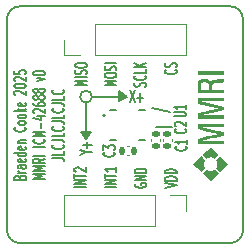
<source format=gto>
%TF.GenerationSoftware,KiCad,Pcbnew,7.0.10*%
%TF.CreationDate,2025-02-08T17:35:44-05:00*%
%TF.ProjectId,pcb2,70636232-2e6b-4696-9361-645f70636258,rev?*%
%TF.SameCoordinates,Original*%
%TF.FileFunction,Legend,Top*%
%TF.FilePolarity,Positive*%
%FSLAX46Y46*%
G04 Gerber Fmt 4.6, Leading zero omitted, Abs format (unit mm)*
G04 Created by KiCad (PCBNEW 7.0.10) date 2025-02-08 17:35:44*
%MOMM*%
%LPD*%
G01*
G04 APERTURE LIST*
G04 Aperture macros list*
%AMRoundRect*
0 Rectangle with rounded corners*
0 $1 Rounding radius*
0 $2 $3 $4 $5 $6 $7 $8 $9 X,Y pos of 4 corners*
0 Add a 4 corners polygon primitive as box body*
4,1,4,$2,$3,$4,$5,$6,$7,$8,$9,$2,$3,0*
0 Add four circle primitives for the rounded corners*
1,1,$1+$1,$2,$3*
1,1,$1+$1,$4,$5*
1,1,$1+$1,$6,$7*
1,1,$1+$1,$8,$9*
0 Add four rect primitives between the rounded corners*
20,1,$1+$1,$2,$3,$4,$5,0*
20,1,$1+$1,$4,$5,$6,$7,0*
20,1,$1+$1,$6,$7,$8,$9,0*
20,1,$1+$1,$8,$9,$2,$3,0*%
G04 Aperture macros list end*
%ADD10C,0.150000*%
%ADD11C,0.200000*%
%ADD12C,0.127000*%
%ADD13C,0.120000*%
%ADD14C,0.010000*%
%ADD15C,3.000000*%
%ADD16RoundRect,0.140000X-0.140000X-0.170000X0.140000X-0.170000X0.140000X0.170000X-0.140000X0.170000X0*%
%ADD17RoundRect,0.140000X-0.170000X0.140000X-0.170000X-0.140000X0.170000X-0.140000X0.170000X0.140000X0*%
%ADD18R,1.700000X1.700000*%
%ADD19O,1.700000X1.700000*%
G04 APERTURE END LIST*
D10*
X160178571Y-100719819D02*
X160578571Y-101719819D01*
X160578571Y-100719819D02*
X160178571Y-101719819D01*
X160807143Y-101338866D02*
X161264286Y-101338866D01*
X161035714Y-101719819D02*
X161035714Y-100957914D01*
X156950000Y-101250000D02*
G75*
G03*
X155950000Y-101250000I-500000J0D01*
G01*
X155950000Y-101250000D02*
G75*
G03*
X156950000Y-101250000I500000J0D01*
G01*
X159200000Y-101250000D02*
X156950000Y-101250000D01*
X156443628Y-105971428D02*
X156919819Y-105971428D01*
X155919819Y-106171428D02*
X156443628Y-105971428D01*
X156443628Y-105971428D02*
X155919819Y-105771428D01*
X156538866Y-105571427D02*
X156538866Y-105114285D01*
X156919819Y-105342856D02*
X156157914Y-105342856D01*
X156450000Y-104250000D02*
X156450000Y-101750000D01*
X156450000Y-104850000D02*
X156050000Y-104200000D01*
X156900000Y-104200000D01*
X156450000Y-104850000D01*
G36*
X156450000Y-104850000D02*
G01*
X156050000Y-104200000D01*
X156900000Y-104200000D01*
X156450000Y-104850000D01*
G37*
X159900000Y-101250000D02*
X159250000Y-101650000D01*
X159250000Y-100800000D01*
X159900000Y-101250000D01*
G36*
X159900000Y-101250000D02*
G01*
X159250000Y-101650000D01*
X159250000Y-100800000D01*
X159900000Y-101250000D01*
G37*
X163700000Y-103800000D02*
X162400000Y-103850000D01*
D11*
X163600000Y-102550000D02*
X162000000Y-102200000D01*
D10*
X149750000Y-112550000D02*
G75*
G03*
X150850000Y-113650000I1100000J0D01*
G01*
X168650000Y-113650000D02*
G75*
G03*
X169750000Y-112550000I0J1100000D01*
G01*
X168650000Y-113650000D02*
X150850000Y-113650000D01*
X150850000Y-93600000D02*
G75*
G03*
X149750000Y-94700000I0J-1100000D01*
G01*
X149750000Y-112550000D02*
X149750000Y-94700000D01*
X169750000Y-94700000D02*
G75*
G03*
X168650000Y-93600000I-1100000J0D01*
G01*
X169750000Y-94700000D02*
X169750000Y-112550000D01*
X150850000Y-93600000D02*
X168650000Y-93600000D01*
X164024580Y-98957142D02*
X164072200Y-98985714D01*
X164072200Y-98985714D02*
X164119819Y-99071428D01*
X164119819Y-99071428D02*
X164119819Y-99128571D01*
X164119819Y-99128571D02*
X164072200Y-99214285D01*
X164072200Y-99214285D02*
X163976961Y-99271428D01*
X163976961Y-99271428D02*
X163881723Y-99299999D01*
X163881723Y-99299999D02*
X163691247Y-99328571D01*
X163691247Y-99328571D02*
X163548390Y-99328571D01*
X163548390Y-99328571D02*
X163357914Y-99299999D01*
X163357914Y-99299999D02*
X163262676Y-99271428D01*
X163262676Y-99271428D02*
X163167438Y-99214285D01*
X163167438Y-99214285D02*
X163119819Y-99128571D01*
X163119819Y-99128571D02*
X163119819Y-99071428D01*
X163119819Y-99071428D02*
X163167438Y-98985714D01*
X163167438Y-98985714D02*
X163215057Y-98957142D01*
X164072200Y-98728571D02*
X164119819Y-98642857D01*
X164119819Y-98642857D02*
X164119819Y-98499999D01*
X164119819Y-98499999D02*
X164072200Y-98442857D01*
X164072200Y-98442857D02*
X164024580Y-98414285D01*
X164024580Y-98414285D02*
X163929342Y-98385714D01*
X163929342Y-98385714D02*
X163834104Y-98385714D01*
X163834104Y-98385714D02*
X163738866Y-98414285D01*
X163738866Y-98414285D02*
X163691247Y-98442857D01*
X163691247Y-98442857D02*
X163643628Y-98499999D01*
X163643628Y-98499999D02*
X163596009Y-98614285D01*
X163596009Y-98614285D02*
X163548390Y-98671428D01*
X163548390Y-98671428D02*
X163500771Y-98699999D01*
X163500771Y-98699999D02*
X163405533Y-98728571D01*
X163405533Y-98728571D02*
X163310295Y-98728571D01*
X163310295Y-98728571D02*
X163215057Y-98699999D01*
X163215057Y-98699999D02*
X163167438Y-98671428D01*
X163167438Y-98671428D02*
X163119819Y-98614285D01*
X163119819Y-98614285D02*
X163119819Y-98471428D01*
X163119819Y-98471428D02*
X163167438Y-98385714D01*
X159019819Y-100299998D02*
X158019819Y-100299998D01*
X158019819Y-100299998D02*
X158734104Y-100099998D01*
X158734104Y-100099998D02*
X158019819Y-99899998D01*
X158019819Y-99899998D02*
X159019819Y-99899998D01*
X158019819Y-99499999D02*
X158019819Y-99385713D01*
X158019819Y-99385713D02*
X158067438Y-99328570D01*
X158067438Y-99328570D02*
X158162676Y-99271427D01*
X158162676Y-99271427D02*
X158353152Y-99242856D01*
X158353152Y-99242856D02*
X158686485Y-99242856D01*
X158686485Y-99242856D02*
X158876961Y-99271427D01*
X158876961Y-99271427D02*
X158972200Y-99328570D01*
X158972200Y-99328570D02*
X159019819Y-99385713D01*
X159019819Y-99385713D02*
X159019819Y-99499999D01*
X159019819Y-99499999D02*
X158972200Y-99557142D01*
X158972200Y-99557142D02*
X158876961Y-99614284D01*
X158876961Y-99614284D02*
X158686485Y-99642856D01*
X158686485Y-99642856D02*
X158353152Y-99642856D01*
X158353152Y-99642856D02*
X158162676Y-99614284D01*
X158162676Y-99614284D02*
X158067438Y-99557142D01*
X158067438Y-99557142D02*
X158019819Y-99499999D01*
X158972200Y-99014285D02*
X159019819Y-98928571D01*
X159019819Y-98928571D02*
X159019819Y-98785713D01*
X159019819Y-98785713D02*
X158972200Y-98728571D01*
X158972200Y-98728571D02*
X158924580Y-98699999D01*
X158924580Y-98699999D02*
X158829342Y-98671428D01*
X158829342Y-98671428D02*
X158734104Y-98671428D01*
X158734104Y-98671428D02*
X158638866Y-98699999D01*
X158638866Y-98699999D02*
X158591247Y-98728571D01*
X158591247Y-98728571D02*
X158543628Y-98785713D01*
X158543628Y-98785713D02*
X158496009Y-98899999D01*
X158496009Y-98899999D02*
X158448390Y-98957142D01*
X158448390Y-98957142D02*
X158400771Y-98985713D01*
X158400771Y-98985713D02*
X158305533Y-99014285D01*
X158305533Y-99014285D02*
X158210295Y-99014285D01*
X158210295Y-99014285D02*
X158115057Y-98985713D01*
X158115057Y-98985713D02*
X158067438Y-98957142D01*
X158067438Y-98957142D02*
X158019819Y-98899999D01*
X158019819Y-98899999D02*
X158019819Y-98757142D01*
X158019819Y-98757142D02*
X158067438Y-98671428D01*
X159019819Y-98414284D02*
X158019819Y-98414284D01*
X161472200Y-100414285D02*
X161519819Y-100328571D01*
X161519819Y-100328571D02*
X161519819Y-100185713D01*
X161519819Y-100185713D02*
X161472200Y-100128571D01*
X161472200Y-100128571D02*
X161424580Y-100099999D01*
X161424580Y-100099999D02*
X161329342Y-100071428D01*
X161329342Y-100071428D02*
X161234104Y-100071428D01*
X161234104Y-100071428D02*
X161138866Y-100099999D01*
X161138866Y-100099999D02*
X161091247Y-100128571D01*
X161091247Y-100128571D02*
X161043628Y-100185713D01*
X161043628Y-100185713D02*
X160996009Y-100299999D01*
X160996009Y-100299999D02*
X160948390Y-100357142D01*
X160948390Y-100357142D02*
X160900771Y-100385713D01*
X160900771Y-100385713D02*
X160805533Y-100414285D01*
X160805533Y-100414285D02*
X160710295Y-100414285D01*
X160710295Y-100414285D02*
X160615057Y-100385713D01*
X160615057Y-100385713D02*
X160567438Y-100357142D01*
X160567438Y-100357142D02*
X160519819Y-100299999D01*
X160519819Y-100299999D02*
X160519819Y-100157142D01*
X160519819Y-100157142D02*
X160567438Y-100071428D01*
X161424580Y-99471427D02*
X161472200Y-99499999D01*
X161472200Y-99499999D02*
X161519819Y-99585713D01*
X161519819Y-99585713D02*
X161519819Y-99642856D01*
X161519819Y-99642856D02*
X161472200Y-99728570D01*
X161472200Y-99728570D02*
X161376961Y-99785713D01*
X161376961Y-99785713D02*
X161281723Y-99814284D01*
X161281723Y-99814284D02*
X161091247Y-99842856D01*
X161091247Y-99842856D02*
X160948390Y-99842856D01*
X160948390Y-99842856D02*
X160757914Y-99814284D01*
X160757914Y-99814284D02*
X160662676Y-99785713D01*
X160662676Y-99785713D02*
X160567438Y-99728570D01*
X160567438Y-99728570D02*
X160519819Y-99642856D01*
X160519819Y-99642856D02*
X160519819Y-99585713D01*
X160519819Y-99585713D02*
X160567438Y-99499999D01*
X160567438Y-99499999D02*
X160615057Y-99471427D01*
X161519819Y-98928570D02*
X161519819Y-99214284D01*
X161519819Y-99214284D02*
X160519819Y-99214284D01*
X161519819Y-98728570D02*
X160519819Y-98728570D01*
X161519819Y-98385713D02*
X160948390Y-98642856D01*
X160519819Y-98385713D02*
X161091247Y-98728570D01*
X156519819Y-100299998D02*
X155519819Y-100299998D01*
X155519819Y-100299998D02*
X156234104Y-100099998D01*
X156234104Y-100099998D02*
X155519819Y-99899998D01*
X155519819Y-99899998D02*
X156519819Y-99899998D01*
X156519819Y-99614284D02*
X155519819Y-99614284D01*
X156472200Y-99357142D02*
X156519819Y-99271428D01*
X156519819Y-99271428D02*
X156519819Y-99128570D01*
X156519819Y-99128570D02*
X156472200Y-99071428D01*
X156472200Y-99071428D02*
X156424580Y-99042856D01*
X156424580Y-99042856D02*
X156329342Y-99014285D01*
X156329342Y-99014285D02*
X156234104Y-99014285D01*
X156234104Y-99014285D02*
X156138866Y-99042856D01*
X156138866Y-99042856D02*
X156091247Y-99071428D01*
X156091247Y-99071428D02*
X156043628Y-99128570D01*
X156043628Y-99128570D02*
X155996009Y-99242856D01*
X155996009Y-99242856D02*
X155948390Y-99299999D01*
X155948390Y-99299999D02*
X155900771Y-99328570D01*
X155900771Y-99328570D02*
X155805533Y-99357142D01*
X155805533Y-99357142D02*
X155710295Y-99357142D01*
X155710295Y-99357142D02*
X155615057Y-99328570D01*
X155615057Y-99328570D02*
X155567438Y-99299999D01*
X155567438Y-99299999D02*
X155519819Y-99242856D01*
X155519819Y-99242856D02*
X155519819Y-99099999D01*
X155519819Y-99099999D02*
X155567438Y-99014285D01*
X155519819Y-98642856D02*
X155519819Y-98528570D01*
X155519819Y-98528570D02*
X155567438Y-98471427D01*
X155567438Y-98471427D02*
X155662676Y-98414284D01*
X155662676Y-98414284D02*
X155853152Y-98385713D01*
X155853152Y-98385713D02*
X156186485Y-98385713D01*
X156186485Y-98385713D02*
X156376961Y-98414284D01*
X156376961Y-98414284D02*
X156472200Y-98471427D01*
X156472200Y-98471427D02*
X156519819Y-98528570D01*
X156519819Y-98528570D02*
X156519819Y-98642856D01*
X156519819Y-98642856D02*
X156472200Y-98699999D01*
X156472200Y-98699999D02*
X156376961Y-98757141D01*
X156376961Y-98757141D02*
X156186485Y-98785713D01*
X156186485Y-98785713D02*
X155853152Y-98785713D01*
X155853152Y-98785713D02*
X155662676Y-98757141D01*
X155662676Y-98757141D02*
X155567438Y-98699999D01*
X155567438Y-98699999D02*
X155519819Y-98642856D01*
X163119819Y-108950000D02*
X164119819Y-108750000D01*
X164119819Y-108750000D02*
X163119819Y-108550000D01*
X164119819Y-108349999D02*
X163119819Y-108349999D01*
X163119819Y-108349999D02*
X163119819Y-108207142D01*
X163119819Y-108207142D02*
X163167438Y-108121428D01*
X163167438Y-108121428D02*
X163262676Y-108064285D01*
X163262676Y-108064285D02*
X163357914Y-108035714D01*
X163357914Y-108035714D02*
X163548390Y-108007142D01*
X163548390Y-108007142D02*
X163691247Y-108007142D01*
X163691247Y-108007142D02*
X163881723Y-108035714D01*
X163881723Y-108035714D02*
X163976961Y-108064285D01*
X163976961Y-108064285D02*
X164072200Y-108121428D01*
X164072200Y-108121428D02*
X164119819Y-108207142D01*
X164119819Y-108207142D02*
X164119819Y-108349999D01*
X164119819Y-107749999D02*
X163119819Y-107749999D01*
X163119819Y-107749999D02*
X163119819Y-107607142D01*
X163119819Y-107607142D02*
X163167438Y-107521428D01*
X163167438Y-107521428D02*
X163262676Y-107464285D01*
X163262676Y-107464285D02*
X163357914Y-107435714D01*
X163357914Y-107435714D02*
X163548390Y-107407142D01*
X163548390Y-107407142D02*
X163691247Y-107407142D01*
X163691247Y-107407142D02*
X163881723Y-107435714D01*
X163881723Y-107435714D02*
X163976961Y-107464285D01*
X163976961Y-107464285D02*
X164072200Y-107521428D01*
X164072200Y-107521428D02*
X164119819Y-107607142D01*
X164119819Y-107607142D02*
X164119819Y-107749999D01*
X160617438Y-108614285D02*
X160569819Y-108671428D01*
X160569819Y-108671428D02*
X160569819Y-108757142D01*
X160569819Y-108757142D02*
X160617438Y-108842856D01*
X160617438Y-108842856D02*
X160712676Y-108899999D01*
X160712676Y-108899999D02*
X160807914Y-108928570D01*
X160807914Y-108928570D02*
X160998390Y-108957142D01*
X160998390Y-108957142D02*
X161141247Y-108957142D01*
X161141247Y-108957142D02*
X161331723Y-108928570D01*
X161331723Y-108928570D02*
X161426961Y-108899999D01*
X161426961Y-108899999D02*
X161522200Y-108842856D01*
X161522200Y-108842856D02*
X161569819Y-108757142D01*
X161569819Y-108757142D02*
X161569819Y-108699999D01*
X161569819Y-108699999D02*
X161522200Y-108614285D01*
X161522200Y-108614285D02*
X161474580Y-108585713D01*
X161474580Y-108585713D02*
X161141247Y-108585713D01*
X161141247Y-108585713D02*
X161141247Y-108699999D01*
X161569819Y-108328570D02*
X160569819Y-108328570D01*
X160569819Y-108328570D02*
X161569819Y-107985713D01*
X161569819Y-107985713D02*
X160569819Y-107985713D01*
X161569819Y-107699999D02*
X160569819Y-107699999D01*
X160569819Y-107699999D02*
X160569819Y-107557142D01*
X160569819Y-107557142D02*
X160617438Y-107471428D01*
X160617438Y-107471428D02*
X160712676Y-107414285D01*
X160712676Y-107414285D02*
X160807914Y-107385714D01*
X160807914Y-107385714D02*
X160998390Y-107357142D01*
X160998390Y-107357142D02*
X161141247Y-107357142D01*
X161141247Y-107357142D02*
X161331723Y-107385714D01*
X161331723Y-107385714D02*
X161426961Y-107414285D01*
X161426961Y-107414285D02*
X161522200Y-107471428D01*
X161522200Y-107471428D02*
X161569819Y-107557142D01*
X161569819Y-107557142D02*
X161569819Y-107699999D01*
X159019819Y-108928570D02*
X158019819Y-108928570D01*
X159019819Y-108642856D02*
X158019819Y-108642856D01*
X158019819Y-108642856D02*
X159019819Y-108299999D01*
X159019819Y-108299999D02*
X158019819Y-108299999D01*
X158019819Y-108100000D02*
X158019819Y-107757143D01*
X159019819Y-107928571D02*
X158019819Y-107928571D01*
X159019819Y-107242857D02*
X159019819Y-107585714D01*
X159019819Y-107414285D02*
X158019819Y-107414285D01*
X158019819Y-107414285D02*
X158162676Y-107471428D01*
X158162676Y-107471428D02*
X158257914Y-107528571D01*
X158257914Y-107528571D02*
X158305533Y-107585714D01*
X156469819Y-108928570D02*
X155469819Y-108928570D01*
X156469819Y-108642856D02*
X155469819Y-108642856D01*
X155469819Y-108642856D02*
X156469819Y-108299999D01*
X156469819Y-108299999D02*
X155469819Y-108299999D01*
X155469819Y-108100000D02*
X155469819Y-107757143D01*
X156469819Y-107928571D02*
X155469819Y-107928571D01*
X155565057Y-107585714D02*
X155517438Y-107557142D01*
X155517438Y-107557142D02*
X155469819Y-107500000D01*
X155469819Y-107500000D02*
X155469819Y-107357142D01*
X155469819Y-107357142D02*
X155517438Y-107300000D01*
X155517438Y-107300000D02*
X155565057Y-107271428D01*
X155565057Y-107271428D02*
X155660295Y-107242857D01*
X155660295Y-107242857D02*
X155755533Y-107242857D01*
X155755533Y-107242857D02*
X155898390Y-107271428D01*
X155898390Y-107271428D02*
X156469819Y-107614285D01*
X156469819Y-107614285D02*
X156469819Y-107242857D01*
X150847759Y-108074286D02*
X150895378Y-107988572D01*
X150895378Y-107988572D02*
X150942997Y-107960001D01*
X150942997Y-107960001D02*
X151038235Y-107931429D01*
X151038235Y-107931429D02*
X151181092Y-107931429D01*
X151181092Y-107931429D02*
X151276330Y-107960001D01*
X151276330Y-107960001D02*
X151323950Y-107988572D01*
X151323950Y-107988572D02*
X151371569Y-108045715D01*
X151371569Y-108045715D02*
X151371569Y-108274286D01*
X151371569Y-108274286D02*
X150371569Y-108274286D01*
X150371569Y-108274286D02*
X150371569Y-108074286D01*
X150371569Y-108074286D02*
X150419188Y-108017144D01*
X150419188Y-108017144D02*
X150466807Y-107988572D01*
X150466807Y-107988572D02*
X150562045Y-107960001D01*
X150562045Y-107960001D02*
X150657283Y-107960001D01*
X150657283Y-107960001D02*
X150752521Y-107988572D01*
X150752521Y-107988572D02*
X150800140Y-108017144D01*
X150800140Y-108017144D02*
X150847759Y-108074286D01*
X150847759Y-108074286D02*
X150847759Y-108274286D01*
X151371569Y-107674286D02*
X150704902Y-107674286D01*
X150895378Y-107674286D02*
X150800140Y-107645715D01*
X150800140Y-107645715D02*
X150752521Y-107617144D01*
X150752521Y-107617144D02*
X150704902Y-107560001D01*
X150704902Y-107560001D02*
X150704902Y-107502858D01*
X151371569Y-107045715D02*
X150847759Y-107045715D01*
X150847759Y-107045715D02*
X150752521Y-107074286D01*
X150752521Y-107074286D02*
X150704902Y-107131429D01*
X150704902Y-107131429D02*
X150704902Y-107245715D01*
X150704902Y-107245715D02*
X150752521Y-107302857D01*
X151323950Y-107045715D02*
X151371569Y-107102857D01*
X151371569Y-107102857D02*
X151371569Y-107245715D01*
X151371569Y-107245715D02*
X151323950Y-107302857D01*
X151323950Y-107302857D02*
X151228711Y-107331429D01*
X151228711Y-107331429D02*
X151133473Y-107331429D01*
X151133473Y-107331429D02*
X151038235Y-107302857D01*
X151038235Y-107302857D02*
X150990616Y-107245715D01*
X150990616Y-107245715D02*
X150990616Y-107102857D01*
X150990616Y-107102857D02*
X150942997Y-107045715D01*
X151323950Y-106531429D02*
X151371569Y-106588572D01*
X151371569Y-106588572D02*
X151371569Y-106702858D01*
X151371569Y-106702858D02*
X151323950Y-106760000D01*
X151323950Y-106760000D02*
X151228711Y-106788572D01*
X151228711Y-106788572D02*
X150847759Y-106788572D01*
X150847759Y-106788572D02*
X150752521Y-106760000D01*
X150752521Y-106760000D02*
X150704902Y-106702858D01*
X150704902Y-106702858D02*
X150704902Y-106588572D01*
X150704902Y-106588572D02*
X150752521Y-106531429D01*
X150752521Y-106531429D02*
X150847759Y-106502858D01*
X150847759Y-106502858D02*
X150942997Y-106502858D01*
X150942997Y-106502858D02*
X151038235Y-106788572D01*
X151371569Y-105988572D02*
X150371569Y-105988572D01*
X151323950Y-105988572D02*
X151371569Y-106045714D01*
X151371569Y-106045714D02*
X151371569Y-106160000D01*
X151371569Y-106160000D02*
X151323950Y-106217143D01*
X151323950Y-106217143D02*
X151276330Y-106245714D01*
X151276330Y-106245714D02*
X151181092Y-106274286D01*
X151181092Y-106274286D02*
X150895378Y-106274286D01*
X150895378Y-106274286D02*
X150800140Y-106245714D01*
X150800140Y-106245714D02*
X150752521Y-106217143D01*
X150752521Y-106217143D02*
X150704902Y-106160000D01*
X150704902Y-106160000D02*
X150704902Y-106045714D01*
X150704902Y-106045714D02*
X150752521Y-105988572D01*
X151323950Y-105474286D02*
X151371569Y-105531429D01*
X151371569Y-105531429D02*
X151371569Y-105645715D01*
X151371569Y-105645715D02*
X151323950Y-105702857D01*
X151323950Y-105702857D02*
X151228711Y-105731429D01*
X151228711Y-105731429D02*
X150847759Y-105731429D01*
X150847759Y-105731429D02*
X150752521Y-105702857D01*
X150752521Y-105702857D02*
X150704902Y-105645715D01*
X150704902Y-105645715D02*
X150704902Y-105531429D01*
X150704902Y-105531429D02*
X150752521Y-105474286D01*
X150752521Y-105474286D02*
X150847759Y-105445715D01*
X150847759Y-105445715D02*
X150942997Y-105445715D01*
X150942997Y-105445715D02*
X151038235Y-105731429D01*
X150704902Y-105188571D02*
X151371569Y-105188571D01*
X150800140Y-105188571D02*
X150752521Y-105160000D01*
X150752521Y-105160000D02*
X150704902Y-105102857D01*
X150704902Y-105102857D02*
X150704902Y-105017143D01*
X150704902Y-105017143D02*
X150752521Y-104960000D01*
X150752521Y-104960000D02*
X150847759Y-104931429D01*
X150847759Y-104931429D02*
X151371569Y-104931429D01*
X151276330Y-103845714D02*
X151323950Y-103874286D01*
X151323950Y-103874286D02*
X151371569Y-103960000D01*
X151371569Y-103960000D02*
X151371569Y-104017143D01*
X151371569Y-104017143D02*
X151323950Y-104102857D01*
X151323950Y-104102857D02*
X151228711Y-104160000D01*
X151228711Y-104160000D02*
X151133473Y-104188571D01*
X151133473Y-104188571D02*
X150942997Y-104217143D01*
X150942997Y-104217143D02*
X150800140Y-104217143D01*
X150800140Y-104217143D02*
X150609664Y-104188571D01*
X150609664Y-104188571D02*
X150514426Y-104160000D01*
X150514426Y-104160000D02*
X150419188Y-104102857D01*
X150419188Y-104102857D02*
X150371569Y-104017143D01*
X150371569Y-104017143D02*
X150371569Y-103960000D01*
X150371569Y-103960000D02*
X150419188Y-103874286D01*
X150419188Y-103874286D02*
X150466807Y-103845714D01*
X151371569Y-103502857D02*
X151323950Y-103560000D01*
X151323950Y-103560000D02*
X151276330Y-103588571D01*
X151276330Y-103588571D02*
X151181092Y-103617143D01*
X151181092Y-103617143D02*
X150895378Y-103617143D01*
X150895378Y-103617143D02*
X150800140Y-103588571D01*
X150800140Y-103588571D02*
X150752521Y-103560000D01*
X150752521Y-103560000D02*
X150704902Y-103502857D01*
X150704902Y-103502857D02*
X150704902Y-103417143D01*
X150704902Y-103417143D02*
X150752521Y-103360000D01*
X150752521Y-103360000D02*
X150800140Y-103331429D01*
X150800140Y-103331429D02*
X150895378Y-103302857D01*
X150895378Y-103302857D02*
X151181092Y-103302857D01*
X151181092Y-103302857D02*
X151276330Y-103331429D01*
X151276330Y-103331429D02*
X151323950Y-103360000D01*
X151323950Y-103360000D02*
X151371569Y-103417143D01*
X151371569Y-103417143D02*
X151371569Y-103502857D01*
X151371569Y-102960000D02*
X151323950Y-103017143D01*
X151323950Y-103017143D02*
X151276330Y-103045714D01*
X151276330Y-103045714D02*
X151181092Y-103074286D01*
X151181092Y-103074286D02*
X150895378Y-103074286D01*
X150895378Y-103074286D02*
X150800140Y-103045714D01*
X150800140Y-103045714D02*
X150752521Y-103017143D01*
X150752521Y-103017143D02*
X150704902Y-102960000D01*
X150704902Y-102960000D02*
X150704902Y-102874286D01*
X150704902Y-102874286D02*
X150752521Y-102817143D01*
X150752521Y-102817143D02*
X150800140Y-102788572D01*
X150800140Y-102788572D02*
X150895378Y-102760000D01*
X150895378Y-102760000D02*
X151181092Y-102760000D01*
X151181092Y-102760000D02*
X151276330Y-102788572D01*
X151276330Y-102788572D02*
X151323950Y-102817143D01*
X151323950Y-102817143D02*
X151371569Y-102874286D01*
X151371569Y-102874286D02*
X151371569Y-102960000D01*
X151371569Y-102502857D02*
X150371569Y-102502857D01*
X150990616Y-102445715D02*
X151371569Y-102274286D01*
X150704902Y-102274286D02*
X151085854Y-102502857D01*
X151323950Y-101788572D02*
X151371569Y-101845715D01*
X151371569Y-101845715D02*
X151371569Y-101960001D01*
X151371569Y-101960001D02*
X151323950Y-102017143D01*
X151323950Y-102017143D02*
X151228711Y-102045715D01*
X151228711Y-102045715D02*
X150847759Y-102045715D01*
X150847759Y-102045715D02*
X150752521Y-102017143D01*
X150752521Y-102017143D02*
X150704902Y-101960001D01*
X150704902Y-101960001D02*
X150704902Y-101845715D01*
X150704902Y-101845715D02*
X150752521Y-101788572D01*
X150752521Y-101788572D02*
X150847759Y-101760001D01*
X150847759Y-101760001D02*
X150942997Y-101760001D01*
X150942997Y-101760001D02*
X151038235Y-102045715D01*
X150466807Y-101074286D02*
X150419188Y-101045714D01*
X150419188Y-101045714D02*
X150371569Y-100988572D01*
X150371569Y-100988572D02*
X150371569Y-100845714D01*
X150371569Y-100845714D02*
X150419188Y-100788572D01*
X150419188Y-100788572D02*
X150466807Y-100760000D01*
X150466807Y-100760000D02*
X150562045Y-100731429D01*
X150562045Y-100731429D02*
X150657283Y-100731429D01*
X150657283Y-100731429D02*
X150800140Y-100760000D01*
X150800140Y-100760000D02*
X151371569Y-101102857D01*
X151371569Y-101102857D02*
X151371569Y-100731429D01*
X150371569Y-100360000D02*
X150371569Y-100302857D01*
X150371569Y-100302857D02*
X150419188Y-100245714D01*
X150419188Y-100245714D02*
X150466807Y-100217143D01*
X150466807Y-100217143D02*
X150562045Y-100188571D01*
X150562045Y-100188571D02*
X150752521Y-100160000D01*
X150752521Y-100160000D02*
X150990616Y-100160000D01*
X150990616Y-100160000D02*
X151181092Y-100188571D01*
X151181092Y-100188571D02*
X151276330Y-100217143D01*
X151276330Y-100217143D02*
X151323950Y-100245714D01*
X151323950Y-100245714D02*
X151371569Y-100302857D01*
X151371569Y-100302857D02*
X151371569Y-100360000D01*
X151371569Y-100360000D02*
X151323950Y-100417143D01*
X151323950Y-100417143D02*
X151276330Y-100445714D01*
X151276330Y-100445714D02*
X151181092Y-100474285D01*
X151181092Y-100474285D02*
X150990616Y-100502857D01*
X150990616Y-100502857D02*
X150752521Y-100502857D01*
X150752521Y-100502857D02*
X150562045Y-100474285D01*
X150562045Y-100474285D02*
X150466807Y-100445714D01*
X150466807Y-100445714D02*
X150419188Y-100417143D01*
X150419188Y-100417143D02*
X150371569Y-100360000D01*
X150466807Y-99931428D02*
X150419188Y-99902856D01*
X150419188Y-99902856D02*
X150371569Y-99845714D01*
X150371569Y-99845714D02*
X150371569Y-99702856D01*
X150371569Y-99702856D02*
X150419188Y-99645714D01*
X150419188Y-99645714D02*
X150466807Y-99617142D01*
X150466807Y-99617142D02*
X150562045Y-99588571D01*
X150562045Y-99588571D02*
X150657283Y-99588571D01*
X150657283Y-99588571D02*
X150800140Y-99617142D01*
X150800140Y-99617142D02*
X151371569Y-99959999D01*
X151371569Y-99959999D02*
X151371569Y-99588571D01*
X150371569Y-99045713D02*
X150371569Y-99331427D01*
X150371569Y-99331427D02*
X150847759Y-99359999D01*
X150847759Y-99359999D02*
X150800140Y-99331427D01*
X150800140Y-99331427D02*
X150752521Y-99274285D01*
X150752521Y-99274285D02*
X150752521Y-99131427D01*
X150752521Y-99131427D02*
X150800140Y-99074285D01*
X150800140Y-99074285D02*
X150847759Y-99045713D01*
X150847759Y-99045713D02*
X150942997Y-99017142D01*
X150942997Y-99017142D02*
X151181092Y-99017142D01*
X151181092Y-99017142D02*
X151276330Y-99045713D01*
X151276330Y-99045713D02*
X151323950Y-99074285D01*
X151323950Y-99074285D02*
X151371569Y-99131427D01*
X151371569Y-99131427D02*
X151371569Y-99274285D01*
X151371569Y-99274285D02*
X151323950Y-99331427D01*
X151323950Y-99331427D02*
X151276330Y-99359999D01*
X152981569Y-108202857D02*
X151981569Y-108202857D01*
X151981569Y-108202857D02*
X152695854Y-108002857D01*
X152695854Y-108002857D02*
X151981569Y-107802857D01*
X151981569Y-107802857D02*
X152981569Y-107802857D01*
X152981569Y-107517143D02*
X151981569Y-107517143D01*
X151981569Y-107517143D02*
X152695854Y-107317143D01*
X152695854Y-107317143D02*
X151981569Y-107117143D01*
X151981569Y-107117143D02*
X152981569Y-107117143D01*
X152981569Y-106488572D02*
X152505378Y-106688572D01*
X152981569Y-106831429D02*
X151981569Y-106831429D01*
X151981569Y-106831429D02*
X151981569Y-106602858D01*
X151981569Y-106602858D02*
X152029188Y-106545715D01*
X152029188Y-106545715D02*
X152076807Y-106517144D01*
X152076807Y-106517144D02*
X152172045Y-106488572D01*
X152172045Y-106488572D02*
X152314902Y-106488572D01*
X152314902Y-106488572D02*
X152410140Y-106517144D01*
X152410140Y-106517144D02*
X152457759Y-106545715D01*
X152457759Y-106545715D02*
X152505378Y-106602858D01*
X152505378Y-106602858D02*
X152505378Y-106831429D01*
X152981569Y-106231429D02*
X151981569Y-106231429D01*
X152981569Y-105488572D02*
X151981569Y-105488572D01*
X152886330Y-104860001D02*
X152933950Y-104888573D01*
X152933950Y-104888573D02*
X152981569Y-104974287D01*
X152981569Y-104974287D02*
X152981569Y-105031430D01*
X152981569Y-105031430D02*
X152933950Y-105117144D01*
X152933950Y-105117144D02*
X152838711Y-105174287D01*
X152838711Y-105174287D02*
X152743473Y-105202858D01*
X152743473Y-105202858D02*
X152552997Y-105231430D01*
X152552997Y-105231430D02*
X152410140Y-105231430D01*
X152410140Y-105231430D02*
X152219664Y-105202858D01*
X152219664Y-105202858D02*
X152124426Y-105174287D01*
X152124426Y-105174287D02*
X152029188Y-105117144D01*
X152029188Y-105117144D02*
X151981569Y-105031430D01*
X151981569Y-105031430D02*
X151981569Y-104974287D01*
X151981569Y-104974287D02*
X152029188Y-104888573D01*
X152029188Y-104888573D02*
X152076807Y-104860001D01*
X152981569Y-104602858D02*
X151981569Y-104602858D01*
X151981569Y-104602858D02*
X152695854Y-104402858D01*
X152695854Y-104402858D02*
X151981569Y-104202858D01*
X151981569Y-104202858D02*
X152981569Y-104202858D01*
X152600616Y-103917144D02*
X152600616Y-103460002D01*
X152314902Y-102917145D02*
X152981569Y-102917145D01*
X151933950Y-103060002D02*
X152648235Y-103202859D01*
X152648235Y-103202859D02*
X152648235Y-102831430D01*
X152076807Y-102631430D02*
X152029188Y-102602858D01*
X152029188Y-102602858D02*
X151981569Y-102545716D01*
X151981569Y-102545716D02*
X151981569Y-102402858D01*
X151981569Y-102402858D02*
X152029188Y-102345716D01*
X152029188Y-102345716D02*
X152076807Y-102317144D01*
X152076807Y-102317144D02*
X152172045Y-102288573D01*
X152172045Y-102288573D02*
X152267283Y-102288573D01*
X152267283Y-102288573D02*
X152410140Y-102317144D01*
X152410140Y-102317144D02*
X152981569Y-102660001D01*
X152981569Y-102660001D02*
X152981569Y-102288573D01*
X151981569Y-101774287D02*
X151981569Y-101888572D01*
X151981569Y-101888572D02*
X152029188Y-101945715D01*
X152029188Y-101945715D02*
X152076807Y-101974287D01*
X152076807Y-101974287D02*
X152219664Y-102031429D01*
X152219664Y-102031429D02*
X152410140Y-102060001D01*
X152410140Y-102060001D02*
X152791092Y-102060001D01*
X152791092Y-102060001D02*
X152886330Y-102031429D01*
X152886330Y-102031429D02*
X152933950Y-102002858D01*
X152933950Y-102002858D02*
X152981569Y-101945715D01*
X152981569Y-101945715D02*
X152981569Y-101831429D01*
X152981569Y-101831429D02*
X152933950Y-101774287D01*
X152933950Y-101774287D02*
X152886330Y-101745715D01*
X152886330Y-101745715D02*
X152791092Y-101717144D01*
X152791092Y-101717144D02*
X152552997Y-101717144D01*
X152552997Y-101717144D02*
X152457759Y-101745715D01*
X152457759Y-101745715D02*
X152410140Y-101774287D01*
X152410140Y-101774287D02*
X152362521Y-101831429D01*
X152362521Y-101831429D02*
X152362521Y-101945715D01*
X152362521Y-101945715D02*
X152410140Y-102002858D01*
X152410140Y-102002858D02*
X152457759Y-102031429D01*
X152457759Y-102031429D02*
X152552997Y-102060001D01*
X152410140Y-101374286D02*
X152362521Y-101431429D01*
X152362521Y-101431429D02*
X152314902Y-101460000D01*
X152314902Y-101460000D02*
X152219664Y-101488572D01*
X152219664Y-101488572D02*
X152172045Y-101488572D01*
X152172045Y-101488572D02*
X152076807Y-101460000D01*
X152076807Y-101460000D02*
X152029188Y-101431429D01*
X152029188Y-101431429D02*
X151981569Y-101374286D01*
X151981569Y-101374286D02*
X151981569Y-101260000D01*
X151981569Y-101260000D02*
X152029188Y-101202858D01*
X152029188Y-101202858D02*
X152076807Y-101174286D01*
X152076807Y-101174286D02*
X152172045Y-101145715D01*
X152172045Y-101145715D02*
X152219664Y-101145715D01*
X152219664Y-101145715D02*
X152314902Y-101174286D01*
X152314902Y-101174286D02*
X152362521Y-101202858D01*
X152362521Y-101202858D02*
X152410140Y-101260000D01*
X152410140Y-101260000D02*
X152410140Y-101374286D01*
X152410140Y-101374286D02*
X152457759Y-101431429D01*
X152457759Y-101431429D02*
X152505378Y-101460000D01*
X152505378Y-101460000D02*
X152600616Y-101488572D01*
X152600616Y-101488572D02*
X152791092Y-101488572D01*
X152791092Y-101488572D02*
X152886330Y-101460000D01*
X152886330Y-101460000D02*
X152933950Y-101431429D01*
X152933950Y-101431429D02*
X152981569Y-101374286D01*
X152981569Y-101374286D02*
X152981569Y-101260000D01*
X152981569Y-101260000D02*
X152933950Y-101202858D01*
X152933950Y-101202858D02*
X152886330Y-101174286D01*
X152886330Y-101174286D02*
X152791092Y-101145715D01*
X152791092Y-101145715D02*
X152600616Y-101145715D01*
X152600616Y-101145715D02*
X152505378Y-101174286D01*
X152505378Y-101174286D02*
X152457759Y-101202858D01*
X152457759Y-101202858D02*
X152410140Y-101260000D01*
X152410140Y-100802857D02*
X152362521Y-100860000D01*
X152362521Y-100860000D02*
X152314902Y-100888571D01*
X152314902Y-100888571D02*
X152219664Y-100917143D01*
X152219664Y-100917143D02*
X152172045Y-100917143D01*
X152172045Y-100917143D02*
X152076807Y-100888571D01*
X152076807Y-100888571D02*
X152029188Y-100860000D01*
X152029188Y-100860000D02*
X151981569Y-100802857D01*
X151981569Y-100802857D02*
X151981569Y-100688571D01*
X151981569Y-100688571D02*
X152029188Y-100631429D01*
X152029188Y-100631429D02*
X152076807Y-100602857D01*
X152076807Y-100602857D02*
X152172045Y-100574286D01*
X152172045Y-100574286D02*
X152219664Y-100574286D01*
X152219664Y-100574286D02*
X152314902Y-100602857D01*
X152314902Y-100602857D02*
X152362521Y-100631429D01*
X152362521Y-100631429D02*
X152410140Y-100688571D01*
X152410140Y-100688571D02*
X152410140Y-100802857D01*
X152410140Y-100802857D02*
X152457759Y-100860000D01*
X152457759Y-100860000D02*
X152505378Y-100888571D01*
X152505378Y-100888571D02*
X152600616Y-100917143D01*
X152600616Y-100917143D02*
X152791092Y-100917143D01*
X152791092Y-100917143D02*
X152886330Y-100888571D01*
X152886330Y-100888571D02*
X152933950Y-100860000D01*
X152933950Y-100860000D02*
X152981569Y-100802857D01*
X152981569Y-100802857D02*
X152981569Y-100688571D01*
X152981569Y-100688571D02*
X152933950Y-100631429D01*
X152933950Y-100631429D02*
X152886330Y-100602857D01*
X152886330Y-100602857D02*
X152791092Y-100574286D01*
X152791092Y-100574286D02*
X152600616Y-100574286D01*
X152600616Y-100574286D02*
X152505378Y-100602857D01*
X152505378Y-100602857D02*
X152457759Y-100631429D01*
X152457759Y-100631429D02*
X152410140Y-100688571D01*
X152314902Y-99917142D02*
X152981569Y-99774285D01*
X152981569Y-99774285D02*
X152314902Y-99631428D01*
X151981569Y-99288571D02*
X151981569Y-99231428D01*
X151981569Y-99231428D02*
X152029188Y-99174285D01*
X152029188Y-99174285D02*
X152076807Y-99145714D01*
X152076807Y-99145714D02*
X152172045Y-99117142D01*
X152172045Y-99117142D02*
X152362521Y-99088571D01*
X152362521Y-99088571D02*
X152600616Y-99088571D01*
X152600616Y-99088571D02*
X152791092Y-99117142D01*
X152791092Y-99117142D02*
X152886330Y-99145714D01*
X152886330Y-99145714D02*
X152933950Y-99174285D01*
X152933950Y-99174285D02*
X152981569Y-99231428D01*
X152981569Y-99231428D02*
X152981569Y-99288571D01*
X152981569Y-99288571D02*
X152933950Y-99345714D01*
X152933950Y-99345714D02*
X152886330Y-99374285D01*
X152886330Y-99374285D02*
X152791092Y-99402856D01*
X152791092Y-99402856D02*
X152600616Y-99431428D01*
X152600616Y-99431428D02*
X152362521Y-99431428D01*
X152362521Y-99431428D02*
X152172045Y-99402856D01*
X152172045Y-99402856D02*
X152076807Y-99374285D01*
X152076807Y-99374285D02*
X152029188Y-99345714D01*
X152029188Y-99345714D02*
X151981569Y-99288571D01*
X153591569Y-106431428D02*
X154305854Y-106431428D01*
X154305854Y-106431428D02*
X154448711Y-106459999D01*
X154448711Y-106459999D02*
X154543950Y-106517142D01*
X154543950Y-106517142D02*
X154591569Y-106602856D01*
X154591569Y-106602856D02*
X154591569Y-106659999D01*
X154591569Y-105859999D02*
X154591569Y-106145713D01*
X154591569Y-106145713D02*
X153591569Y-106145713D01*
X154496330Y-105317142D02*
X154543950Y-105345714D01*
X154543950Y-105345714D02*
X154591569Y-105431428D01*
X154591569Y-105431428D02*
X154591569Y-105488571D01*
X154591569Y-105488571D02*
X154543950Y-105574285D01*
X154543950Y-105574285D02*
X154448711Y-105631428D01*
X154448711Y-105631428D02*
X154353473Y-105659999D01*
X154353473Y-105659999D02*
X154162997Y-105688571D01*
X154162997Y-105688571D02*
X154020140Y-105688571D01*
X154020140Y-105688571D02*
X153829664Y-105659999D01*
X153829664Y-105659999D02*
X153734426Y-105631428D01*
X153734426Y-105631428D02*
X153639188Y-105574285D01*
X153639188Y-105574285D02*
X153591569Y-105488571D01*
X153591569Y-105488571D02*
X153591569Y-105431428D01*
X153591569Y-105431428D02*
X153639188Y-105345714D01*
X153639188Y-105345714D02*
X153686807Y-105317142D01*
X153591569Y-104888571D02*
X154305854Y-104888571D01*
X154305854Y-104888571D02*
X154448711Y-104917142D01*
X154448711Y-104917142D02*
X154543950Y-104974285D01*
X154543950Y-104974285D02*
X154591569Y-105059999D01*
X154591569Y-105059999D02*
X154591569Y-105117142D01*
X154591569Y-104317142D02*
X154591569Y-104602856D01*
X154591569Y-104602856D02*
X153591569Y-104602856D01*
X154496330Y-103774285D02*
X154543950Y-103802857D01*
X154543950Y-103802857D02*
X154591569Y-103888571D01*
X154591569Y-103888571D02*
X154591569Y-103945714D01*
X154591569Y-103945714D02*
X154543950Y-104031428D01*
X154543950Y-104031428D02*
X154448711Y-104088571D01*
X154448711Y-104088571D02*
X154353473Y-104117142D01*
X154353473Y-104117142D02*
X154162997Y-104145714D01*
X154162997Y-104145714D02*
X154020140Y-104145714D01*
X154020140Y-104145714D02*
X153829664Y-104117142D01*
X153829664Y-104117142D02*
X153734426Y-104088571D01*
X153734426Y-104088571D02*
X153639188Y-104031428D01*
X153639188Y-104031428D02*
X153591569Y-103945714D01*
X153591569Y-103945714D02*
X153591569Y-103888571D01*
X153591569Y-103888571D02*
X153639188Y-103802857D01*
X153639188Y-103802857D02*
X153686807Y-103774285D01*
X153591569Y-103345714D02*
X154305854Y-103345714D01*
X154305854Y-103345714D02*
X154448711Y-103374285D01*
X154448711Y-103374285D02*
X154543950Y-103431428D01*
X154543950Y-103431428D02*
X154591569Y-103517142D01*
X154591569Y-103517142D02*
X154591569Y-103574285D01*
X154591569Y-102774285D02*
X154591569Y-103059999D01*
X154591569Y-103059999D02*
X153591569Y-103059999D01*
X154496330Y-102231428D02*
X154543950Y-102260000D01*
X154543950Y-102260000D02*
X154591569Y-102345714D01*
X154591569Y-102345714D02*
X154591569Y-102402857D01*
X154591569Y-102402857D02*
X154543950Y-102488571D01*
X154543950Y-102488571D02*
X154448711Y-102545714D01*
X154448711Y-102545714D02*
X154353473Y-102574285D01*
X154353473Y-102574285D02*
X154162997Y-102602857D01*
X154162997Y-102602857D02*
X154020140Y-102602857D01*
X154020140Y-102602857D02*
X153829664Y-102574285D01*
X153829664Y-102574285D02*
X153734426Y-102545714D01*
X153734426Y-102545714D02*
X153639188Y-102488571D01*
X153639188Y-102488571D02*
X153591569Y-102402857D01*
X153591569Y-102402857D02*
X153591569Y-102345714D01*
X153591569Y-102345714D02*
X153639188Y-102260000D01*
X153639188Y-102260000D02*
X153686807Y-102231428D01*
X153591569Y-101802857D02*
X154305854Y-101802857D01*
X154305854Y-101802857D02*
X154448711Y-101831428D01*
X154448711Y-101831428D02*
X154543950Y-101888571D01*
X154543950Y-101888571D02*
X154591569Y-101974285D01*
X154591569Y-101974285D02*
X154591569Y-102031428D01*
X154591569Y-101231428D02*
X154591569Y-101517142D01*
X154591569Y-101517142D02*
X153591569Y-101517142D01*
X154496330Y-100688571D02*
X154543950Y-100717143D01*
X154543950Y-100717143D02*
X154591569Y-100802857D01*
X154591569Y-100802857D02*
X154591569Y-100860000D01*
X154591569Y-100860000D02*
X154543950Y-100945714D01*
X154543950Y-100945714D02*
X154448711Y-101002857D01*
X154448711Y-101002857D02*
X154353473Y-101031428D01*
X154353473Y-101031428D02*
X154162997Y-101060000D01*
X154162997Y-101060000D02*
X154020140Y-101060000D01*
X154020140Y-101060000D02*
X153829664Y-101031428D01*
X153829664Y-101031428D02*
X153734426Y-101002857D01*
X153734426Y-101002857D02*
X153639188Y-100945714D01*
X153639188Y-100945714D02*
X153591569Y-100860000D01*
X153591569Y-100860000D02*
X153591569Y-100802857D01*
X153591569Y-100802857D02*
X153639188Y-100717143D01*
X153639188Y-100717143D02*
X153686807Y-100688571D01*
X163904819Y-102907142D02*
X164714342Y-102907142D01*
X164714342Y-102907142D02*
X164809580Y-102878571D01*
X164809580Y-102878571D02*
X164857200Y-102850000D01*
X164857200Y-102850000D02*
X164904819Y-102792857D01*
X164904819Y-102792857D02*
X164904819Y-102678571D01*
X164904819Y-102678571D02*
X164857200Y-102621428D01*
X164857200Y-102621428D02*
X164809580Y-102592857D01*
X164809580Y-102592857D02*
X164714342Y-102564285D01*
X164714342Y-102564285D02*
X163904819Y-102564285D01*
X164904819Y-101964286D02*
X164904819Y-102307143D01*
X164904819Y-102135714D02*
X163904819Y-102135714D01*
X163904819Y-102135714D02*
X164047676Y-102192857D01*
X164047676Y-102192857D02*
X164142914Y-102250000D01*
X164142914Y-102250000D02*
X164190533Y-102307143D01*
X158809580Y-105949999D02*
X158857200Y-105978571D01*
X158857200Y-105978571D02*
X158904819Y-106064285D01*
X158904819Y-106064285D02*
X158904819Y-106121428D01*
X158904819Y-106121428D02*
X158857200Y-106207142D01*
X158857200Y-106207142D02*
X158761961Y-106264285D01*
X158761961Y-106264285D02*
X158666723Y-106292856D01*
X158666723Y-106292856D02*
X158476247Y-106321428D01*
X158476247Y-106321428D02*
X158333390Y-106321428D01*
X158333390Y-106321428D02*
X158142914Y-106292856D01*
X158142914Y-106292856D02*
X158047676Y-106264285D01*
X158047676Y-106264285D02*
X157952438Y-106207142D01*
X157952438Y-106207142D02*
X157904819Y-106121428D01*
X157904819Y-106121428D02*
X157904819Y-106064285D01*
X157904819Y-106064285D02*
X157952438Y-105978571D01*
X157952438Y-105978571D02*
X158000057Y-105949999D01*
X157904819Y-105749999D02*
X157904819Y-105378571D01*
X157904819Y-105378571D02*
X158285771Y-105578571D01*
X158285771Y-105578571D02*
X158285771Y-105492856D01*
X158285771Y-105492856D02*
X158333390Y-105435714D01*
X158333390Y-105435714D02*
X158381009Y-105407142D01*
X158381009Y-105407142D02*
X158476247Y-105378571D01*
X158476247Y-105378571D02*
X158714342Y-105378571D01*
X158714342Y-105378571D02*
X158809580Y-105407142D01*
X158809580Y-105407142D02*
X158857200Y-105435714D01*
X158857200Y-105435714D02*
X158904819Y-105492856D01*
X158904819Y-105492856D02*
X158904819Y-105664285D01*
X158904819Y-105664285D02*
X158857200Y-105721428D01*
X158857200Y-105721428D02*
X158809580Y-105749999D01*
X164859580Y-103949999D02*
X164907200Y-103978571D01*
X164907200Y-103978571D02*
X164954819Y-104064285D01*
X164954819Y-104064285D02*
X164954819Y-104121428D01*
X164954819Y-104121428D02*
X164907200Y-104207142D01*
X164907200Y-104207142D02*
X164811961Y-104264285D01*
X164811961Y-104264285D02*
X164716723Y-104292856D01*
X164716723Y-104292856D02*
X164526247Y-104321428D01*
X164526247Y-104321428D02*
X164383390Y-104321428D01*
X164383390Y-104321428D02*
X164192914Y-104292856D01*
X164192914Y-104292856D02*
X164097676Y-104264285D01*
X164097676Y-104264285D02*
X164002438Y-104207142D01*
X164002438Y-104207142D02*
X163954819Y-104121428D01*
X163954819Y-104121428D02*
X163954819Y-104064285D01*
X163954819Y-104064285D02*
X164002438Y-103978571D01*
X164002438Y-103978571D02*
X164050057Y-103949999D01*
X164050057Y-103721428D02*
X164002438Y-103692856D01*
X164002438Y-103692856D02*
X163954819Y-103635714D01*
X163954819Y-103635714D02*
X163954819Y-103492856D01*
X163954819Y-103492856D02*
X164002438Y-103435714D01*
X164002438Y-103435714D02*
X164050057Y-103407142D01*
X164050057Y-103407142D02*
X164145295Y-103378571D01*
X164145295Y-103378571D02*
X164240533Y-103378571D01*
X164240533Y-103378571D02*
X164383390Y-103407142D01*
X164383390Y-103407142D02*
X164954819Y-103749999D01*
X164954819Y-103749999D02*
X164954819Y-103378571D01*
X164909580Y-105449999D02*
X164957200Y-105478571D01*
X164957200Y-105478571D02*
X165004819Y-105564285D01*
X165004819Y-105564285D02*
X165004819Y-105621428D01*
X165004819Y-105621428D02*
X164957200Y-105707142D01*
X164957200Y-105707142D02*
X164861961Y-105764285D01*
X164861961Y-105764285D02*
X164766723Y-105792856D01*
X164766723Y-105792856D02*
X164576247Y-105821428D01*
X164576247Y-105821428D02*
X164433390Y-105821428D01*
X164433390Y-105821428D02*
X164242914Y-105792856D01*
X164242914Y-105792856D02*
X164147676Y-105764285D01*
X164147676Y-105764285D02*
X164052438Y-105707142D01*
X164052438Y-105707142D02*
X164004819Y-105621428D01*
X164004819Y-105621428D02*
X164004819Y-105564285D01*
X164004819Y-105564285D02*
X164052438Y-105478571D01*
X164052438Y-105478571D02*
X164100057Y-105449999D01*
X165004819Y-104878571D02*
X165004819Y-105221428D01*
X165004819Y-105049999D02*
X164004819Y-105049999D01*
X164004819Y-105049999D02*
X164147676Y-105107142D01*
X164147676Y-105107142D02*
X164242914Y-105164285D01*
X164242914Y-105164285D02*
X164290533Y-105221428D01*
D12*
%TO.C,U1*%
X158472500Y-102410000D02*
X158982500Y-102410000D01*
X158472500Y-104910000D02*
X158982500Y-104910000D01*
X160962500Y-102410000D02*
X161472500Y-102410000D01*
X161472500Y-104910000D02*
X160962500Y-104910000D01*
D11*
X158072500Y-102860000D02*
G75*
G03*
X157872500Y-102860000I-100000J0D01*
G01*
X157872500Y-102860000D02*
G75*
G03*
X158072500Y-102860000I100000J0D01*
G01*
%TO.C,G\u002A\u002A\u002A*%
G36*
X168105870Y-99221452D02*
G01*
X168105870Y-99372295D01*
X167010347Y-99372295D01*
X165914824Y-99372295D01*
X165914824Y-99221452D01*
X165914824Y-99070609D01*
X167010347Y-99070609D01*
X168105870Y-99070609D01*
X168105870Y-99221452D01*
G37*
G36*
X166398039Y-106443245D02*
G01*
X166562886Y-106608092D01*
X166552387Y-106622132D01*
X166532676Y-106650492D01*
X166514371Y-106680857D01*
X166497742Y-106712691D01*
X166483061Y-106745460D01*
X166470599Y-106778631D01*
X166466232Y-106792098D01*
X166455846Y-106830338D01*
X166448174Y-106868971D01*
X166443204Y-106907860D01*
X166440926Y-106946870D01*
X166441331Y-106985863D01*
X166444408Y-107024704D01*
X166450148Y-107063256D01*
X166458540Y-107101384D01*
X166469575Y-107138950D01*
X166483241Y-107175818D01*
X166496785Y-107206225D01*
X166513606Y-107238675D01*
X166531883Y-107269159D01*
X166551445Y-107297396D01*
X166553399Y-107299997D01*
X166557124Y-107304942D01*
X166560137Y-107308979D01*
X166562097Y-107311652D01*
X166562684Y-107312512D01*
X166561718Y-107313504D01*
X166558887Y-107316361D01*
X166554293Y-107320979D01*
X166548037Y-107327258D01*
X166540222Y-107335095D01*
X166530949Y-107344389D01*
X166520319Y-107355037D01*
X166508435Y-107366938D01*
X166495398Y-107379991D01*
X166481310Y-107394092D01*
X166466272Y-107409141D01*
X166450386Y-107425036D01*
X166433755Y-107441674D01*
X166416478Y-107458954D01*
X166398659Y-107476774D01*
X166397938Y-107477496D01*
X166233191Y-107642238D01*
X165892232Y-107301278D01*
X165551273Y-106960319D01*
X165892233Y-106619359D01*
X166233193Y-106278399D01*
X166398039Y-106443245D01*
G37*
G36*
X168128114Y-106619011D02*
G01*
X168153872Y-106644771D01*
X168179123Y-106670028D01*
X168203795Y-106694709D01*
X168227819Y-106718746D01*
X168251122Y-106742065D01*
X168273634Y-106764598D01*
X168295286Y-106786272D01*
X168316005Y-106807017D01*
X168335721Y-106826762D01*
X168354363Y-106845436D01*
X168371862Y-106862969D01*
X168388145Y-106879288D01*
X168403142Y-106894325D01*
X168416783Y-106908007D01*
X168428997Y-106920263D01*
X168439712Y-106931024D01*
X168448859Y-106940218D01*
X168456367Y-106947773D01*
X168462164Y-106953620D01*
X168466181Y-106957688D01*
X168468346Y-106959905D01*
X168468727Y-106960319D01*
X168467755Y-106961343D01*
X168464888Y-106964262D01*
X168460196Y-106969005D01*
X168453749Y-106975501D01*
X168445618Y-106983679D01*
X168435875Y-106993469D01*
X168424589Y-107004798D01*
X168411832Y-107017598D01*
X168397674Y-107031796D01*
X168382187Y-107047322D01*
X168365440Y-107064105D01*
X168347504Y-107082073D01*
X168328451Y-107101157D01*
X168308350Y-107121286D01*
X168287273Y-107142387D01*
X168265291Y-107164391D01*
X168242474Y-107187227D01*
X168218892Y-107210824D01*
X168194617Y-107235111D01*
X168169720Y-107260016D01*
X168144270Y-107285470D01*
X168128114Y-107301627D01*
X167787500Y-107642238D01*
X167622654Y-107477392D01*
X167457808Y-107312546D01*
X167468092Y-107298745D01*
X167490298Y-107266641D01*
X167510125Y-107233190D01*
X167527539Y-107198538D01*
X167542507Y-107162832D01*
X167554995Y-107126217D01*
X167564970Y-107088840D01*
X167572398Y-107050848D01*
X167577246Y-107012385D01*
X167579480Y-106973599D01*
X167579067Y-106934636D01*
X167575973Y-106895642D01*
X167570165Y-106856763D01*
X167569845Y-106855053D01*
X167561546Y-106818086D01*
X167550692Y-106781515D01*
X167537414Y-106745635D01*
X167521842Y-106710742D01*
X167504107Y-106677132D01*
X167484339Y-106645099D01*
X167465931Y-106619197D01*
X167457639Y-106608261D01*
X167622570Y-106443330D01*
X167787500Y-106278400D01*
X168128114Y-106619011D01*
G37*
G36*
X166666457Y-107414232D02*
G01*
X166671303Y-107417943D01*
X166678022Y-107422748D01*
X166686105Y-107428312D01*
X166695042Y-107434297D01*
X166704323Y-107440366D01*
X166713438Y-107446184D01*
X166721877Y-107451413D01*
X166729129Y-107455717D01*
X166730379Y-107456429D01*
X166764569Y-107474185D01*
X166800214Y-107489666D01*
X166837050Y-107502783D01*
X166874813Y-107513448D01*
X166913239Y-107521571D01*
X166933188Y-107524733D01*
X166971673Y-107528746D01*
X167010398Y-107530042D01*
X167049175Y-107528651D01*
X167087816Y-107524604D01*
X167126133Y-107517930D01*
X167163937Y-107508659D01*
X167201041Y-107496822D01*
X167237255Y-107482449D01*
X167258508Y-107472606D01*
X167283257Y-107459922D01*
X167305869Y-107447077D01*
X167326978Y-107433685D01*
X167347220Y-107419363D01*
X167350161Y-107417157D01*
X167362569Y-107407778D01*
X167527071Y-107572276D01*
X167544899Y-107590107D01*
X167562188Y-107607407D01*
X167578836Y-107624075D01*
X167594741Y-107640006D01*
X167609802Y-107655100D01*
X167623917Y-107669254D01*
X167636984Y-107682366D01*
X167648901Y-107694333D01*
X167659567Y-107705053D01*
X167668879Y-107714425D01*
X167676735Y-107722345D01*
X167683035Y-107728712D01*
X167687675Y-107733423D01*
X167690555Y-107736376D01*
X167691572Y-107737469D01*
X167691573Y-107737472D01*
X167690602Y-107738496D01*
X167687734Y-107741415D01*
X167683042Y-107746158D01*
X167676595Y-107752654D01*
X167668464Y-107760832D01*
X167658721Y-107770622D01*
X167647435Y-107781952D01*
X167634678Y-107794751D01*
X167620521Y-107808949D01*
X167605033Y-107824475D01*
X167588286Y-107841258D01*
X167570350Y-107859227D01*
X167551297Y-107878311D01*
X167531196Y-107898439D01*
X167510119Y-107919541D01*
X167488137Y-107941545D01*
X167465320Y-107964381D01*
X167441738Y-107987978D01*
X167417463Y-108012264D01*
X167392566Y-108037170D01*
X167367116Y-108062624D01*
X167350960Y-108078781D01*
X167010346Y-108419392D01*
X166669387Y-108078433D01*
X166328427Y-107737473D01*
X166493370Y-107572530D01*
X166658314Y-107407586D01*
X166666457Y-107414232D01*
G37*
G36*
X167350960Y-105841857D02*
G01*
X167376718Y-105867617D01*
X167401969Y-105892874D01*
X167426641Y-105917555D01*
X167450664Y-105941592D01*
X167473966Y-105964911D01*
X167496478Y-105987443D01*
X167518128Y-106009117D01*
X167538847Y-106029862D01*
X167558562Y-106049607D01*
X167577203Y-106068281D01*
X167594700Y-106085814D01*
X167610982Y-106102133D01*
X167625978Y-106117170D01*
X167639618Y-106130852D01*
X167651830Y-106143108D01*
X167662545Y-106153869D01*
X167671690Y-106163063D01*
X167679196Y-106170618D01*
X167684992Y-106176465D01*
X167689007Y-106180533D01*
X167691170Y-106182750D01*
X167691550Y-106183164D01*
X167690583Y-106184207D01*
X167687752Y-106187116D01*
X167683160Y-106191787D01*
X167676908Y-106198118D01*
X167669099Y-106206008D01*
X167659834Y-106215353D01*
X167649214Y-106226051D01*
X167637342Y-106238001D01*
X167624319Y-106251098D01*
X167610247Y-106265242D01*
X167595227Y-106280330D01*
X167579362Y-106296258D01*
X167562753Y-106312926D01*
X167545502Y-106330230D01*
X167527710Y-106348068D01*
X167527287Y-106348493D01*
X167506243Y-106369585D01*
X167487073Y-106388795D01*
X167469688Y-106406208D01*
X167453997Y-106421911D01*
X167439913Y-106435992D01*
X167427345Y-106448536D01*
X167416206Y-106459631D01*
X167406404Y-106469363D01*
X167397853Y-106477819D01*
X167390461Y-106485086D01*
X167384140Y-106491249D01*
X167378801Y-106496397D01*
X167374355Y-106500615D01*
X167370713Y-106503990D01*
X167367784Y-106506609D01*
X167365481Y-106508559D01*
X167363715Y-106509926D01*
X167362394Y-106510797D01*
X167361432Y-106511258D01*
X167360738Y-106511397D01*
X167360224Y-106511299D01*
X167359948Y-106511153D01*
X167357694Y-106509626D01*
X167353710Y-106506839D01*
X167348520Y-106503161D01*
X167342646Y-106498962D01*
X167341389Y-106498058D01*
X167308701Y-106476202D01*
X167274843Y-106456825D01*
X167239769Y-106439912D01*
X167203435Y-106425446D01*
X167165797Y-106413408D01*
X167126810Y-106403782D01*
X167086431Y-106396551D01*
X167074994Y-106394969D01*
X167066746Y-106394141D01*
X167056268Y-106393462D01*
X167044083Y-106392938D01*
X167030719Y-106392569D01*
X167016701Y-106392360D01*
X167002554Y-106392314D01*
X166988805Y-106392434D01*
X166975980Y-106392723D01*
X166964603Y-106393184D01*
X166955202Y-106393821D01*
X166951261Y-106394224D01*
X166910394Y-106400407D01*
X166870800Y-106409058D01*
X166832449Y-106420188D01*
X166795309Y-106433811D01*
X166759350Y-106449938D01*
X166724540Y-106468581D01*
X166690848Y-106489752D01*
X166670964Y-106503816D01*
X166665949Y-106507437D01*
X166661721Y-106510341D01*
X166658796Y-106512181D01*
X166657755Y-106512656D01*
X166656632Y-106511691D01*
X166653674Y-106508879D01*
X166649005Y-106504344D01*
X166642748Y-106498212D01*
X166635030Y-106490606D01*
X166625975Y-106481652D01*
X166615707Y-106471475D01*
X166604350Y-106460198D01*
X166592030Y-106447947D01*
X166578871Y-106434846D01*
X166564998Y-106421020D01*
X166550534Y-106406594D01*
X166535606Y-106391692D01*
X166520337Y-106376439D01*
X166504853Y-106360960D01*
X166489277Y-106345379D01*
X166473734Y-106329821D01*
X166458349Y-106314410D01*
X166443247Y-106299272D01*
X166428552Y-106284531D01*
X166414388Y-106270312D01*
X166400881Y-106256739D01*
X166388155Y-106243937D01*
X166376334Y-106232030D01*
X166365544Y-106221144D01*
X166355908Y-106211404D01*
X166347552Y-106202932D01*
X166340600Y-106195855D01*
X166335177Y-106190298D01*
X166331406Y-106186384D01*
X166329414Y-106184238D01*
X166329121Y-106183857D01*
X166330093Y-106182780D01*
X166332961Y-106179809D01*
X166337654Y-106175015D01*
X166344102Y-106168469D01*
X166352235Y-106160242D01*
X166361980Y-106150405D01*
X166373268Y-106139028D01*
X166386028Y-106126184D01*
X166400188Y-106111943D01*
X166415679Y-106096376D01*
X166432430Y-106079555D01*
X166450369Y-106061549D01*
X166469426Y-106042431D01*
X166489530Y-106022271D01*
X166510611Y-106001141D01*
X166532597Y-105979111D01*
X166555419Y-105956252D01*
X166579004Y-105932636D01*
X166603283Y-105908334D01*
X166628185Y-105883416D01*
X166653638Y-105857954D01*
X166669734Y-105841857D01*
X167010347Y-105501246D01*
X167350960Y-105841857D01*
G37*
G36*
X168105870Y-103674446D02*
G01*
X168105870Y-103815557D01*
X167151921Y-103815557D01*
X167100532Y-103815558D01*
X167049833Y-103815562D01*
X166999897Y-103815567D01*
X166950793Y-103815575D01*
X166902594Y-103815585D01*
X166855369Y-103815596D01*
X166809191Y-103815610D01*
X166764129Y-103815626D01*
X166720255Y-103815643D01*
X166677640Y-103815662D01*
X166636355Y-103815683D01*
X166596471Y-103815706D01*
X166558058Y-103815730D01*
X166521189Y-103815756D01*
X166485933Y-103815783D01*
X166452362Y-103815812D01*
X166420546Y-103815841D01*
X166390558Y-103815873D01*
X166362466Y-103815905D01*
X166336344Y-103815939D01*
X166312261Y-103815974D01*
X166290289Y-103816010D01*
X166270498Y-103816047D01*
X166252960Y-103816084D01*
X166237746Y-103816123D01*
X166224926Y-103816163D01*
X166214571Y-103816203D01*
X166206753Y-103816244D01*
X166201543Y-103816286D01*
X166199011Y-103816328D01*
X166198763Y-103816347D01*
X166200147Y-103816706D01*
X166204169Y-103817686D01*
X166210761Y-103819273D01*
X166219854Y-103821449D01*
X166231379Y-103824199D01*
X166245269Y-103827506D01*
X166261456Y-103831355D01*
X166279870Y-103835728D01*
X166300444Y-103840610D01*
X166323109Y-103845985D01*
X166347797Y-103851837D01*
X166374439Y-103858148D01*
X166402968Y-103864904D01*
X166433314Y-103872088D01*
X166465409Y-103879684D01*
X166499186Y-103887676D01*
X166534576Y-103896046D01*
X166571510Y-103904781D01*
X166609920Y-103913862D01*
X166649737Y-103923274D01*
X166690894Y-103933001D01*
X166733323Y-103943027D01*
X166776953Y-103953335D01*
X166821718Y-103963910D01*
X166867550Y-103974735D01*
X166914378Y-103985793D01*
X166962136Y-103997070D01*
X167010755Y-104008548D01*
X167060167Y-104020211D01*
X167110303Y-104032044D01*
X167152364Y-104041969D01*
X168105175Y-104266802D01*
X168105528Y-104415063D01*
X168105583Y-104438609D01*
X168105626Y-104459530D01*
X168105655Y-104477981D01*
X168105668Y-104494118D01*
X168105663Y-104508096D01*
X168105638Y-104520071D01*
X168105590Y-104530199D01*
X168105518Y-104538633D01*
X168105419Y-104545531D01*
X168105291Y-104551048D01*
X168105132Y-104555338D01*
X168104940Y-104558558D01*
X168104712Y-104560862D01*
X168104446Y-104562407D01*
X168104141Y-104563348D01*
X168103793Y-104563840D01*
X168103443Y-104564027D01*
X168101971Y-104564381D01*
X168097860Y-104565357D01*
X168091181Y-104566939D01*
X168082002Y-104569111D01*
X168070390Y-104571857D01*
X168056415Y-104575159D01*
X168040145Y-104579003D01*
X168021649Y-104583372D01*
X168000995Y-104588250D01*
X167978252Y-104593620D01*
X167953489Y-104599467D01*
X167926774Y-104605774D01*
X167898175Y-104612525D01*
X167867762Y-104619703D01*
X167835602Y-104627294D01*
X167801765Y-104635280D01*
X167766319Y-104643645D01*
X167729332Y-104652374D01*
X167690874Y-104661449D01*
X167651012Y-104670856D01*
X167609815Y-104680576D01*
X167567353Y-104690595D01*
X167523692Y-104700897D01*
X167478903Y-104711464D01*
X167433053Y-104722281D01*
X167386212Y-104733332D01*
X167338447Y-104744601D01*
X167289828Y-104756070D01*
X167240422Y-104767725D01*
X167190299Y-104779548D01*
X167150244Y-104788997D01*
X166199484Y-105013264D01*
X167152677Y-105013612D01*
X168105870Y-105013961D01*
X168105870Y-105155071D01*
X168105870Y-105296181D01*
X167010347Y-105296181D01*
X165914824Y-105296181D01*
X165914824Y-105050393D01*
X165914824Y-104804604D01*
X166784083Y-104610839D01*
X166832550Y-104600034D01*
X166880345Y-104589378D01*
X166927396Y-104578885D01*
X166973631Y-104568573D01*
X167018978Y-104558456D01*
X167063366Y-104548553D01*
X167106722Y-104538877D01*
X167148974Y-104529446D01*
X167190052Y-104520276D01*
X167229882Y-104511382D01*
X167268393Y-104502781D01*
X167305512Y-104494488D01*
X167341169Y-104486520D01*
X167375292Y-104478894D01*
X167407807Y-104471624D01*
X167438644Y-104464727D01*
X167467731Y-104458220D01*
X167494995Y-104452117D01*
X167520365Y-104446436D01*
X167543769Y-104441192D01*
X167565135Y-104436402D01*
X167584391Y-104432081D01*
X167601465Y-104428246D01*
X167616286Y-104424912D01*
X167628781Y-104422096D01*
X167638878Y-104419814D01*
X167646507Y-104418081D01*
X167651594Y-104416915D01*
X167654068Y-104416331D01*
X167654310Y-104416263D01*
X167653019Y-104415917D01*
X167649087Y-104414980D01*
X167642584Y-104413469D01*
X167633583Y-104411399D01*
X167622155Y-104408787D01*
X167608371Y-104405648D01*
X167592304Y-104402000D01*
X167574025Y-104397857D01*
X167553605Y-104393237D01*
X167531116Y-104388155D01*
X167506631Y-104382627D01*
X167480219Y-104376670D01*
X167451954Y-104370300D01*
X167421906Y-104363532D01*
X167390148Y-104356383D01*
X167356751Y-104348870D01*
X167321786Y-104341007D01*
X167285325Y-104332812D01*
X167247441Y-104324300D01*
X167208204Y-104315487D01*
X167167685Y-104306390D01*
X167125958Y-104297025D01*
X167083093Y-104287408D01*
X167039162Y-104277555D01*
X166994236Y-104267481D01*
X166948388Y-104257204D01*
X166901689Y-104246740D01*
X166854210Y-104236104D01*
X166806023Y-104225312D01*
X166785399Y-104220694D01*
X165915519Y-104025935D01*
X165915168Y-103779635D01*
X165914817Y-103533335D01*
X167010343Y-103533335D01*
X168105870Y-103533335D01*
X168105870Y-103674446D01*
G37*
G36*
X168105870Y-101502864D02*
G01*
X168105870Y-101643975D01*
X167151921Y-101643975D01*
X167100532Y-101643976D01*
X167049833Y-101643980D01*
X166999897Y-101643985D01*
X166950793Y-101643993D01*
X166902594Y-101644003D01*
X166855369Y-101644015D01*
X166809191Y-101644028D01*
X166764129Y-101644044D01*
X166720255Y-101644061D01*
X166677640Y-101644080D01*
X166636355Y-101644101D01*
X166596471Y-101644124D01*
X166558058Y-101644148D01*
X166521189Y-101644174D01*
X166485933Y-101644201D01*
X166452362Y-101644230D01*
X166420546Y-101644260D01*
X166390558Y-101644291D01*
X166362466Y-101644323D01*
X166336344Y-101644357D01*
X166312261Y-101644392D01*
X166290289Y-101644428D01*
X166270498Y-101644465D01*
X166252960Y-101644503D01*
X166237746Y-101644541D01*
X166224926Y-101644581D01*
X166214571Y-101644621D01*
X166206753Y-101644662D01*
X166201543Y-101644704D01*
X166199011Y-101644746D01*
X166198763Y-101644765D01*
X166200147Y-101645124D01*
X166204169Y-101646105D01*
X166210761Y-101647691D01*
X166219854Y-101649867D01*
X166231379Y-101652617D01*
X166245269Y-101655924D01*
X166261456Y-101659773D01*
X166279870Y-101664146D01*
X166300444Y-101669029D01*
X166323109Y-101674403D01*
X166347797Y-101680255D01*
X166374439Y-101686567D01*
X166402968Y-101693323D01*
X166433314Y-101700507D01*
X166465409Y-101708102D01*
X166499186Y-101716094D01*
X166534576Y-101724465D01*
X166571510Y-101733199D01*
X166609920Y-101742280D01*
X166649737Y-101751693D01*
X166690894Y-101761420D01*
X166733323Y-101771445D01*
X166776953Y-101781754D01*
X166821718Y-101792328D01*
X166867550Y-101803153D01*
X166914378Y-101814211D01*
X166962136Y-101825488D01*
X167010755Y-101836966D01*
X167060167Y-101848629D01*
X167110303Y-101860462D01*
X167152364Y-101870387D01*
X168105175Y-102095220D01*
X168105528Y-102243481D01*
X168105583Y-102267027D01*
X168105626Y-102287948D01*
X168105655Y-102306399D01*
X168105668Y-102322536D01*
X168105663Y-102336514D01*
X168105638Y-102348489D01*
X168105590Y-102358617D01*
X168105518Y-102367052D01*
X168105419Y-102373949D01*
X168105291Y-102379466D01*
X168105132Y-102383756D01*
X168104940Y-102386976D01*
X168104712Y-102389281D01*
X168104446Y-102390825D01*
X168104141Y-102391766D01*
X168103793Y-102392258D01*
X168103443Y-102392445D01*
X168101971Y-102392799D01*
X168097860Y-102393775D01*
X168091181Y-102395358D01*
X168082002Y-102397529D01*
X168070390Y-102400275D01*
X168056415Y-102403577D01*
X168040145Y-102407421D01*
X168021649Y-102411790D01*
X168000995Y-102416668D01*
X167978252Y-102422038D01*
X167953489Y-102427885D01*
X167926774Y-102434192D01*
X167898175Y-102440943D01*
X167867762Y-102448122D01*
X167835602Y-102455712D01*
X167801765Y-102463698D01*
X167766319Y-102472064D01*
X167729332Y-102480792D01*
X167690874Y-102489868D01*
X167651012Y-102499274D01*
X167609815Y-102508994D01*
X167567353Y-102519014D01*
X167523692Y-102529315D01*
X167478903Y-102539882D01*
X167433053Y-102550700D01*
X167386212Y-102561750D01*
X167338447Y-102573019D01*
X167289828Y-102584488D01*
X167240422Y-102596143D01*
X167190299Y-102607967D01*
X167150244Y-102617415D01*
X166199484Y-102841682D01*
X167152677Y-102842030D01*
X168105870Y-102842379D01*
X168105870Y-102983489D01*
X168105870Y-103124599D01*
X167010347Y-103124599D01*
X165914824Y-103124599D01*
X165914824Y-102878811D01*
X165914824Y-102633023D01*
X166784083Y-102439257D01*
X166832550Y-102428452D01*
X166880345Y-102417796D01*
X166927396Y-102407303D01*
X166973631Y-102396991D01*
X167018978Y-102386875D01*
X167063366Y-102376971D01*
X167106722Y-102367295D01*
X167148974Y-102357864D01*
X167190052Y-102348694D01*
X167229882Y-102339800D01*
X167268393Y-102331199D01*
X167305512Y-102322906D01*
X167341169Y-102314939D01*
X167375292Y-102307312D01*
X167407807Y-102300042D01*
X167438644Y-102293145D01*
X167467731Y-102286638D01*
X167494995Y-102280535D01*
X167520365Y-102274854D01*
X167543769Y-102269610D01*
X167565135Y-102264820D01*
X167584391Y-102260499D01*
X167601465Y-102256664D01*
X167616286Y-102253330D01*
X167628781Y-102250514D01*
X167638878Y-102248232D01*
X167646507Y-102246500D01*
X167651594Y-102245333D01*
X167654068Y-102244749D01*
X167654310Y-102244681D01*
X167653019Y-102244335D01*
X167649087Y-102243398D01*
X167642584Y-102241887D01*
X167633583Y-102239817D01*
X167622155Y-102237205D01*
X167608371Y-102234067D01*
X167592304Y-102230418D01*
X167574025Y-102226276D01*
X167553605Y-102221655D01*
X167531116Y-102216573D01*
X167506631Y-102211046D01*
X167480219Y-102205089D01*
X167451954Y-102198718D01*
X167421906Y-102191950D01*
X167390148Y-102184802D01*
X167356751Y-102177288D01*
X167321786Y-102169425D01*
X167285325Y-102161230D01*
X167247441Y-102152718D01*
X167208204Y-102143905D01*
X167167685Y-102134808D01*
X167125958Y-102125443D01*
X167083093Y-102115826D01*
X167039162Y-102105973D01*
X166994236Y-102095900D01*
X166948388Y-102085623D01*
X166901689Y-102075158D01*
X166854210Y-102064522D01*
X166806023Y-102053730D01*
X166785399Y-102049112D01*
X165915519Y-101854354D01*
X165915168Y-101608053D01*
X165914817Y-101361753D01*
X167010343Y-101361753D01*
X168105870Y-101361753D01*
X168105870Y-101502864D01*
G37*
G36*
X168105528Y-99875330D02*
G01*
X168105572Y-99895940D01*
X168105607Y-99915762D01*
X168105636Y-99934619D01*
X168105656Y-99952336D01*
X168105669Y-99968737D01*
X168105674Y-99983646D01*
X168105671Y-99996887D01*
X168105661Y-100008284D01*
X168105643Y-100017660D01*
X168105617Y-100024840D01*
X168105584Y-100029649D01*
X168105543Y-100031909D01*
X168105528Y-100032065D01*
X168104057Y-100032481D01*
X168100146Y-100033389D01*
X168094081Y-100034731D01*
X168086149Y-100036448D01*
X168076634Y-100038479D01*
X168065823Y-100040767D01*
X168054001Y-100043251D01*
X168041454Y-100045872D01*
X168028468Y-100048572D01*
X168015329Y-100051290D01*
X168002322Y-100053968D01*
X167989733Y-100056547D01*
X167977847Y-100058966D01*
X167966951Y-100061167D01*
X167957331Y-100063091D01*
X167949271Y-100064678D01*
X167943058Y-100065869D01*
X167938986Y-100066604D01*
X167921633Y-100069249D01*
X167902128Y-100071752D01*
X167881098Y-100074038D01*
X167862518Y-100075753D01*
X167858519Y-100076049D01*
X167851903Y-100076483D01*
X167842831Y-100077046D01*
X167831464Y-100077730D01*
X167817961Y-100078524D01*
X167802483Y-100079421D01*
X167785191Y-100080411D01*
X167766244Y-100081486D01*
X167745803Y-100082635D01*
X167724028Y-100083852D01*
X167701080Y-100085125D01*
X167677118Y-100086447D01*
X167652304Y-100087809D01*
X167626797Y-100089201D01*
X167600758Y-100090614D01*
X167574347Y-100092041D01*
X167547724Y-100093471D01*
X167521050Y-100094895D01*
X167501803Y-100095918D01*
X167479056Y-100097143D01*
X167458843Y-100098281D01*
X167440918Y-100099360D01*
X167425037Y-100100406D01*
X167410954Y-100101447D01*
X167398424Y-100102510D01*
X167387203Y-100103623D01*
X167377045Y-100104813D01*
X167367707Y-100106106D01*
X167358941Y-100107531D01*
X167350505Y-100109114D01*
X167342153Y-100110882D01*
X167333639Y-100112864D01*
X167324719Y-100115086D01*
X167321069Y-100116026D01*
X167292303Y-100124591D01*
X167265780Y-100134789D01*
X167241486Y-100146632D01*
X167219407Y-100160130D01*
X167199529Y-100175292D01*
X167181837Y-100192129D01*
X167166318Y-100210651D01*
X167152958Y-100230869D01*
X167146235Y-100243291D01*
X167139984Y-100257006D01*
X167134408Y-100271949D01*
X167129440Y-100288386D01*
X167125014Y-100306586D01*
X167121063Y-100326815D01*
X167117520Y-100349341D01*
X167115077Y-100368018D01*
X167114687Y-100371610D01*
X167114338Y-100375697D01*
X167114029Y-100380463D01*
X167113754Y-100386088D01*
X167113512Y-100392753D01*
X167113298Y-100400642D01*
X167113108Y-100409935D01*
X167112941Y-100420814D01*
X167112791Y-100433461D01*
X167112657Y-100448058D01*
X167112533Y-100464786D01*
X167112418Y-100483827D01*
X167112307Y-100505362D01*
X167112244Y-100518910D01*
X167111648Y-100651332D01*
X167608759Y-100651332D01*
X168105870Y-100651332D01*
X168105870Y-100801479D01*
X168105870Y-100951627D01*
X167010298Y-100951627D01*
X166162081Y-100951627D01*
X165914725Y-100951627D01*
X165915135Y-100651332D01*
X166162081Y-100651332D01*
X166513319Y-100651332D01*
X166864557Y-100651332D01*
X166863960Y-100509873D01*
X166863831Y-100483260D01*
X166863678Y-100458873D01*
X166863504Y-100436773D01*
X166863308Y-100417024D01*
X166863091Y-100399687D01*
X166862855Y-100384825D01*
X166862599Y-100372501D01*
X166862326Y-100362777D01*
X166862035Y-100355716D01*
X166861764Y-100351731D01*
X166858843Y-100324299D01*
X166855554Y-100299382D01*
X166851846Y-100276731D01*
X166847667Y-100256097D01*
X166842963Y-100237233D01*
X166837683Y-100219890D01*
X166831774Y-100203819D01*
X166829347Y-100197981D01*
X166817742Y-100174131D01*
X166804290Y-100152352D01*
X166788958Y-100132609D01*
X166771712Y-100114865D01*
X166752519Y-100099085D01*
X166731346Y-100085232D01*
X166718762Y-100078379D01*
X166701020Y-100070486D01*
X166680696Y-100063558D01*
X166657786Y-100057595D01*
X166632287Y-100052596D01*
X166604194Y-100048561D01*
X166573506Y-100045489D01*
X166540218Y-100043380D01*
X166504326Y-100042233D01*
X166480659Y-100042005D01*
X166465179Y-100042031D01*
X166452042Y-100042179D01*
X166440811Y-100042462D01*
X166431051Y-100042896D01*
X166422326Y-100043497D01*
X166414199Y-100044278D01*
X166414037Y-100044296D01*
X166384523Y-100048410D01*
X166357266Y-100054006D01*
X166332141Y-100061138D01*
X166309018Y-100069862D01*
X166287770Y-100080232D01*
X166268269Y-100092304D01*
X166250387Y-100106131D01*
X166234359Y-100121387D01*
X166224049Y-100133132D01*
X166214731Y-100145741D01*
X166206344Y-100159398D01*
X166198830Y-100174286D01*
X166192129Y-100190589D01*
X166186182Y-100208491D01*
X166180931Y-100228175D01*
X166176315Y-100249825D01*
X166172276Y-100273626D01*
X166168754Y-100299760D01*
X166165691Y-100328412D01*
X166164888Y-100337133D01*
X166164618Y-100341574D01*
X166164358Y-100348683D01*
X166164108Y-100358349D01*
X166163870Y-100370459D01*
X166163646Y-100384903D01*
X166163436Y-100401567D01*
X166163243Y-100420339D01*
X166163068Y-100441109D01*
X166162912Y-100463764D01*
X166162777Y-100488192D01*
X166162710Y-100502922D01*
X166162081Y-100651332D01*
X165915135Y-100651332D01*
X165915223Y-100587032D01*
X165915276Y-100548938D01*
X165915328Y-100513520D01*
X165915381Y-100480673D01*
X165915435Y-100450294D01*
X165915490Y-100422278D01*
X165915547Y-100396520D01*
X165915608Y-100372917D01*
X165915672Y-100351363D01*
X165915741Y-100331754D01*
X165915816Y-100313986D01*
X165915896Y-100297955D01*
X165915983Y-100283555D01*
X165916078Y-100270684D01*
X165916181Y-100259235D01*
X165916293Y-100249105D01*
X165916415Y-100240190D01*
X165916548Y-100232385D01*
X165916692Y-100225585D01*
X165916848Y-100219686D01*
X165917017Y-100214584D01*
X165917199Y-100210175D01*
X165917396Y-100206354D01*
X165917608Y-100203016D01*
X165917835Y-100200057D01*
X165918009Y-100198108D01*
X165921667Y-100163451D01*
X165925887Y-100131374D01*
X165930695Y-100101729D01*
X165936119Y-100074365D01*
X165942185Y-100049135D01*
X165948921Y-100025890D01*
X165949824Y-100023077D01*
X165961151Y-99992443D01*
X165974671Y-99963510D01*
X165990368Y-99936294D01*
X166008226Y-99910808D01*
X166028230Y-99887066D01*
X166050364Y-99865082D01*
X166074612Y-99844869D01*
X166100958Y-99826441D01*
X166129387Y-99809812D01*
X166159882Y-99794996D01*
X166192427Y-99782007D01*
X166227007Y-99770858D01*
X166245010Y-99765990D01*
X166281196Y-99757728D01*
X166318195Y-99751152D01*
X166356300Y-99746231D01*
X166395808Y-99742936D01*
X166437012Y-99741235D01*
X166480207Y-99741098D01*
X166485525Y-99741185D01*
X166527572Y-99742670D01*
X166567334Y-99745556D01*
X166604940Y-99749870D01*
X166640522Y-99755640D01*
X166674212Y-99762891D01*
X166706141Y-99771653D01*
X166736440Y-99781951D01*
X166765240Y-99793813D01*
X166784990Y-99803270D01*
X166807168Y-99815421D01*
X166827164Y-99828324D01*
X166845345Y-99842317D01*
X166862074Y-99857736D01*
X166877716Y-99874919D01*
X166892637Y-99894201D01*
X166907202Y-99915921D01*
X166907477Y-99916358D01*
X166919588Y-99937281D01*
X166931237Y-99960647D01*
X166942314Y-99986143D01*
X166952710Y-100013453D01*
X166962315Y-100042264D01*
X166971021Y-100072260D01*
X166978717Y-100103129D01*
X166985296Y-100134554D01*
X166987438Y-100146337D01*
X166988500Y-100152159D01*
X166989429Y-100156743D01*
X166990107Y-100159544D01*
X166990383Y-100160144D01*
X166990708Y-100158680D01*
X166991310Y-100154931D01*
X166992119Y-100149371D01*
X166993064Y-100142473D01*
X166993715Y-100137536D01*
X166998431Y-100104874D01*
X167003843Y-100074204D01*
X167009913Y-100045681D01*
X167016608Y-100019460D01*
X167023891Y-99995695D01*
X167029888Y-99979142D01*
X167040798Y-99954820D01*
X167053790Y-99932336D01*
X167068839Y-99911713D01*
X167085920Y-99892976D01*
X167105007Y-99876147D01*
X167126076Y-99861250D01*
X167149101Y-99848309D01*
X167174058Y-99837348D01*
X167185078Y-99833350D01*
X167196896Y-99829560D01*
X167209250Y-99826112D01*
X167222470Y-99822943D01*
X167236887Y-99819989D01*
X167252828Y-99817187D01*
X167270626Y-99814473D01*
X167290608Y-99811784D01*
X167308409Y-99809606D01*
X167316358Y-99808685D01*
X167324102Y-99807827D01*
X167331822Y-99807023D01*
X167339702Y-99806259D01*
X167347923Y-99805524D01*
X167356666Y-99804807D01*
X167366115Y-99804096D01*
X167376450Y-99803380D01*
X167387855Y-99802647D01*
X167400510Y-99801886D01*
X167414598Y-99801084D01*
X167430301Y-99800231D01*
X167447801Y-99799316D01*
X167467280Y-99798325D01*
X167488919Y-99797249D01*
X167512901Y-99796075D01*
X167539408Y-99794791D01*
X167550462Y-99794259D01*
X167579906Y-99792839D01*
X167606748Y-99791536D01*
X167631165Y-99790336D01*
X167653332Y-99789231D01*
X167673427Y-99788207D01*
X167691624Y-99787255D01*
X167708099Y-99786362D01*
X167723030Y-99785519D01*
X167736592Y-99784713D01*
X167748961Y-99783934D01*
X167760314Y-99783169D01*
X167770825Y-99782409D01*
X167780672Y-99781643D01*
X167790031Y-99780857D01*
X167799077Y-99780043D01*
X167807986Y-99779188D01*
X167816936Y-99778281D01*
X167826101Y-99777312D01*
X167835658Y-99776269D01*
X167837550Y-99776059D01*
X167888464Y-99769349D01*
X167940069Y-99760424D01*
X167992578Y-99749240D01*
X168046205Y-99735753D01*
X168077369Y-99727013D01*
X168105175Y-99718933D01*
X168105528Y-99875330D01*
G37*
D13*
%TO.C,C3*%
X159892164Y-106180000D02*
X160107836Y-106180000D01*
X159892164Y-105460000D02*
X160107836Y-105460000D01*
%TO.C,C2*%
X162700000Y-104822164D02*
X162700000Y-105037836D01*
X161980000Y-104822164D02*
X161980000Y-105037836D01*
%TO.C,J2*%
X154620000Y-97740000D02*
X154620000Y-96410000D01*
X155950000Y-97740000D02*
X154620000Y-97740000D01*
X157220000Y-97740000D02*
X164900000Y-97740000D01*
X157220000Y-97740000D02*
X157220000Y-95080000D01*
X164900000Y-97740000D02*
X164900000Y-95080000D01*
X157220000Y-95080000D02*
X164900000Y-95080000D01*
%TO.C,J1*%
X162300000Y-112240000D02*
X154620000Y-112240000D01*
X154620000Y-109580000D02*
X154620000Y-112240000D01*
X162300000Y-109580000D02*
X162300000Y-112240000D01*
X162300000Y-109580000D02*
X154620000Y-109580000D01*
X163570000Y-109580000D02*
X164900000Y-109580000D01*
X164900000Y-109580000D02*
X164900000Y-110910000D01*
%TO.C,C1*%
X163710000Y-104822164D02*
X163710000Y-105037836D01*
X162990000Y-104822164D02*
X162990000Y-105037836D01*
%TD*%
%LPC*%
%TO.C,U1*%
D14*
X159040500Y-102686000D02*
X159047500Y-102687000D01*
X159053500Y-102688000D01*
X159059500Y-102689000D01*
X159066500Y-102691000D01*
X159072500Y-102693000D01*
X159078500Y-102696000D01*
X159084500Y-102699000D01*
X159090500Y-102702000D01*
X159095500Y-102705000D01*
X159100500Y-102709000D01*
X159106500Y-102713000D01*
X159111500Y-102717000D01*
X159115500Y-102722000D01*
X159120500Y-102726000D01*
X159124500Y-102731000D01*
X159128500Y-102737000D01*
X159132500Y-102742000D01*
X159135500Y-102748000D01*
X159138500Y-102753000D01*
X159141500Y-102759000D01*
X159144500Y-102765000D01*
X159146500Y-102771000D01*
X159148500Y-102778000D01*
X159149500Y-102784000D01*
X159150500Y-102790000D01*
X159151500Y-102797000D01*
X159152500Y-102803000D01*
X159152500Y-102810000D01*
X159152500Y-103010000D01*
X159152500Y-103017000D01*
X159151500Y-103023000D01*
X159150500Y-103030000D01*
X159149500Y-103036000D01*
X159148500Y-103042000D01*
X159146500Y-103049000D01*
X159144500Y-103055000D01*
X159141500Y-103061000D01*
X159138500Y-103067000D01*
X159135500Y-103072000D01*
X159132500Y-103078000D01*
X159128500Y-103083000D01*
X159124500Y-103089000D01*
X159120500Y-103094000D01*
X159115500Y-103098000D01*
X159111500Y-103103000D01*
X159106500Y-103107000D01*
X159100500Y-103111000D01*
X159095500Y-103115000D01*
X159090500Y-103118000D01*
X159084500Y-103121000D01*
X159078500Y-103124000D01*
X159072500Y-103127000D01*
X159066500Y-103129000D01*
X159059500Y-103131000D01*
X159053500Y-103132000D01*
X159047500Y-103133000D01*
X159040500Y-103134000D01*
X159034500Y-103135000D01*
X159027500Y-103135000D01*
X158587500Y-103135000D01*
X158580500Y-103135000D01*
X158574500Y-103134000D01*
X158567500Y-103133000D01*
X158561500Y-103132000D01*
X158555500Y-103131000D01*
X158548500Y-103129000D01*
X158542500Y-103127000D01*
X158536500Y-103124000D01*
X158530500Y-103121000D01*
X158524500Y-103118000D01*
X158519500Y-103115000D01*
X158514500Y-103111000D01*
X158508500Y-103107000D01*
X158503500Y-103103000D01*
X158499500Y-103098000D01*
X158494500Y-103094000D01*
X158490500Y-103089000D01*
X158486500Y-103083000D01*
X158482500Y-103078000D01*
X158479500Y-103072000D01*
X158476500Y-103067000D01*
X158473500Y-103061000D01*
X158470500Y-103055000D01*
X158468500Y-103049000D01*
X158466500Y-103042000D01*
X158465500Y-103036000D01*
X158464500Y-103030000D01*
X158463500Y-103023000D01*
X158462500Y-103017000D01*
X158462500Y-103010000D01*
X158462500Y-102810000D01*
X158462500Y-102803000D01*
X158463500Y-102797000D01*
X158464500Y-102790000D01*
X158465500Y-102784000D01*
X158466500Y-102778000D01*
X158468500Y-102771000D01*
X158470500Y-102765000D01*
X158473500Y-102759000D01*
X158476500Y-102753000D01*
X158479500Y-102748000D01*
X158482500Y-102742000D01*
X158486500Y-102737000D01*
X158490500Y-102731000D01*
X158494500Y-102726000D01*
X158499500Y-102722000D01*
X158503500Y-102717000D01*
X158508500Y-102713000D01*
X158514500Y-102709000D01*
X158519500Y-102705000D01*
X158524500Y-102702000D01*
X158530500Y-102699000D01*
X158536500Y-102696000D01*
X158542500Y-102693000D01*
X158548500Y-102691000D01*
X158555500Y-102689000D01*
X158561500Y-102688000D01*
X158567500Y-102687000D01*
X158574500Y-102686000D01*
X158580500Y-102685000D01*
X158587500Y-102685000D01*
X159027500Y-102685000D01*
X159034500Y-102685000D01*
X159040500Y-102686000D01*
G36*
X159040500Y-102686000D02*
G01*
X159047500Y-102687000D01*
X159053500Y-102688000D01*
X159059500Y-102689000D01*
X159066500Y-102691000D01*
X159072500Y-102693000D01*
X159078500Y-102696000D01*
X159084500Y-102699000D01*
X159090500Y-102702000D01*
X159095500Y-102705000D01*
X159100500Y-102709000D01*
X159106500Y-102713000D01*
X159111500Y-102717000D01*
X159115500Y-102722000D01*
X159120500Y-102726000D01*
X159124500Y-102731000D01*
X159128500Y-102737000D01*
X159132500Y-102742000D01*
X159135500Y-102748000D01*
X159138500Y-102753000D01*
X159141500Y-102759000D01*
X159144500Y-102765000D01*
X159146500Y-102771000D01*
X159148500Y-102778000D01*
X159149500Y-102784000D01*
X159150500Y-102790000D01*
X159151500Y-102797000D01*
X159152500Y-102803000D01*
X159152500Y-102810000D01*
X159152500Y-103010000D01*
X159152500Y-103017000D01*
X159151500Y-103023000D01*
X159150500Y-103030000D01*
X159149500Y-103036000D01*
X159148500Y-103042000D01*
X159146500Y-103049000D01*
X159144500Y-103055000D01*
X159141500Y-103061000D01*
X159138500Y-103067000D01*
X159135500Y-103072000D01*
X159132500Y-103078000D01*
X159128500Y-103083000D01*
X159124500Y-103089000D01*
X159120500Y-103094000D01*
X159115500Y-103098000D01*
X159111500Y-103103000D01*
X159106500Y-103107000D01*
X159100500Y-103111000D01*
X159095500Y-103115000D01*
X159090500Y-103118000D01*
X159084500Y-103121000D01*
X159078500Y-103124000D01*
X159072500Y-103127000D01*
X159066500Y-103129000D01*
X159059500Y-103131000D01*
X159053500Y-103132000D01*
X159047500Y-103133000D01*
X159040500Y-103134000D01*
X159034500Y-103135000D01*
X159027500Y-103135000D01*
X158587500Y-103135000D01*
X158580500Y-103135000D01*
X158574500Y-103134000D01*
X158567500Y-103133000D01*
X158561500Y-103132000D01*
X158555500Y-103131000D01*
X158548500Y-103129000D01*
X158542500Y-103127000D01*
X158536500Y-103124000D01*
X158530500Y-103121000D01*
X158524500Y-103118000D01*
X158519500Y-103115000D01*
X158514500Y-103111000D01*
X158508500Y-103107000D01*
X158503500Y-103103000D01*
X158499500Y-103098000D01*
X158494500Y-103094000D01*
X158490500Y-103089000D01*
X158486500Y-103083000D01*
X158482500Y-103078000D01*
X158479500Y-103072000D01*
X158476500Y-103067000D01*
X158473500Y-103061000D01*
X158470500Y-103055000D01*
X158468500Y-103049000D01*
X158466500Y-103042000D01*
X158465500Y-103036000D01*
X158464500Y-103030000D01*
X158463500Y-103023000D01*
X158462500Y-103017000D01*
X158462500Y-103010000D01*
X158462500Y-102810000D01*
X158462500Y-102803000D01*
X158463500Y-102797000D01*
X158464500Y-102790000D01*
X158465500Y-102784000D01*
X158466500Y-102778000D01*
X158468500Y-102771000D01*
X158470500Y-102765000D01*
X158473500Y-102759000D01*
X158476500Y-102753000D01*
X158479500Y-102748000D01*
X158482500Y-102742000D01*
X158486500Y-102737000D01*
X158490500Y-102731000D01*
X158494500Y-102726000D01*
X158499500Y-102722000D01*
X158503500Y-102717000D01*
X158508500Y-102713000D01*
X158514500Y-102709000D01*
X158519500Y-102705000D01*
X158524500Y-102702000D01*
X158530500Y-102699000D01*
X158536500Y-102696000D01*
X158542500Y-102693000D01*
X158548500Y-102691000D01*
X158555500Y-102689000D01*
X158561500Y-102688000D01*
X158567500Y-102687000D01*
X158574500Y-102686000D01*
X158580500Y-102685000D01*
X158587500Y-102685000D01*
X159027500Y-102685000D01*
X159034500Y-102685000D01*
X159040500Y-102686000D01*
G37*
X159040500Y-103186000D02*
X159047500Y-103187000D01*
X159053500Y-103188000D01*
X159059500Y-103189000D01*
X159066500Y-103191000D01*
X159072500Y-103193000D01*
X159078500Y-103196000D01*
X159084500Y-103199000D01*
X159090500Y-103202000D01*
X159095500Y-103205000D01*
X159100500Y-103209000D01*
X159106500Y-103213000D01*
X159111500Y-103217000D01*
X159115500Y-103222000D01*
X159120500Y-103226000D01*
X159124500Y-103231000D01*
X159128500Y-103237000D01*
X159132500Y-103242000D01*
X159135500Y-103248000D01*
X159138500Y-103253000D01*
X159141500Y-103259000D01*
X159144500Y-103265000D01*
X159146500Y-103271000D01*
X159148500Y-103278000D01*
X159149500Y-103284000D01*
X159150500Y-103290000D01*
X159151500Y-103297000D01*
X159152500Y-103303000D01*
X159152500Y-103310000D01*
X159152500Y-103510000D01*
X159152500Y-103517000D01*
X159151500Y-103523000D01*
X159150500Y-103530000D01*
X159149500Y-103536000D01*
X159148500Y-103542000D01*
X159146500Y-103549000D01*
X159144500Y-103555000D01*
X159141500Y-103561000D01*
X159138500Y-103567000D01*
X159135500Y-103572000D01*
X159132500Y-103578000D01*
X159128500Y-103583000D01*
X159124500Y-103589000D01*
X159120500Y-103594000D01*
X159115500Y-103598000D01*
X159111500Y-103603000D01*
X159106500Y-103607000D01*
X159100500Y-103611000D01*
X159095500Y-103615000D01*
X159090500Y-103618000D01*
X159084500Y-103621000D01*
X159078500Y-103624000D01*
X159072500Y-103627000D01*
X159066500Y-103629000D01*
X159059500Y-103631000D01*
X159053500Y-103632000D01*
X159047500Y-103633000D01*
X159040500Y-103634000D01*
X159034500Y-103635000D01*
X159027500Y-103635000D01*
X158587500Y-103635000D01*
X158580500Y-103635000D01*
X158574500Y-103634000D01*
X158567500Y-103633000D01*
X158561500Y-103632000D01*
X158555500Y-103631000D01*
X158548500Y-103629000D01*
X158542500Y-103627000D01*
X158536500Y-103624000D01*
X158530500Y-103621000D01*
X158524500Y-103618000D01*
X158519500Y-103615000D01*
X158514500Y-103611000D01*
X158508500Y-103607000D01*
X158503500Y-103603000D01*
X158499500Y-103598000D01*
X158494500Y-103594000D01*
X158490500Y-103589000D01*
X158486500Y-103583000D01*
X158482500Y-103578000D01*
X158479500Y-103572000D01*
X158476500Y-103567000D01*
X158473500Y-103561000D01*
X158470500Y-103555000D01*
X158468500Y-103549000D01*
X158466500Y-103542000D01*
X158465500Y-103536000D01*
X158464500Y-103530000D01*
X158463500Y-103523000D01*
X158462500Y-103517000D01*
X158462500Y-103510000D01*
X158462500Y-103310000D01*
X158462500Y-103303000D01*
X158463500Y-103297000D01*
X158464500Y-103290000D01*
X158465500Y-103284000D01*
X158466500Y-103278000D01*
X158468500Y-103271000D01*
X158470500Y-103265000D01*
X158473500Y-103259000D01*
X158476500Y-103253000D01*
X158479500Y-103248000D01*
X158482500Y-103242000D01*
X158486500Y-103237000D01*
X158490500Y-103231000D01*
X158494500Y-103226000D01*
X158499500Y-103222000D01*
X158503500Y-103217000D01*
X158508500Y-103213000D01*
X158514500Y-103209000D01*
X158519500Y-103205000D01*
X158524500Y-103202000D01*
X158530500Y-103199000D01*
X158536500Y-103196000D01*
X158542500Y-103193000D01*
X158548500Y-103191000D01*
X158555500Y-103189000D01*
X158561500Y-103188000D01*
X158567500Y-103187000D01*
X158574500Y-103186000D01*
X158580500Y-103185000D01*
X158587500Y-103185000D01*
X159027500Y-103185000D01*
X159034500Y-103185000D01*
X159040500Y-103186000D01*
G36*
X159040500Y-103186000D02*
G01*
X159047500Y-103187000D01*
X159053500Y-103188000D01*
X159059500Y-103189000D01*
X159066500Y-103191000D01*
X159072500Y-103193000D01*
X159078500Y-103196000D01*
X159084500Y-103199000D01*
X159090500Y-103202000D01*
X159095500Y-103205000D01*
X159100500Y-103209000D01*
X159106500Y-103213000D01*
X159111500Y-103217000D01*
X159115500Y-103222000D01*
X159120500Y-103226000D01*
X159124500Y-103231000D01*
X159128500Y-103237000D01*
X159132500Y-103242000D01*
X159135500Y-103248000D01*
X159138500Y-103253000D01*
X159141500Y-103259000D01*
X159144500Y-103265000D01*
X159146500Y-103271000D01*
X159148500Y-103278000D01*
X159149500Y-103284000D01*
X159150500Y-103290000D01*
X159151500Y-103297000D01*
X159152500Y-103303000D01*
X159152500Y-103310000D01*
X159152500Y-103510000D01*
X159152500Y-103517000D01*
X159151500Y-103523000D01*
X159150500Y-103530000D01*
X159149500Y-103536000D01*
X159148500Y-103542000D01*
X159146500Y-103549000D01*
X159144500Y-103555000D01*
X159141500Y-103561000D01*
X159138500Y-103567000D01*
X159135500Y-103572000D01*
X159132500Y-103578000D01*
X159128500Y-103583000D01*
X159124500Y-103589000D01*
X159120500Y-103594000D01*
X159115500Y-103598000D01*
X159111500Y-103603000D01*
X159106500Y-103607000D01*
X159100500Y-103611000D01*
X159095500Y-103615000D01*
X159090500Y-103618000D01*
X159084500Y-103621000D01*
X159078500Y-103624000D01*
X159072500Y-103627000D01*
X159066500Y-103629000D01*
X159059500Y-103631000D01*
X159053500Y-103632000D01*
X159047500Y-103633000D01*
X159040500Y-103634000D01*
X159034500Y-103635000D01*
X159027500Y-103635000D01*
X158587500Y-103635000D01*
X158580500Y-103635000D01*
X158574500Y-103634000D01*
X158567500Y-103633000D01*
X158561500Y-103632000D01*
X158555500Y-103631000D01*
X158548500Y-103629000D01*
X158542500Y-103627000D01*
X158536500Y-103624000D01*
X158530500Y-103621000D01*
X158524500Y-103618000D01*
X158519500Y-103615000D01*
X158514500Y-103611000D01*
X158508500Y-103607000D01*
X158503500Y-103603000D01*
X158499500Y-103598000D01*
X158494500Y-103594000D01*
X158490500Y-103589000D01*
X158486500Y-103583000D01*
X158482500Y-103578000D01*
X158479500Y-103572000D01*
X158476500Y-103567000D01*
X158473500Y-103561000D01*
X158470500Y-103555000D01*
X158468500Y-103549000D01*
X158466500Y-103542000D01*
X158465500Y-103536000D01*
X158464500Y-103530000D01*
X158463500Y-103523000D01*
X158462500Y-103517000D01*
X158462500Y-103510000D01*
X158462500Y-103310000D01*
X158462500Y-103303000D01*
X158463500Y-103297000D01*
X158464500Y-103290000D01*
X158465500Y-103284000D01*
X158466500Y-103278000D01*
X158468500Y-103271000D01*
X158470500Y-103265000D01*
X158473500Y-103259000D01*
X158476500Y-103253000D01*
X158479500Y-103248000D01*
X158482500Y-103242000D01*
X158486500Y-103237000D01*
X158490500Y-103231000D01*
X158494500Y-103226000D01*
X158499500Y-103222000D01*
X158503500Y-103217000D01*
X158508500Y-103213000D01*
X158514500Y-103209000D01*
X158519500Y-103205000D01*
X158524500Y-103202000D01*
X158530500Y-103199000D01*
X158536500Y-103196000D01*
X158542500Y-103193000D01*
X158548500Y-103191000D01*
X158555500Y-103189000D01*
X158561500Y-103188000D01*
X158567500Y-103187000D01*
X158574500Y-103186000D01*
X158580500Y-103185000D01*
X158587500Y-103185000D01*
X159027500Y-103185000D01*
X159034500Y-103185000D01*
X159040500Y-103186000D01*
G37*
X159040500Y-103686000D02*
X159047500Y-103687000D01*
X159053500Y-103688000D01*
X159059500Y-103689000D01*
X159066500Y-103691000D01*
X159072500Y-103693000D01*
X159078500Y-103696000D01*
X159084500Y-103699000D01*
X159090500Y-103702000D01*
X159095500Y-103705000D01*
X159100500Y-103709000D01*
X159106500Y-103713000D01*
X159111500Y-103717000D01*
X159115500Y-103722000D01*
X159120500Y-103726000D01*
X159124500Y-103731000D01*
X159128500Y-103737000D01*
X159132500Y-103742000D01*
X159135500Y-103748000D01*
X159138500Y-103753000D01*
X159141500Y-103759000D01*
X159144500Y-103765000D01*
X159146500Y-103771000D01*
X159148500Y-103778000D01*
X159149500Y-103784000D01*
X159150500Y-103790000D01*
X159151500Y-103797000D01*
X159152500Y-103803000D01*
X159152500Y-103810000D01*
X159152500Y-104010000D01*
X159152500Y-104017000D01*
X159151500Y-104023000D01*
X159150500Y-104030000D01*
X159149500Y-104036000D01*
X159148500Y-104042000D01*
X159146500Y-104049000D01*
X159144500Y-104055000D01*
X159141500Y-104061000D01*
X159138500Y-104067000D01*
X159135500Y-104072000D01*
X159132500Y-104078000D01*
X159128500Y-104083000D01*
X159124500Y-104089000D01*
X159120500Y-104094000D01*
X159115500Y-104098000D01*
X159111500Y-104103000D01*
X159106500Y-104107000D01*
X159100500Y-104111000D01*
X159095500Y-104115000D01*
X159090500Y-104118000D01*
X159084500Y-104121000D01*
X159078500Y-104124000D01*
X159072500Y-104127000D01*
X159066500Y-104129000D01*
X159059500Y-104131000D01*
X159053500Y-104132000D01*
X159047500Y-104133000D01*
X159040500Y-104134000D01*
X159034500Y-104135000D01*
X159027500Y-104135000D01*
X158587500Y-104135000D01*
X158580500Y-104135000D01*
X158574500Y-104134000D01*
X158567500Y-104133000D01*
X158561500Y-104132000D01*
X158555500Y-104131000D01*
X158548500Y-104129000D01*
X158542500Y-104127000D01*
X158536500Y-104124000D01*
X158530500Y-104121000D01*
X158524500Y-104118000D01*
X158519500Y-104115000D01*
X158514500Y-104111000D01*
X158508500Y-104107000D01*
X158503500Y-104103000D01*
X158499500Y-104098000D01*
X158494500Y-104094000D01*
X158490500Y-104089000D01*
X158486500Y-104083000D01*
X158482500Y-104078000D01*
X158479500Y-104072000D01*
X158476500Y-104067000D01*
X158473500Y-104061000D01*
X158470500Y-104055000D01*
X158468500Y-104049000D01*
X158466500Y-104042000D01*
X158465500Y-104036000D01*
X158464500Y-104030000D01*
X158463500Y-104023000D01*
X158462500Y-104017000D01*
X158462500Y-104010000D01*
X158462500Y-103810000D01*
X158462500Y-103803000D01*
X158463500Y-103797000D01*
X158464500Y-103790000D01*
X158465500Y-103784000D01*
X158466500Y-103778000D01*
X158468500Y-103771000D01*
X158470500Y-103765000D01*
X158473500Y-103759000D01*
X158476500Y-103753000D01*
X158479500Y-103748000D01*
X158482500Y-103742000D01*
X158486500Y-103737000D01*
X158490500Y-103731000D01*
X158494500Y-103726000D01*
X158499500Y-103722000D01*
X158503500Y-103717000D01*
X158508500Y-103713000D01*
X158514500Y-103709000D01*
X158519500Y-103705000D01*
X158524500Y-103702000D01*
X158530500Y-103699000D01*
X158536500Y-103696000D01*
X158542500Y-103693000D01*
X158548500Y-103691000D01*
X158555500Y-103689000D01*
X158561500Y-103688000D01*
X158567500Y-103687000D01*
X158574500Y-103686000D01*
X158580500Y-103685000D01*
X158587500Y-103685000D01*
X159027500Y-103685000D01*
X159034500Y-103685000D01*
X159040500Y-103686000D01*
G36*
X159040500Y-103686000D02*
G01*
X159047500Y-103687000D01*
X159053500Y-103688000D01*
X159059500Y-103689000D01*
X159066500Y-103691000D01*
X159072500Y-103693000D01*
X159078500Y-103696000D01*
X159084500Y-103699000D01*
X159090500Y-103702000D01*
X159095500Y-103705000D01*
X159100500Y-103709000D01*
X159106500Y-103713000D01*
X159111500Y-103717000D01*
X159115500Y-103722000D01*
X159120500Y-103726000D01*
X159124500Y-103731000D01*
X159128500Y-103737000D01*
X159132500Y-103742000D01*
X159135500Y-103748000D01*
X159138500Y-103753000D01*
X159141500Y-103759000D01*
X159144500Y-103765000D01*
X159146500Y-103771000D01*
X159148500Y-103778000D01*
X159149500Y-103784000D01*
X159150500Y-103790000D01*
X159151500Y-103797000D01*
X159152500Y-103803000D01*
X159152500Y-103810000D01*
X159152500Y-104010000D01*
X159152500Y-104017000D01*
X159151500Y-104023000D01*
X159150500Y-104030000D01*
X159149500Y-104036000D01*
X159148500Y-104042000D01*
X159146500Y-104049000D01*
X159144500Y-104055000D01*
X159141500Y-104061000D01*
X159138500Y-104067000D01*
X159135500Y-104072000D01*
X159132500Y-104078000D01*
X159128500Y-104083000D01*
X159124500Y-104089000D01*
X159120500Y-104094000D01*
X159115500Y-104098000D01*
X159111500Y-104103000D01*
X159106500Y-104107000D01*
X159100500Y-104111000D01*
X159095500Y-104115000D01*
X159090500Y-104118000D01*
X159084500Y-104121000D01*
X159078500Y-104124000D01*
X159072500Y-104127000D01*
X159066500Y-104129000D01*
X159059500Y-104131000D01*
X159053500Y-104132000D01*
X159047500Y-104133000D01*
X159040500Y-104134000D01*
X159034500Y-104135000D01*
X159027500Y-104135000D01*
X158587500Y-104135000D01*
X158580500Y-104135000D01*
X158574500Y-104134000D01*
X158567500Y-104133000D01*
X158561500Y-104132000D01*
X158555500Y-104131000D01*
X158548500Y-104129000D01*
X158542500Y-104127000D01*
X158536500Y-104124000D01*
X158530500Y-104121000D01*
X158524500Y-104118000D01*
X158519500Y-104115000D01*
X158514500Y-104111000D01*
X158508500Y-104107000D01*
X158503500Y-104103000D01*
X158499500Y-104098000D01*
X158494500Y-104094000D01*
X158490500Y-104089000D01*
X158486500Y-104083000D01*
X158482500Y-104078000D01*
X158479500Y-104072000D01*
X158476500Y-104067000D01*
X158473500Y-104061000D01*
X158470500Y-104055000D01*
X158468500Y-104049000D01*
X158466500Y-104042000D01*
X158465500Y-104036000D01*
X158464500Y-104030000D01*
X158463500Y-104023000D01*
X158462500Y-104017000D01*
X158462500Y-104010000D01*
X158462500Y-103810000D01*
X158462500Y-103803000D01*
X158463500Y-103797000D01*
X158464500Y-103790000D01*
X158465500Y-103784000D01*
X158466500Y-103778000D01*
X158468500Y-103771000D01*
X158470500Y-103765000D01*
X158473500Y-103759000D01*
X158476500Y-103753000D01*
X158479500Y-103748000D01*
X158482500Y-103742000D01*
X158486500Y-103737000D01*
X158490500Y-103731000D01*
X158494500Y-103726000D01*
X158499500Y-103722000D01*
X158503500Y-103717000D01*
X158508500Y-103713000D01*
X158514500Y-103709000D01*
X158519500Y-103705000D01*
X158524500Y-103702000D01*
X158530500Y-103699000D01*
X158536500Y-103696000D01*
X158542500Y-103693000D01*
X158548500Y-103691000D01*
X158555500Y-103689000D01*
X158561500Y-103688000D01*
X158567500Y-103687000D01*
X158574500Y-103686000D01*
X158580500Y-103685000D01*
X158587500Y-103685000D01*
X159027500Y-103685000D01*
X159034500Y-103685000D01*
X159040500Y-103686000D01*
G37*
X159040500Y-104186000D02*
X159047500Y-104187000D01*
X159053500Y-104188000D01*
X159059500Y-104189000D01*
X159066500Y-104191000D01*
X159072500Y-104193000D01*
X159078500Y-104196000D01*
X159084500Y-104199000D01*
X159090500Y-104202000D01*
X159095500Y-104205000D01*
X159100500Y-104209000D01*
X159106500Y-104213000D01*
X159111500Y-104217000D01*
X159115500Y-104222000D01*
X159120500Y-104226000D01*
X159124500Y-104231000D01*
X159128500Y-104237000D01*
X159132500Y-104242000D01*
X159135500Y-104248000D01*
X159138500Y-104253000D01*
X159141500Y-104259000D01*
X159144500Y-104265000D01*
X159146500Y-104271000D01*
X159148500Y-104278000D01*
X159149500Y-104284000D01*
X159150500Y-104290000D01*
X159151500Y-104297000D01*
X159152500Y-104303000D01*
X159152500Y-104310000D01*
X159152500Y-104510000D01*
X159152500Y-104517000D01*
X159151500Y-104523000D01*
X159150500Y-104530000D01*
X159149500Y-104536000D01*
X159148500Y-104542000D01*
X159146500Y-104549000D01*
X159144500Y-104555000D01*
X159141500Y-104561000D01*
X159138500Y-104567000D01*
X159135500Y-104572000D01*
X159132500Y-104578000D01*
X159128500Y-104583000D01*
X159124500Y-104589000D01*
X159120500Y-104594000D01*
X159115500Y-104598000D01*
X159111500Y-104603000D01*
X159106500Y-104607000D01*
X159100500Y-104611000D01*
X159095500Y-104615000D01*
X159090500Y-104618000D01*
X159084500Y-104621000D01*
X159078500Y-104624000D01*
X159072500Y-104627000D01*
X159066500Y-104629000D01*
X159059500Y-104631000D01*
X159053500Y-104632000D01*
X159047500Y-104633000D01*
X159040500Y-104634000D01*
X159034500Y-104635000D01*
X159027500Y-104635000D01*
X158587500Y-104635000D01*
X158580500Y-104635000D01*
X158574500Y-104634000D01*
X158567500Y-104633000D01*
X158561500Y-104632000D01*
X158555500Y-104631000D01*
X158548500Y-104629000D01*
X158542500Y-104627000D01*
X158536500Y-104624000D01*
X158530500Y-104621000D01*
X158524500Y-104618000D01*
X158519500Y-104615000D01*
X158514500Y-104611000D01*
X158508500Y-104607000D01*
X158503500Y-104603000D01*
X158499500Y-104598000D01*
X158494500Y-104594000D01*
X158490500Y-104589000D01*
X158486500Y-104583000D01*
X158482500Y-104578000D01*
X158479500Y-104572000D01*
X158476500Y-104567000D01*
X158473500Y-104561000D01*
X158470500Y-104555000D01*
X158468500Y-104549000D01*
X158466500Y-104542000D01*
X158465500Y-104536000D01*
X158464500Y-104530000D01*
X158463500Y-104523000D01*
X158462500Y-104517000D01*
X158462500Y-104510000D01*
X158462500Y-104310000D01*
X158462500Y-104303000D01*
X158463500Y-104297000D01*
X158464500Y-104290000D01*
X158465500Y-104284000D01*
X158466500Y-104278000D01*
X158468500Y-104271000D01*
X158470500Y-104265000D01*
X158473500Y-104259000D01*
X158476500Y-104253000D01*
X158479500Y-104248000D01*
X158482500Y-104242000D01*
X158486500Y-104237000D01*
X158490500Y-104231000D01*
X158494500Y-104226000D01*
X158499500Y-104222000D01*
X158503500Y-104217000D01*
X158508500Y-104213000D01*
X158514500Y-104209000D01*
X158519500Y-104205000D01*
X158524500Y-104202000D01*
X158530500Y-104199000D01*
X158536500Y-104196000D01*
X158542500Y-104193000D01*
X158548500Y-104191000D01*
X158555500Y-104189000D01*
X158561500Y-104188000D01*
X158567500Y-104187000D01*
X158574500Y-104186000D01*
X158580500Y-104185000D01*
X158587500Y-104185000D01*
X159027500Y-104185000D01*
X159034500Y-104185000D01*
X159040500Y-104186000D01*
G36*
X159040500Y-104186000D02*
G01*
X159047500Y-104187000D01*
X159053500Y-104188000D01*
X159059500Y-104189000D01*
X159066500Y-104191000D01*
X159072500Y-104193000D01*
X159078500Y-104196000D01*
X159084500Y-104199000D01*
X159090500Y-104202000D01*
X159095500Y-104205000D01*
X159100500Y-104209000D01*
X159106500Y-104213000D01*
X159111500Y-104217000D01*
X159115500Y-104222000D01*
X159120500Y-104226000D01*
X159124500Y-104231000D01*
X159128500Y-104237000D01*
X159132500Y-104242000D01*
X159135500Y-104248000D01*
X159138500Y-104253000D01*
X159141500Y-104259000D01*
X159144500Y-104265000D01*
X159146500Y-104271000D01*
X159148500Y-104278000D01*
X159149500Y-104284000D01*
X159150500Y-104290000D01*
X159151500Y-104297000D01*
X159152500Y-104303000D01*
X159152500Y-104310000D01*
X159152500Y-104510000D01*
X159152500Y-104517000D01*
X159151500Y-104523000D01*
X159150500Y-104530000D01*
X159149500Y-104536000D01*
X159148500Y-104542000D01*
X159146500Y-104549000D01*
X159144500Y-104555000D01*
X159141500Y-104561000D01*
X159138500Y-104567000D01*
X159135500Y-104572000D01*
X159132500Y-104578000D01*
X159128500Y-104583000D01*
X159124500Y-104589000D01*
X159120500Y-104594000D01*
X159115500Y-104598000D01*
X159111500Y-104603000D01*
X159106500Y-104607000D01*
X159100500Y-104611000D01*
X159095500Y-104615000D01*
X159090500Y-104618000D01*
X159084500Y-104621000D01*
X159078500Y-104624000D01*
X159072500Y-104627000D01*
X159066500Y-104629000D01*
X159059500Y-104631000D01*
X159053500Y-104632000D01*
X159047500Y-104633000D01*
X159040500Y-104634000D01*
X159034500Y-104635000D01*
X159027500Y-104635000D01*
X158587500Y-104635000D01*
X158580500Y-104635000D01*
X158574500Y-104634000D01*
X158567500Y-104633000D01*
X158561500Y-104632000D01*
X158555500Y-104631000D01*
X158548500Y-104629000D01*
X158542500Y-104627000D01*
X158536500Y-104624000D01*
X158530500Y-104621000D01*
X158524500Y-104618000D01*
X158519500Y-104615000D01*
X158514500Y-104611000D01*
X158508500Y-104607000D01*
X158503500Y-104603000D01*
X158499500Y-104598000D01*
X158494500Y-104594000D01*
X158490500Y-104589000D01*
X158486500Y-104583000D01*
X158482500Y-104578000D01*
X158479500Y-104572000D01*
X158476500Y-104567000D01*
X158473500Y-104561000D01*
X158470500Y-104555000D01*
X158468500Y-104549000D01*
X158466500Y-104542000D01*
X158465500Y-104536000D01*
X158464500Y-104530000D01*
X158463500Y-104523000D01*
X158462500Y-104517000D01*
X158462500Y-104510000D01*
X158462500Y-104310000D01*
X158462500Y-104303000D01*
X158463500Y-104297000D01*
X158464500Y-104290000D01*
X158465500Y-104284000D01*
X158466500Y-104278000D01*
X158468500Y-104271000D01*
X158470500Y-104265000D01*
X158473500Y-104259000D01*
X158476500Y-104253000D01*
X158479500Y-104248000D01*
X158482500Y-104242000D01*
X158486500Y-104237000D01*
X158490500Y-104231000D01*
X158494500Y-104226000D01*
X158499500Y-104222000D01*
X158503500Y-104217000D01*
X158508500Y-104213000D01*
X158514500Y-104209000D01*
X158519500Y-104205000D01*
X158524500Y-104202000D01*
X158530500Y-104199000D01*
X158536500Y-104196000D01*
X158542500Y-104193000D01*
X158548500Y-104191000D01*
X158555500Y-104189000D01*
X158561500Y-104188000D01*
X158567500Y-104187000D01*
X158574500Y-104186000D01*
X158580500Y-104185000D01*
X158587500Y-104185000D01*
X159027500Y-104185000D01*
X159034500Y-104185000D01*
X159040500Y-104186000D01*
G37*
X159585500Y-102401000D02*
X159592500Y-102402000D01*
X159598500Y-102403000D01*
X159604500Y-102404000D01*
X159611500Y-102406000D01*
X159617500Y-102408000D01*
X159623500Y-102411000D01*
X159629500Y-102414000D01*
X159634500Y-102417000D01*
X159640500Y-102420000D01*
X159645500Y-102424000D01*
X159651500Y-102428000D01*
X159656500Y-102432000D01*
X159660500Y-102437000D01*
X159665500Y-102441000D01*
X159669500Y-102446000D01*
X159673500Y-102452000D01*
X159677500Y-102457000D01*
X159680500Y-102462000D01*
X159683500Y-102468000D01*
X159686500Y-102474000D01*
X159689500Y-102480000D01*
X159691500Y-102486000D01*
X159693500Y-102493000D01*
X159694500Y-102499000D01*
X159695500Y-102505000D01*
X159696500Y-102512000D01*
X159697500Y-102518000D01*
X159697500Y-102525000D01*
X159697500Y-102965000D01*
X159697500Y-102972000D01*
X159696500Y-102978000D01*
X159695500Y-102985000D01*
X159694500Y-102991000D01*
X159693500Y-102997000D01*
X159691500Y-103004000D01*
X159689500Y-103010000D01*
X159686500Y-103016000D01*
X159683500Y-103022000D01*
X159680500Y-103028000D01*
X159677500Y-103033000D01*
X159673500Y-103038000D01*
X159669500Y-103044000D01*
X159665500Y-103049000D01*
X159660500Y-103053000D01*
X159656500Y-103058000D01*
X159651500Y-103062000D01*
X159645500Y-103066000D01*
X159640500Y-103070000D01*
X159634500Y-103073000D01*
X159629500Y-103076000D01*
X159623500Y-103079000D01*
X159617500Y-103082000D01*
X159611500Y-103084000D01*
X159604500Y-103086000D01*
X159598500Y-103087000D01*
X159592500Y-103088000D01*
X159585500Y-103089000D01*
X159579500Y-103090000D01*
X159572500Y-103090000D01*
X159372500Y-103090000D01*
X159365500Y-103090000D01*
X159359500Y-103089000D01*
X159352500Y-103088000D01*
X159346500Y-103087000D01*
X159340500Y-103086000D01*
X159333500Y-103084000D01*
X159327500Y-103082000D01*
X159321500Y-103079000D01*
X159315500Y-103076000D01*
X159309500Y-103073000D01*
X159304500Y-103070000D01*
X159299500Y-103066000D01*
X159293500Y-103062000D01*
X159288500Y-103058000D01*
X159284500Y-103053000D01*
X159279500Y-103049000D01*
X159275500Y-103044000D01*
X159271500Y-103038000D01*
X159267500Y-103033000D01*
X159264500Y-103028000D01*
X159261500Y-103022000D01*
X159258500Y-103016000D01*
X159255500Y-103010000D01*
X159253500Y-103004000D01*
X159251500Y-102997000D01*
X159250500Y-102991000D01*
X159249500Y-102985000D01*
X159248500Y-102978000D01*
X159247500Y-102972000D01*
X159247500Y-102965000D01*
X159247500Y-102525000D01*
X159247500Y-102518000D01*
X159248500Y-102512000D01*
X159249500Y-102505000D01*
X159250500Y-102499000D01*
X159251500Y-102493000D01*
X159253500Y-102486000D01*
X159255500Y-102480000D01*
X159258500Y-102474000D01*
X159261500Y-102468000D01*
X159264500Y-102462000D01*
X159267500Y-102457000D01*
X159271500Y-102452000D01*
X159275500Y-102446000D01*
X159279500Y-102441000D01*
X159284500Y-102437000D01*
X159288500Y-102432000D01*
X159293500Y-102428000D01*
X159299500Y-102424000D01*
X159304500Y-102420000D01*
X159310500Y-102417000D01*
X159315500Y-102414000D01*
X159321500Y-102411000D01*
X159327500Y-102408000D01*
X159333500Y-102406000D01*
X159340500Y-102404000D01*
X159346500Y-102403000D01*
X159352500Y-102402000D01*
X159359500Y-102401000D01*
X159365500Y-102400000D01*
X159372500Y-102400000D01*
X159572500Y-102400000D01*
X159579500Y-102400000D01*
X159585500Y-102401000D01*
G36*
X159585500Y-102401000D02*
G01*
X159592500Y-102402000D01*
X159598500Y-102403000D01*
X159604500Y-102404000D01*
X159611500Y-102406000D01*
X159617500Y-102408000D01*
X159623500Y-102411000D01*
X159629500Y-102414000D01*
X159634500Y-102417000D01*
X159640500Y-102420000D01*
X159645500Y-102424000D01*
X159651500Y-102428000D01*
X159656500Y-102432000D01*
X159660500Y-102437000D01*
X159665500Y-102441000D01*
X159669500Y-102446000D01*
X159673500Y-102452000D01*
X159677500Y-102457000D01*
X159680500Y-102462000D01*
X159683500Y-102468000D01*
X159686500Y-102474000D01*
X159689500Y-102480000D01*
X159691500Y-102486000D01*
X159693500Y-102493000D01*
X159694500Y-102499000D01*
X159695500Y-102505000D01*
X159696500Y-102512000D01*
X159697500Y-102518000D01*
X159697500Y-102525000D01*
X159697500Y-102965000D01*
X159697500Y-102972000D01*
X159696500Y-102978000D01*
X159695500Y-102985000D01*
X159694500Y-102991000D01*
X159693500Y-102997000D01*
X159691500Y-103004000D01*
X159689500Y-103010000D01*
X159686500Y-103016000D01*
X159683500Y-103022000D01*
X159680500Y-103028000D01*
X159677500Y-103033000D01*
X159673500Y-103038000D01*
X159669500Y-103044000D01*
X159665500Y-103049000D01*
X159660500Y-103053000D01*
X159656500Y-103058000D01*
X159651500Y-103062000D01*
X159645500Y-103066000D01*
X159640500Y-103070000D01*
X159634500Y-103073000D01*
X159629500Y-103076000D01*
X159623500Y-103079000D01*
X159617500Y-103082000D01*
X159611500Y-103084000D01*
X159604500Y-103086000D01*
X159598500Y-103087000D01*
X159592500Y-103088000D01*
X159585500Y-103089000D01*
X159579500Y-103090000D01*
X159572500Y-103090000D01*
X159372500Y-103090000D01*
X159365500Y-103090000D01*
X159359500Y-103089000D01*
X159352500Y-103088000D01*
X159346500Y-103087000D01*
X159340500Y-103086000D01*
X159333500Y-103084000D01*
X159327500Y-103082000D01*
X159321500Y-103079000D01*
X159315500Y-103076000D01*
X159309500Y-103073000D01*
X159304500Y-103070000D01*
X159299500Y-103066000D01*
X159293500Y-103062000D01*
X159288500Y-103058000D01*
X159284500Y-103053000D01*
X159279500Y-103049000D01*
X159275500Y-103044000D01*
X159271500Y-103038000D01*
X159267500Y-103033000D01*
X159264500Y-103028000D01*
X159261500Y-103022000D01*
X159258500Y-103016000D01*
X159255500Y-103010000D01*
X159253500Y-103004000D01*
X159251500Y-102997000D01*
X159250500Y-102991000D01*
X159249500Y-102985000D01*
X159248500Y-102978000D01*
X159247500Y-102972000D01*
X159247500Y-102965000D01*
X159247500Y-102525000D01*
X159247500Y-102518000D01*
X159248500Y-102512000D01*
X159249500Y-102505000D01*
X159250500Y-102499000D01*
X159251500Y-102493000D01*
X159253500Y-102486000D01*
X159255500Y-102480000D01*
X159258500Y-102474000D01*
X159261500Y-102468000D01*
X159264500Y-102462000D01*
X159267500Y-102457000D01*
X159271500Y-102452000D01*
X159275500Y-102446000D01*
X159279500Y-102441000D01*
X159284500Y-102437000D01*
X159288500Y-102432000D01*
X159293500Y-102428000D01*
X159299500Y-102424000D01*
X159304500Y-102420000D01*
X159310500Y-102417000D01*
X159315500Y-102414000D01*
X159321500Y-102411000D01*
X159327500Y-102408000D01*
X159333500Y-102406000D01*
X159340500Y-102404000D01*
X159346500Y-102403000D01*
X159352500Y-102402000D01*
X159359500Y-102401000D01*
X159365500Y-102400000D01*
X159372500Y-102400000D01*
X159572500Y-102400000D01*
X159579500Y-102400000D01*
X159585500Y-102401000D01*
G37*
X159585500Y-104231000D02*
X159592500Y-104232000D01*
X159598500Y-104233000D01*
X159604500Y-104234000D01*
X159611500Y-104236000D01*
X159617500Y-104238000D01*
X159623500Y-104241000D01*
X159629500Y-104244000D01*
X159634500Y-104247000D01*
X159640500Y-104250000D01*
X159645500Y-104254000D01*
X159651500Y-104258000D01*
X159656500Y-104262000D01*
X159660500Y-104267000D01*
X159665500Y-104271000D01*
X159669500Y-104276000D01*
X159673500Y-104282000D01*
X159677500Y-104287000D01*
X159680500Y-104292000D01*
X159683500Y-104298000D01*
X159686500Y-104304000D01*
X159689500Y-104310000D01*
X159691500Y-104316000D01*
X159693500Y-104323000D01*
X159694500Y-104329000D01*
X159695500Y-104335000D01*
X159696500Y-104342000D01*
X159697500Y-104348000D01*
X159697500Y-104355000D01*
X159697500Y-104795000D01*
X159697500Y-104802000D01*
X159696500Y-104808000D01*
X159695500Y-104815000D01*
X159694500Y-104821000D01*
X159693500Y-104827000D01*
X159691500Y-104834000D01*
X159689500Y-104840000D01*
X159686500Y-104846000D01*
X159683500Y-104852000D01*
X159680500Y-104858000D01*
X159677500Y-104863000D01*
X159673500Y-104868000D01*
X159669500Y-104874000D01*
X159665500Y-104879000D01*
X159660500Y-104883000D01*
X159656500Y-104888000D01*
X159651500Y-104892000D01*
X159645500Y-104896000D01*
X159640500Y-104900000D01*
X159634500Y-104903000D01*
X159629500Y-104906000D01*
X159623500Y-104909000D01*
X159617500Y-104912000D01*
X159611500Y-104914000D01*
X159604500Y-104916000D01*
X159598500Y-104917000D01*
X159592500Y-104918000D01*
X159585500Y-104919000D01*
X159579500Y-104920000D01*
X159572500Y-104920000D01*
X159372500Y-104920000D01*
X159365500Y-104920000D01*
X159359500Y-104919000D01*
X159352500Y-104918000D01*
X159346500Y-104917000D01*
X159340500Y-104916000D01*
X159333500Y-104914000D01*
X159327500Y-104912000D01*
X159321500Y-104909000D01*
X159315500Y-104906000D01*
X159309500Y-104903000D01*
X159304500Y-104900000D01*
X159299500Y-104896000D01*
X159293500Y-104892000D01*
X159288500Y-104888000D01*
X159284500Y-104883000D01*
X159279500Y-104879000D01*
X159275500Y-104874000D01*
X159271500Y-104868000D01*
X159267500Y-104863000D01*
X159264500Y-104858000D01*
X159261500Y-104852000D01*
X159258500Y-104846000D01*
X159255500Y-104840000D01*
X159253500Y-104834000D01*
X159251500Y-104827000D01*
X159250500Y-104821000D01*
X159249500Y-104815000D01*
X159248500Y-104808000D01*
X159247500Y-104802000D01*
X159247500Y-104795000D01*
X159247500Y-104355000D01*
X159247500Y-104348000D01*
X159248500Y-104342000D01*
X159249500Y-104335000D01*
X159250500Y-104329000D01*
X159251500Y-104323000D01*
X159253500Y-104316000D01*
X159255500Y-104310000D01*
X159258500Y-104304000D01*
X159261500Y-104298000D01*
X159264500Y-104292000D01*
X159267500Y-104287000D01*
X159271500Y-104282000D01*
X159275500Y-104276000D01*
X159279500Y-104271000D01*
X159284500Y-104267000D01*
X159288500Y-104262000D01*
X159293500Y-104258000D01*
X159299500Y-104254000D01*
X159304500Y-104250000D01*
X159310500Y-104247000D01*
X159315500Y-104244000D01*
X159321500Y-104241000D01*
X159327500Y-104238000D01*
X159333500Y-104236000D01*
X159340500Y-104234000D01*
X159346500Y-104233000D01*
X159352500Y-104232000D01*
X159359500Y-104231000D01*
X159365500Y-104230000D01*
X159372500Y-104230000D01*
X159572500Y-104230000D01*
X159579500Y-104230000D01*
X159585500Y-104231000D01*
G36*
X159585500Y-104231000D02*
G01*
X159592500Y-104232000D01*
X159598500Y-104233000D01*
X159604500Y-104234000D01*
X159611500Y-104236000D01*
X159617500Y-104238000D01*
X159623500Y-104241000D01*
X159629500Y-104244000D01*
X159634500Y-104247000D01*
X159640500Y-104250000D01*
X159645500Y-104254000D01*
X159651500Y-104258000D01*
X159656500Y-104262000D01*
X159660500Y-104267000D01*
X159665500Y-104271000D01*
X159669500Y-104276000D01*
X159673500Y-104282000D01*
X159677500Y-104287000D01*
X159680500Y-104292000D01*
X159683500Y-104298000D01*
X159686500Y-104304000D01*
X159689500Y-104310000D01*
X159691500Y-104316000D01*
X159693500Y-104323000D01*
X159694500Y-104329000D01*
X159695500Y-104335000D01*
X159696500Y-104342000D01*
X159697500Y-104348000D01*
X159697500Y-104355000D01*
X159697500Y-104795000D01*
X159697500Y-104802000D01*
X159696500Y-104808000D01*
X159695500Y-104815000D01*
X159694500Y-104821000D01*
X159693500Y-104827000D01*
X159691500Y-104834000D01*
X159689500Y-104840000D01*
X159686500Y-104846000D01*
X159683500Y-104852000D01*
X159680500Y-104858000D01*
X159677500Y-104863000D01*
X159673500Y-104868000D01*
X159669500Y-104874000D01*
X159665500Y-104879000D01*
X159660500Y-104883000D01*
X159656500Y-104888000D01*
X159651500Y-104892000D01*
X159645500Y-104896000D01*
X159640500Y-104900000D01*
X159634500Y-104903000D01*
X159629500Y-104906000D01*
X159623500Y-104909000D01*
X159617500Y-104912000D01*
X159611500Y-104914000D01*
X159604500Y-104916000D01*
X159598500Y-104917000D01*
X159592500Y-104918000D01*
X159585500Y-104919000D01*
X159579500Y-104920000D01*
X159572500Y-104920000D01*
X159372500Y-104920000D01*
X159365500Y-104920000D01*
X159359500Y-104919000D01*
X159352500Y-104918000D01*
X159346500Y-104917000D01*
X159340500Y-104916000D01*
X159333500Y-104914000D01*
X159327500Y-104912000D01*
X159321500Y-104909000D01*
X159315500Y-104906000D01*
X159309500Y-104903000D01*
X159304500Y-104900000D01*
X159299500Y-104896000D01*
X159293500Y-104892000D01*
X159288500Y-104888000D01*
X159284500Y-104883000D01*
X159279500Y-104879000D01*
X159275500Y-104874000D01*
X159271500Y-104868000D01*
X159267500Y-104863000D01*
X159264500Y-104858000D01*
X159261500Y-104852000D01*
X159258500Y-104846000D01*
X159255500Y-104840000D01*
X159253500Y-104834000D01*
X159251500Y-104827000D01*
X159250500Y-104821000D01*
X159249500Y-104815000D01*
X159248500Y-104808000D01*
X159247500Y-104802000D01*
X159247500Y-104795000D01*
X159247500Y-104355000D01*
X159247500Y-104348000D01*
X159248500Y-104342000D01*
X159249500Y-104335000D01*
X159250500Y-104329000D01*
X159251500Y-104323000D01*
X159253500Y-104316000D01*
X159255500Y-104310000D01*
X159258500Y-104304000D01*
X159261500Y-104298000D01*
X159264500Y-104292000D01*
X159267500Y-104287000D01*
X159271500Y-104282000D01*
X159275500Y-104276000D01*
X159279500Y-104271000D01*
X159284500Y-104267000D01*
X159288500Y-104262000D01*
X159293500Y-104258000D01*
X159299500Y-104254000D01*
X159304500Y-104250000D01*
X159310500Y-104247000D01*
X159315500Y-104244000D01*
X159321500Y-104241000D01*
X159327500Y-104238000D01*
X159333500Y-104236000D01*
X159340500Y-104234000D01*
X159346500Y-104233000D01*
X159352500Y-104232000D01*
X159359500Y-104231000D01*
X159365500Y-104230000D01*
X159372500Y-104230000D01*
X159572500Y-104230000D01*
X159579500Y-104230000D01*
X159585500Y-104231000D01*
G37*
X160085500Y-102401000D02*
X160092500Y-102402000D01*
X160098500Y-102403000D01*
X160104500Y-102404000D01*
X160111500Y-102406000D01*
X160117500Y-102408000D01*
X160123500Y-102411000D01*
X160129500Y-102414000D01*
X160135500Y-102417000D01*
X160140500Y-102420000D01*
X160145500Y-102424000D01*
X160151500Y-102428000D01*
X160156500Y-102432000D01*
X160160500Y-102437000D01*
X160165500Y-102441000D01*
X160169500Y-102446000D01*
X160173500Y-102452000D01*
X160177500Y-102457000D01*
X160180500Y-102462000D01*
X160183500Y-102468000D01*
X160186500Y-102474000D01*
X160189500Y-102480000D01*
X160191500Y-102486000D01*
X160193500Y-102493000D01*
X160194500Y-102499000D01*
X160195500Y-102505000D01*
X160196500Y-102512000D01*
X160197500Y-102518000D01*
X160197500Y-102525000D01*
X160197500Y-102965000D01*
X160197500Y-102972000D01*
X160196500Y-102978000D01*
X160195500Y-102985000D01*
X160194500Y-102991000D01*
X160193500Y-102997000D01*
X160191500Y-103004000D01*
X160189500Y-103010000D01*
X160186500Y-103016000D01*
X160183500Y-103022000D01*
X160180500Y-103028000D01*
X160177500Y-103033000D01*
X160173500Y-103038000D01*
X160169500Y-103044000D01*
X160165500Y-103049000D01*
X160160500Y-103053000D01*
X160156500Y-103058000D01*
X160151500Y-103062000D01*
X160145500Y-103066000D01*
X160140500Y-103070000D01*
X160135500Y-103073000D01*
X160129500Y-103076000D01*
X160123500Y-103079000D01*
X160117500Y-103082000D01*
X160111500Y-103084000D01*
X160104500Y-103086000D01*
X160098500Y-103087000D01*
X160092500Y-103088000D01*
X160085500Y-103089000D01*
X160079500Y-103090000D01*
X160072500Y-103090000D01*
X159872500Y-103090000D01*
X159865500Y-103090000D01*
X159859500Y-103089000D01*
X159852500Y-103088000D01*
X159846500Y-103087000D01*
X159840500Y-103086000D01*
X159833500Y-103084000D01*
X159827500Y-103082000D01*
X159821500Y-103079000D01*
X159815500Y-103076000D01*
X159809500Y-103073000D01*
X159804500Y-103070000D01*
X159799500Y-103066000D01*
X159793500Y-103062000D01*
X159788500Y-103058000D01*
X159784500Y-103053000D01*
X159779500Y-103049000D01*
X159775500Y-103044000D01*
X159771500Y-103038000D01*
X159767500Y-103033000D01*
X159764500Y-103028000D01*
X159761500Y-103022000D01*
X159758500Y-103016000D01*
X159755500Y-103010000D01*
X159753500Y-103004000D01*
X159751500Y-102997000D01*
X159750500Y-102991000D01*
X159749500Y-102985000D01*
X159748500Y-102978000D01*
X159747500Y-102972000D01*
X159747500Y-102965000D01*
X159747500Y-102525000D01*
X159747500Y-102518000D01*
X159748500Y-102512000D01*
X159749500Y-102505000D01*
X159750500Y-102499000D01*
X159751500Y-102493000D01*
X159753500Y-102486000D01*
X159755500Y-102480000D01*
X159758500Y-102474000D01*
X159761500Y-102468000D01*
X159764500Y-102462000D01*
X159767500Y-102457000D01*
X159771500Y-102452000D01*
X159775500Y-102446000D01*
X159779500Y-102441000D01*
X159784500Y-102437000D01*
X159788500Y-102432000D01*
X159793500Y-102428000D01*
X159799500Y-102424000D01*
X159804500Y-102420000D01*
X159810500Y-102417000D01*
X159815500Y-102414000D01*
X159821500Y-102411000D01*
X159827500Y-102408000D01*
X159833500Y-102406000D01*
X159840500Y-102404000D01*
X159846500Y-102403000D01*
X159852500Y-102402000D01*
X159859500Y-102401000D01*
X159865500Y-102400000D01*
X159872500Y-102400000D01*
X160072500Y-102400000D01*
X160079500Y-102400000D01*
X160085500Y-102401000D01*
G36*
X160085500Y-102401000D02*
G01*
X160092500Y-102402000D01*
X160098500Y-102403000D01*
X160104500Y-102404000D01*
X160111500Y-102406000D01*
X160117500Y-102408000D01*
X160123500Y-102411000D01*
X160129500Y-102414000D01*
X160135500Y-102417000D01*
X160140500Y-102420000D01*
X160145500Y-102424000D01*
X160151500Y-102428000D01*
X160156500Y-102432000D01*
X160160500Y-102437000D01*
X160165500Y-102441000D01*
X160169500Y-102446000D01*
X160173500Y-102452000D01*
X160177500Y-102457000D01*
X160180500Y-102462000D01*
X160183500Y-102468000D01*
X160186500Y-102474000D01*
X160189500Y-102480000D01*
X160191500Y-102486000D01*
X160193500Y-102493000D01*
X160194500Y-102499000D01*
X160195500Y-102505000D01*
X160196500Y-102512000D01*
X160197500Y-102518000D01*
X160197500Y-102525000D01*
X160197500Y-102965000D01*
X160197500Y-102972000D01*
X160196500Y-102978000D01*
X160195500Y-102985000D01*
X160194500Y-102991000D01*
X160193500Y-102997000D01*
X160191500Y-103004000D01*
X160189500Y-103010000D01*
X160186500Y-103016000D01*
X160183500Y-103022000D01*
X160180500Y-103028000D01*
X160177500Y-103033000D01*
X160173500Y-103038000D01*
X160169500Y-103044000D01*
X160165500Y-103049000D01*
X160160500Y-103053000D01*
X160156500Y-103058000D01*
X160151500Y-103062000D01*
X160145500Y-103066000D01*
X160140500Y-103070000D01*
X160135500Y-103073000D01*
X160129500Y-103076000D01*
X160123500Y-103079000D01*
X160117500Y-103082000D01*
X160111500Y-103084000D01*
X160104500Y-103086000D01*
X160098500Y-103087000D01*
X160092500Y-103088000D01*
X160085500Y-103089000D01*
X160079500Y-103090000D01*
X160072500Y-103090000D01*
X159872500Y-103090000D01*
X159865500Y-103090000D01*
X159859500Y-103089000D01*
X159852500Y-103088000D01*
X159846500Y-103087000D01*
X159840500Y-103086000D01*
X159833500Y-103084000D01*
X159827500Y-103082000D01*
X159821500Y-103079000D01*
X159815500Y-103076000D01*
X159809500Y-103073000D01*
X159804500Y-103070000D01*
X159799500Y-103066000D01*
X159793500Y-103062000D01*
X159788500Y-103058000D01*
X159784500Y-103053000D01*
X159779500Y-103049000D01*
X159775500Y-103044000D01*
X159771500Y-103038000D01*
X159767500Y-103033000D01*
X159764500Y-103028000D01*
X159761500Y-103022000D01*
X159758500Y-103016000D01*
X159755500Y-103010000D01*
X159753500Y-103004000D01*
X159751500Y-102997000D01*
X159750500Y-102991000D01*
X159749500Y-102985000D01*
X159748500Y-102978000D01*
X159747500Y-102972000D01*
X159747500Y-102965000D01*
X159747500Y-102525000D01*
X159747500Y-102518000D01*
X159748500Y-102512000D01*
X159749500Y-102505000D01*
X159750500Y-102499000D01*
X159751500Y-102493000D01*
X159753500Y-102486000D01*
X159755500Y-102480000D01*
X159758500Y-102474000D01*
X159761500Y-102468000D01*
X159764500Y-102462000D01*
X159767500Y-102457000D01*
X159771500Y-102452000D01*
X159775500Y-102446000D01*
X159779500Y-102441000D01*
X159784500Y-102437000D01*
X159788500Y-102432000D01*
X159793500Y-102428000D01*
X159799500Y-102424000D01*
X159804500Y-102420000D01*
X159810500Y-102417000D01*
X159815500Y-102414000D01*
X159821500Y-102411000D01*
X159827500Y-102408000D01*
X159833500Y-102406000D01*
X159840500Y-102404000D01*
X159846500Y-102403000D01*
X159852500Y-102402000D01*
X159859500Y-102401000D01*
X159865500Y-102400000D01*
X159872500Y-102400000D01*
X160072500Y-102400000D01*
X160079500Y-102400000D01*
X160085500Y-102401000D01*
G37*
X160085500Y-104231000D02*
X160092500Y-104232000D01*
X160098500Y-104233000D01*
X160104500Y-104234000D01*
X160111500Y-104236000D01*
X160117500Y-104238000D01*
X160123500Y-104241000D01*
X160129500Y-104244000D01*
X160135500Y-104247000D01*
X160140500Y-104250000D01*
X160145500Y-104254000D01*
X160151500Y-104258000D01*
X160156500Y-104262000D01*
X160160500Y-104267000D01*
X160165500Y-104271000D01*
X160169500Y-104276000D01*
X160173500Y-104282000D01*
X160177500Y-104287000D01*
X160180500Y-104292000D01*
X160183500Y-104298000D01*
X160186500Y-104304000D01*
X160189500Y-104310000D01*
X160191500Y-104316000D01*
X160193500Y-104323000D01*
X160194500Y-104329000D01*
X160195500Y-104335000D01*
X160196500Y-104342000D01*
X160197500Y-104348000D01*
X160197500Y-104355000D01*
X160197500Y-104795000D01*
X160197500Y-104802000D01*
X160196500Y-104808000D01*
X160195500Y-104815000D01*
X160194500Y-104821000D01*
X160193500Y-104827000D01*
X160191500Y-104834000D01*
X160189500Y-104840000D01*
X160186500Y-104846000D01*
X160183500Y-104852000D01*
X160180500Y-104858000D01*
X160177500Y-104863000D01*
X160173500Y-104868000D01*
X160169500Y-104874000D01*
X160165500Y-104879000D01*
X160160500Y-104883000D01*
X160156500Y-104888000D01*
X160151500Y-104892000D01*
X160145500Y-104896000D01*
X160140500Y-104900000D01*
X160135500Y-104903000D01*
X160129500Y-104906000D01*
X160123500Y-104909000D01*
X160117500Y-104912000D01*
X160111500Y-104914000D01*
X160104500Y-104916000D01*
X160098500Y-104917000D01*
X160092500Y-104918000D01*
X160085500Y-104919000D01*
X160079500Y-104920000D01*
X160072500Y-104920000D01*
X159872500Y-104920000D01*
X159865500Y-104920000D01*
X159859500Y-104919000D01*
X159852500Y-104918000D01*
X159846500Y-104917000D01*
X159840500Y-104916000D01*
X159833500Y-104914000D01*
X159827500Y-104912000D01*
X159821500Y-104909000D01*
X159815500Y-104906000D01*
X159809500Y-104903000D01*
X159804500Y-104900000D01*
X159799500Y-104896000D01*
X159793500Y-104892000D01*
X159788500Y-104888000D01*
X159784500Y-104883000D01*
X159779500Y-104879000D01*
X159775500Y-104874000D01*
X159771500Y-104868000D01*
X159767500Y-104863000D01*
X159764500Y-104858000D01*
X159761500Y-104852000D01*
X159758500Y-104846000D01*
X159755500Y-104840000D01*
X159753500Y-104834000D01*
X159751500Y-104827000D01*
X159750500Y-104821000D01*
X159749500Y-104815000D01*
X159748500Y-104808000D01*
X159747500Y-104802000D01*
X159747500Y-104795000D01*
X159747500Y-104355000D01*
X159747500Y-104348000D01*
X159748500Y-104342000D01*
X159749500Y-104335000D01*
X159750500Y-104329000D01*
X159751500Y-104323000D01*
X159753500Y-104316000D01*
X159755500Y-104310000D01*
X159758500Y-104304000D01*
X159761500Y-104298000D01*
X159764500Y-104292000D01*
X159767500Y-104287000D01*
X159771500Y-104282000D01*
X159775500Y-104276000D01*
X159779500Y-104271000D01*
X159784500Y-104267000D01*
X159788500Y-104262000D01*
X159793500Y-104258000D01*
X159799500Y-104254000D01*
X159804500Y-104250000D01*
X159810500Y-104247000D01*
X159815500Y-104244000D01*
X159821500Y-104241000D01*
X159827500Y-104238000D01*
X159833500Y-104236000D01*
X159840500Y-104234000D01*
X159846500Y-104233000D01*
X159852500Y-104232000D01*
X159859500Y-104231000D01*
X159865500Y-104230000D01*
X159872500Y-104230000D01*
X160072500Y-104230000D01*
X160079500Y-104230000D01*
X160085500Y-104231000D01*
G36*
X160085500Y-104231000D02*
G01*
X160092500Y-104232000D01*
X160098500Y-104233000D01*
X160104500Y-104234000D01*
X160111500Y-104236000D01*
X160117500Y-104238000D01*
X160123500Y-104241000D01*
X160129500Y-104244000D01*
X160135500Y-104247000D01*
X160140500Y-104250000D01*
X160145500Y-104254000D01*
X160151500Y-104258000D01*
X160156500Y-104262000D01*
X160160500Y-104267000D01*
X160165500Y-104271000D01*
X160169500Y-104276000D01*
X160173500Y-104282000D01*
X160177500Y-104287000D01*
X160180500Y-104292000D01*
X160183500Y-104298000D01*
X160186500Y-104304000D01*
X160189500Y-104310000D01*
X160191500Y-104316000D01*
X160193500Y-104323000D01*
X160194500Y-104329000D01*
X160195500Y-104335000D01*
X160196500Y-104342000D01*
X160197500Y-104348000D01*
X160197500Y-104355000D01*
X160197500Y-104795000D01*
X160197500Y-104802000D01*
X160196500Y-104808000D01*
X160195500Y-104815000D01*
X160194500Y-104821000D01*
X160193500Y-104827000D01*
X160191500Y-104834000D01*
X160189500Y-104840000D01*
X160186500Y-104846000D01*
X160183500Y-104852000D01*
X160180500Y-104858000D01*
X160177500Y-104863000D01*
X160173500Y-104868000D01*
X160169500Y-104874000D01*
X160165500Y-104879000D01*
X160160500Y-104883000D01*
X160156500Y-104888000D01*
X160151500Y-104892000D01*
X160145500Y-104896000D01*
X160140500Y-104900000D01*
X160135500Y-104903000D01*
X160129500Y-104906000D01*
X160123500Y-104909000D01*
X160117500Y-104912000D01*
X160111500Y-104914000D01*
X160104500Y-104916000D01*
X160098500Y-104917000D01*
X160092500Y-104918000D01*
X160085500Y-104919000D01*
X160079500Y-104920000D01*
X160072500Y-104920000D01*
X159872500Y-104920000D01*
X159865500Y-104920000D01*
X159859500Y-104919000D01*
X159852500Y-104918000D01*
X159846500Y-104917000D01*
X159840500Y-104916000D01*
X159833500Y-104914000D01*
X159827500Y-104912000D01*
X159821500Y-104909000D01*
X159815500Y-104906000D01*
X159809500Y-104903000D01*
X159804500Y-104900000D01*
X159799500Y-104896000D01*
X159793500Y-104892000D01*
X159788500Y-104888000D01*
X159784500Y-104883000D01*
X159779500Y-104879000D01*
X159775500Y-104874000D01*
X159771500Y-104868000D01*
X159767500Y-104863000D01*
X159764500Y-104858000D01*
X159761500Y-104852000D01*
X159758500Y-104846000D01*
X159755500Y-104840000D01*
X159753500Y-104834000D01*
X159751500Y-104827000D01*
X159750500Y-104821000D01*
X159749500Y-104815000D01*
X159748500Y-104808000D01*
X159747500Y-104802000D01*
X159747500Y-104795000D01*
X159747500Y-104355000D01*
X159747500Y-104348000D01*
X159748500Y-104342000D01*
X159749500Y-104335000D01*
X159750500Y-104329000D01*
X159751500Y-104323000D01*
X159753500Y-104316000D01*
X159755500Y-104310000D01*
X159758500Y-104304000D01*
X159761500Y-104298000D01*
X159764500Y-104292000D01*
X159767500Y-104287000D01*
X159771500Y-104282000D01*
X159775500Y-104276000D01*
X159779500Y-104271000D01*
X159784500Y-104267000D01*
X159788500Y-104262000D01*
X159793500Y-104258000D01*
X159799500Y-104254000D01*
X159804500Y-104250000D01*
X159810500Y-104247000D01*
X159815500Y-104244000D01*
X159821500Y-104241000D01*
X159827500Y-104238000D01*
X159833500Y-104236000D01*
X159840500Y-104234000D01*
X159846500Y-104233000D01*
X159852500Y-104232000D01*
X159859500Y-104231000D01*
X159865500Y-104230000D01*
X159872500Y-104230000D01*
X160072500Y-104230000D01*
X160079500Y-104230000D01*
X160085500Y-104231000D01*
G37*
X160585500Y-102401000D02*
X160592500Y-102402000D01*
X160598500Y-102403000D01*
X160604500Y-102404000D01*
X160611500Y-102406000D01*
X160617500Y-102408000D01*
X160623500Y-102411000D01*
X160629500Y-102414000D01*
X160634500Y-102417000D01*
X160640500Y-102420000D01*
X160645500Y-102424000D01*
X160651500Y-102428000D01*
X160656500Y-102432000D01*
X160660500Y-102437000D01*
X160665500Y-102441000D01*
X160669500Y-102446000D01*
X160673500Y-102452000D01*
X160677500Y-102457000D01*
X160680500Y-102462000D01*
X160683500Y-102468000D01*
X160686500Y-102474000D01*
X160689500Y-102480000D01*
X160691500Y-102486000D01*
X160693500Y-102493000D01*
X160694500Y-102499000D01*
X160695500Y-102505000D01*
X160696500Y-102512000D01*
X160697500Y-102518000D01*
X160697500Y-102525000D01*
X160697500Y-102965000D01*
X160697500Y-102972000D01*
X160696500Y-102978000D01*
X160695500Y-102985000D01*
X160694500Y-102991000D01*
X160693500Y-102997000D01*
X160691500Y-103004000D01*
X160689500Y-103010000D01*
X160686500Y-103016000D01*
X160683500Y-103022000D01*
X160680500Y-103028000D01*
X160677500Y-103033000D01*
X160673500Y-103038000D01*
X160669500Y-103044000D01*
X160665500Y-103049000D01*
X160660500Y-103053000D01*
X160656500Y-103058000D01*
X160651500Y-103062000D01*
X160645500Y-103066000D01*
X160640500Y-103070000D01*
X160634500Y-103073000D01*
X160629500Y-103076000D01*
X160623500Y-103079000D01*
X160617500Y-103082000D01*
X160611500Y-103084000D01*
X160604500Y-103086000D01*
X160598500Y-103087000D01*
X160592500Y-103088000D01*
X160585500Y-103089000D01*
X160579500Y-103090000D01*
X160572500Y-103090000D01*
X160372500Y-103090000D01*
X160365500Y-103090000D01*
X160359500Y-103089000D01*
X160352500Y-103088000D01*
X160346500Y-103087000D01*
X160340500Y-103086000D01*
X160333500Y-103084000D01*
X160327500Y-103082000D01*
X160321500Y-103079000D01*
X160315500Y-103076000D01*
X160309500Y-103073000D01*
X160304500Y-103070000D01*
X160299500Y-103066000D01*
X160293500Y-103062000D01*
X160288500Y-103058000D01*
X160284500Y-103053000D01*
X160279500Y-103049000D01*
X160275500Y-103044000D01*
X160271500Y-103038000D01*
X160267500Y-103033000D01*
X160264500Y-103028000D01*
X160261500Y-103022000D01*
X160258500Y-103016000D01*
X160255500Y-103010000D01*
X160253500Y-103004000D01*
X160251500Y-102997000D01*
X160250500Y-102991000D01*
X160249500Y-102985000D01*
X160248500Y-102978000D01*
X160247500Y-102972000D01*
X160247500Y-102965000D01*
X160247500Y-102525000D01*
X160247500Y-102518000D01*
X160248500Y-102512000D01*
X160249500Y-102505000D01*
X160250500Y-102499000D01*
X160251500Y-102493000D01*
X160253500Y-102486000D01*
X160255500Y-102480000D01*
X160258500Y-102474000D01*
X160261500Y-102468000D01*
X160264500Y-102462000D01*
X160267500Y-102457000D01*
X160271500Y-102452000D01*
X160275500Y-102446000D01*
X160279500Y-102441000D01*
X160284500Y-102437000D01*
X160288500Y-102432000D01*
X160293500Y-102428000D01*
X160299500Y-102424000D01*
X160304500Y-102420000D01*
X160310500Y-102417000D01*
X160315500Y-102414000D01*
X160321500Y-102411000D01*
X160327500Y-102408000D01*
X160333500Y-102406000D01*
X160340500Y-102404000D01*
X160346500Y-102403000D01*
X160352500Y-102402000D01*
X160359500Y-102401000D01*
X160365500Y-102400000D01*
X160372500Y-102400000D01*
X160572500Y-102400000D01*
X160579500Y-102400000D01*
X160585500Y-102401000D01*
G36*
X160585500Y-102401000D02*
G01*
X160592500Y-102402000D01*
X160598500Y-102403000D01*
X160604500Y-102404000D01*
X160611500Y-102406000D01*
X160617500Y-102408000D01*
X160623500Y-102411000D01*
X160629500Y-102414000D01*
X160634500Y-102417000D01*
X160640500Y-102420000D01*
X160645500Y-102424000D01*
X160651500Y-102428000D01*
X160656500Y-102432000D01*
X160660500Y-102437000D01*
X160665500Y-102441000D01*
X160669500Y-102446000D01*
X160673500Y-102452000D01*
X160677500Y-102457000D01*
X160680500Y-102462000D01*
X160683500Y-102468000D01*
X160686500Y-102474000D01*
X160689500Y-102480000D01*
X160691500Y-102486000D01*
X160693500Y-102493000D01*
X160694500Y-102499000D01*
X160695500Y-102505000D01*
X160696500Y-102512000D01*
X160697500Y-102518000D01*
X160697500Y-102525000D01*
X160697500Y-102965000D01*
X160697500Y-102972000D01*
X160696500Y-102978000D01*
X160695500Y-102985000D01*
X160694500Y-102991000D01*
X160693500Y-102997000D01*
X160691500Y-103004000D01*
X160689500Y-103010000D01*
X160686500Y-103016000D01*
X160683500Y-103022000D01*
X160680500Y-103028000D01*
X160677500Y-103033000D01*
X160673500Y-103038000D01*
X160669500Y-103044000D01*
X160665500Y-103049000D01*
X160660500Y-103053000D01*
X160656500Y-103058000D01*
X160651500Y-103062000D01*
X160645500Y-103066000D01*
X160640500Y-103070000D01*
X160634500Y-103073000D01*
X160629500Y-103076000D01*
X160623500Y-103079000D01*
X160617500Y-103082000D01*
X160611500Y-103084000D01*
X160604500Y-103086000D01*
X160598500Y-103087000D01*
X160592500Y-103088000D01*
X160585500Y-103089000D01*
X160579500Y-103090000D01*
X160572500Y-103090000D01*
X160372500Y-103090000D01*
X160365500Y-103090000D01*
X160359500Y-103089000D01*
X160352500Y-103088000D01*
X160346500Y-103087000D01*
X160340500Y-103086000D01*
X160333500Y-103084000D01*
X160327500Y-103082000D01*
X160321500Y-103079000D01*
X160315500Y-103076000D01*
X160309500Y-103073000D01*
X160304500Y-103070000D01*
X160299500Y-103066000D01*
X160293500Y-103062000D01*
X160288500Y-103058000D01*
X160284500Y-103053000D01*
X160279500Y-103049000D01*
X160275500Y-103044000D01*
X160271500Y-103038000D01*
X160267500Y-103033000D01*
X160264500Y-103028000D01*
X160261500Y-103022000D01*
X160258500Y-103016000D01*
X160255500Y-103010000D01*
X160253500Y-103004000D01*
X160251500Y-102997000D01*
X160250500Y-102991000D01*
X160249500Y-102985000D01*
X160248500Y-102978000D01*
X160247500Y-102972000D01*
X160247500Y-102965000D01*
X160247500Y-102525000D01*
X160247500Y-102518000D01*
X160248500Y-102512000D01*
X160249500Y-102505000D01*
X160250500Y-102499000D01*
X160251500Y-102493000D01*
X160253500Y-102486000D01*
X160255500Y-102480000D01*
X160258500Y-102474000D01*
X160261500Y-102468000D01*
X160264500Y-102462000D01*
X160267500Y-102457000D01*
X160271500Y-102452000D01*
X160275500Y-102446000D01*
X160279500Y-102441000D01*
X160284500Y-102437000D01*
X160288500Y-102432000D01*
X160293500Y-102428000D01*
X160299500Y-102424000D01*
X160304500Y-102420000D01*
X160310500Y-102417000D01*
X160315500Y-102414000D01*
X160321500Y-102411000D01*
X160327500Y-102408000D01*
X160333500Y-102406000D01*
X160340500Y-102404000D01*
X160346500Y-102403000D01*
X160352500Y-102402000D01*
X160359500Y-102401000D01*
X160365500Y-102400000D01*
X160372500Y-102400000D01*
X160572500Y-102400000D01*
X160579500Y-102400000D01*
X160585500Y-102401000D01*
G37*
X160585500Y-104231000D02*
X160592500Y-104232000D01*
X160598500Y-104233000D01*
X160604500Y-104234000D01*
X160611500Y-104236000D01*
X160617500Y-104238000D01*
X160623500Y-104241000D01*
X160629500Y-104244000D01*
X160634500Y-104247000D01*
X160640500Y-104250000D01*
X160645500Y-104254000D01*
X160651500Y-104258000D01*
X160656500Y-104262000D01*
X160660500Y-104267000D01*
X160665500Y-104271000D01*
X160669500Y-104276000D01*
X160673500Y-104282000D01*
X160677500Y-104287000D01*
X160680500Y-104292000D01*
X160683500Y-104298000D01*
X160686500Y-104304000D01*
X160689500Y-104310000D01*
X160691500Y-104316000D01*
X160693500Y-104323000D01*
X160694500Y-104329000D01*
X160695500Y-104335000D01*
X160696500Y-104342000D01*
X160697500Y-104348000D01*
X160697500Y-104355000D01*
X160697500Y-104795000D01*
X160697500Y-104802000D01*
X160696500Y-104808000D01*
X160695500Y-104815000D01*
X160694500Y-104821000D01*
X160693500Y-104827000D01*
X160691500Y-104834000D01*
X160689500Y-104840000D01*
X160686500Y-104846000D01*
X160683500Y-104852000D01*
X160680500Y-104858000D01*
X160677500Y-104863000D01*
X160673500Y-104868000D01*
X160669500Y-104874000D01*
X160665500Y-104879000D01*
X160660500Y-104883000D01*
X160656500Y-104888000D01*
X160651500Y-104892000D01*
X160645500Y-104896000D01*
X160640500Y-104900000D01*
X160634500Y-104903000D01*
X160629500Y-104906000D01*
X160623500Y-104909000D01*
X160617500Y-104912000D01*
X160611500Y-104914000D01*
X160604500Y-104916000D01*
X160598500Y-104917000D01*
X160592500Y-104918000D01*
X160585500Y-104919000D01*
X160579500Y-104920000D01*
X160572500Y-104920000D01*
X160372500Y-104920000D01*
X160365500Y-104920000D01*
X160359500Y-104919000D01*
X160352500Y-104918000D01*
X160346500Y-104917000D01*
X160340500Y-104916000D01*
X160333500Y-104914000D01*
X160327500Y-104912000D01*
X160321500Y-104909000D01*
X160315500Y-104906000D01*
X160309500Y-104903000D01*
X160304500Y-104900000D01*
X160299500Y-104896000D01*
X160293500Y-104892000D01*
X160288500Y-104888000D01*
X160284500Y-104883000D01*
X160279500Y-104879000D01*
X160275500Y-104874000D01*
X160271500Y-104868000D01*
X160267500Y-104863000D01*
X160264500Y-104858000D01*
X160261500Y-104852000D01*
X160258500Y-104846000D01*
X160255500Y-104840000D01*
X160253500Y-104834000D01*
X160251500Y-104827000D01*
X160250500Y-104821000D01*
X160249500Y-104815000D01*
X160248500Y-104808000D01*
X160247500Y-104802000D01*
X160247500Y-104795000D01*
X160247500Y-104355000D01*
X160247500Y-104348000D01*
X160248500Y-104342000D01*
X160249500Y-104335000D01*
X160250500Y-104329000D01*
X160251500Y-104323000D01*
X160253500Y-104316000D01*
X160255500Y-104310000D01*
X160258500Y-104304000D01*
X160261500Y-104298000D01*
X160264500Y-104292000D01*
X160267500Y-104287000D01*
X160271500Y-104282000D01*
X160275500Y-104276000D01*
X160279500Y-104271000D01*
X160284500Y-104267000D01*
X160288500Y-104262000D01*
X160293500Y-104258000D01*
X160299500Y-104254000D01*
X160304500Y-104250000D01*
X160310500Y-104247000D01*
X160315500Y-104244000D01*
X160321500Y-104241000D01*
X160327500Y-104238000D01*
X160333500Y-104236000D01*
X160340500Y-104234000D01*
X160346500Y-104233000D01*
X160352500Y-104232000D01*
X160359500Y-104231000D01*
X160365500Y-104230000D01*
X160372500Y-104230000D01*
X160572500Y-104230000D01*
X160579500Y-104230000D01*
X160585500Y-104231000D01*
G36*
X160585500Y-104231000D02*
G01*
X160592500Y-104232000D01*
X160598500Y-104233000D01*
X160604500Y-104234000D01*
X160611500Y-104236000D01*
X160617500Y-104238000D01*
X160623500Y-104241000D01*
X160629500Y-104244000D01*
X160634500Y-104247000D01*
X160640500Y-104250000D01*
X160645500Y-104254000D01*
X160651500Y-104258000D01*
X160656500Y-104262000D01*
X160660500Y-104267000D01*
X160665500Y-104271000D01*
X160669500Y-104276000D01*
X160673500Y-104282000D01*
X160677500Y-104287000D01*
X160680500Y-104292000D01*
X160683500Y-104298000D01*
X160686500Y-104304000D01*
X160689500Y-104310000D01*
X160691500Y-104316000D01*
X160693500Y-104323000D01*
X160694500Y-104329000D01*
X160695500Y-104335000D01*
X160696500Y-104342000D01*
X160697500Y-104348000D01*
X160697500Y-104355000D01*
X160697500Y-104795000D01*
X160697500Y-104802000D01*
X160696500Y-104808000D01*
X160695500Y-104815000D01*
X160694500Y-104821000D01*
X160693500Y-104827000D01*
X160691500Y-104834000D01*
X160689500Y-104840000D01*
X160686500Y-104846000D01*
X160683500Y-104852000D01*
X160680500Y-104858000D01*
X160677500Y-104863000D01*
X160673500Y-104868000D01*
X160669500Y-104874000D01*
X160665500Y-104879000D01*
X160660500Y-104883000D01*
X160656500Y-104888000D01*
X160651500Y-104892000D01*
X160645500Y-104896000D01*
X160640500Y-104900000D01*
X160634500Y-104903000D01*
X160629500Y-104906000D01*
X160623500Y-104909000D01*
X160617500Y-104912000D01*
X160611500Y-104914000D01*
X160604500Y-104916000D01*
X160598500Y-104917000D01*
X160592500Y-104918000D01*
X160585500Y-104919000D01*
X160579500Y-104920000D01*
X160572500Y-104920000D01*
X160372500Y-104920000D01*
X160365500Y-104920000D01*
X160359500Y-104919000D01*
X160352500Y-104918000D01*
X160346500Y-104917000D01*
X160340500Y-104916000D01*
X160333500Y-104914000D01*
X160327500Y-104912000D01*
X160321500Y-104909000D01*
X160315500Y-104906000D01*
X160309500Y-104903000D01*
X160304500Y-104900000D01*
X160299500Y-104896000D01*
X160293500Y-104892000D01*
X160288500Y-104888000D01*
X160284500Y-104883000D01*
X160279500Y-104879000D01*
X160275500Y-104874000D01*
X160271500Y-104868000D01*
X160267500Y-104863000D01*
X160264500Y-104858000D01*
X160261500Y-104852000D01*
X160258500Y-104846000D01*
X160255500Y-104840000D01*
X160253500Y-104834000D01*
X160251500Y-104827000D01*
X160250500Y-104821000D01*
X160249500Y-104815000D01*
X160248500Y-104808000D01*
X160247500Y-104802000D01*
X160247500Y-104795000D01*
X160247500Y-104355000D01*
X160247500Y-104348000D01*
X160248500Y-104342000D01*
X160249500Y-104335000D01*
X160250500Y-104329000D01*
X160251500Y-104323000D01*
X160253500Y-104316000D01*
X160255500Y-104310000D01*
X160258500Y-104304000D01*
X160261500Y-104298000D01*
X160264500Y-104292000D01*
X160267500Y-104287000D01*
X160271500Y-104282000D01*
X160275500Y-104276000D01*
X160279500Y-104271000D01*
X160284500Y-104267000D01*
X160288500Y-104262000D01*
X160293500Y-104258000D01*
X160299500Y-104254000D01*
X160304500Y-104250000D01*
X160310500Y-104247000D01*
X160315500Y-104244000D01*
X160321500Y-104241000D01*
X160327500Y-104238000D01*
X160333500Y-104236000D01*
X160340500Y-104234000D01*
X160346500Y-104233000D01*
X160352500Y-104232000D01*
X160359500Y-104231000D01*
X160365500Y-104230000D01*
X160372500Y-104230000D01*
X160572500Y-104230000D01*
X160579500Y-104230000D01*
X160585500Y-104231000D01*
G37*
X161370500Y-102686000D02*
X161377500Y-102687000D01*
X161383500Y-102688000D01*
X161389500Y-102689000D01*
X161396500Y-102691000D01*
X161402500Y-102693000D01*
X161408500Y-102696000D01*
X161414500Y-102699000D01*
X161420500Y-102702000D01*
X161425500Y-102705000D01*
X161430500Y-102709000D01*
X161436500Y-102713000D01*
X161441500Y-102717000D01*
X161445500Y-102722000D01*
X161450500Y-102726000D01*
X161454500Y-102731000D01*
X161458500Y-102737000D01*
X161462500Y-102742000D01*
X161465500Y-102748000D01*
X161468500Y-102753000D01*
X161471500Y-102759000D01*
X161474500Y-102765000D01*
X161476500Y-102771000D01*
X161478500Y-102778000D01*
X161479500Y-102784000D01*
X161480500Y-102790000D01*
X161481500Y-102797000D01*
X161482500Y-102803000D01*
X161482500Y-102810000D01*
X161482500Y-103010000D01*
X161482500Y-103017000D01*
X161481500Y-103023000D01*
X161480500Y-103030000D01*
X161479500Y-103036000D01*
X161478500Y-103042000D01*
X161476500Y-103049000D01*
X161474500Y-103055000D01*
X161471500Y-103061000D01*
X161468500Y-103067000D01*
X161465500Y-103072000D01*
X161462500Y-103078000D01*
X161458500Y-103083000D01*
X161454500Y-103089000D01*
X161450500Y-103094000D01*
X161445500Y-103098000D01*
X161441500Y-103103000D01*
X161436500Y-103107000D01*
X161430500Y-103111000D01*
X161425500Y-103115000D01*
X161420500Y-103118000D01*
X161414500Y-103121000D01*
X161408500Y-103124000D01*
X161402500Y-103127000D01*
X161396500Y-103129000D01*
X161389500Y-103131000D01*
X161383500Y-103132000D01*
X161377500Y-103133000D01*
X161370500Y-103134000D01*
X161364500Y-103135000D01*
X161357500Y-103135000D01*
X160917500Y-103135000D01*
X160910500Y-103135000D01*
X160904500Y-103134000D01*
X160897500Y-103133000D01*
X160891500Y-103132000D01*
X160885500Y-103131000D01*
X160878500Y-103129000D01*
X160872500Y-103127000D01*
X160866500Y-103124000D01*
X160860500Y-103121000D01*
X160854500Y-103118000D01*
X160849500Y-103115000D01*
X160844500Y-103111000D01*
X160838500Y-103107000D01*
X160833500Y-103103000D01*
X160829500Y-103098000D01*
X160824500Y-103094000D01*
X160820500Y-103089000D01*
X160816500Y-103083000D01*
X160812500Y-103078000D01*
X160809500Y-103072000D01*
X160806500Y-103067000D01*
X160803500Y-103061000D01*
X160800500Y-103055000D01*
X160798500Y-103049000D01*
X160796500Y-103042000D01*
X160795500Y-103036000D01*
X160794500Y-103030000D01*
X160793500Y-103023000D01*
X160792500Y-103017000D01*
X160792500Y-103010000D01*
X160792500Y-102810000D01*
X160792500Y-102803000D01*
X160793500Y-102797000D01*
X160794500Y-102790000D01*
X160795500Y-102784000D01*
X160796500Y-102778000D01*
X160798500Y-102771000D01*
X160800500Y-102765000D01*
X160803500Y-102759000D01*
X160806500Y-102753000D01*
X160809500Y-102748000D01*
X160812500Y-102742000D01*
X160816500Y-102737000D01*
X160820500Y-102731000D01*
X160824500Y-102726000D01*
X160829500Y-102722000D01*
X160833500Y-102717000D01*
X160838500Y-102713000D01*
X160844500Y-102709000D01*
X160849500Y-102705000D01*
X160854500Y-102702000D01*
X160860500Y-102699000D01*
X160866500Y-102696000D01*
X160872500Y-102693000D01*
X160878500Y-102691000D01*
X160885500Y-102689000D01*
X160891500Y-102688000D01*
X160897500Y-102687000D01*
X160904500Y-102686000D01*
X160910500Y-102685000D01*
X160917500Y-102685000D01*
X161357500Y-102685000D01*
X161364500Y-102685000D01*
X161370500Y-102686000D01*
G36*
X161370500Y-102686000D02*
G01*
X161377500Y-102687000D01*
X161383500Y-102688000D01*
X161389500Y-102689000D01*
X161396500Y-102691000D01*
X161402500Y-102693000D01*
X161408500Y-102696000D01*
X161414500Y-102699000D01*
X161420500Y-102702000D01*
X161425500Y-102705000D01*
X161430500Y-102709000D01*
X161436500Y-102713000D01*
X161441500Y-102717000D01*
X161445500Y-102722000D01*
X161450500Y-102726000D01*
X161454500Y-102731000D01*
X161458500Y-102737000D01*
X161462500Y-102742000D01*
X161465500Y-102748000D01*
X161468500Y-102753000D01*
X161471500Y-102759000D01*
X161474500Y-102765000D01*
X161476500Y-102771000D01*
X161478500Y-102778000D01*
X161479500Y-102784000D01*
X161480500Y-102790000D01*
X161481500Y-102797000D01*
X161482500Y-102803000D01*
X161482500Y-102810000D01*
X161482500Y-103010000D01*
X161482500Y-103017000D01*
X161481500Y-103023000D01*
X161480500Y-103030000D01*
X161479500Y-103036000D01*
X161478500Y-103042000D01*
X161476500Y-103049000D01*
X161474500Y-103055000D01*
X161471500Y-103061000D01*
X161468500Y-103067000D01*
X161465500Y-103072000D01*
X161462500Y-103078000D01*
X161458500Y-103083000D01*
X161454500Y-103089000D01*
X161450500Y-103094000D01*
X161445500Y-103098000D01*
X161441500Y-103103000D01*
X161436500Y-103107000D01*
X161430500Y-103111000D01*
X161425500Y-103115000D01*
X161420500Y-103118000D01*
X161414500Y-103121000D01*
X161408500Y-103124000D01*
X161402500Y-103127000D01*
X161396500Y-103129000D01*
X161389500Y-103131000D01*
X161383500Y-103132000D01*
X161377500Y-103133000D01*
X161370500Y-103134000D01*
X161364500Y-103135000D01*
X161357500Y-103135000D01*
X160917500Y-103135000D01*
X160910500Y-103135000D01*
X160904500Y-103134000D01*
X160897500Y-103133000D01*
X160891500Y-103132000D01*
X160885500Y-103131000D01*
X160878500Y-103129000D01*
X160872500Y-103127000D01*
X160866500Y-103124000D01*
X160860500Y-103121000D01*
X160854500Y-103118000D01*
X160849500Y-103115000D01*
X160844500Y-103111000D01*
X160838500Y-103107000D01*
X160833500Y-103103000D01*
X160829500Y-103098000D01*
X160824500Y-103094000D01*
X160820500Y-103089000D01*
X160816500Y-103083000D01*
X160812500Y-103078000D01*
X160809500Y-103072000D01*
X160806500Y-103067000D01*
X160803500Y-103061000D01*
X160800500Y-103055000D01*
X160798500Y-103049000D01*
X160796500Y-103042000D01*
X160795500Y-103036000D01*
X160794500Y-103030000D01*
X160793500Y-103023000D01*
X160792500Y-103017000D01*
X160792500Y-103010000D01*
X160792500Y-102810000D01*
X160792500Y-102803000D01*
X160793500Y-102797000D01*
X160794500Y-102790000D01*
X160795500Y-102784000D01*
X160796500Y-102778000D01*
X160798500Y-102771000D01*
X160800500Y-102765000D01*
X160803500Y-102759000D01*
X160806500Y-102753000D01*
X160809500Y-102748000D01*
X160812500Y-102742000D01*
X160816500Y-102737000D01*
X160820500Y-102731000D01*
X160824500Y-102726000D01*
X160829500Y-102722000D01*
X160833500Y-102717000D01*
X160838500Y-102713000D01*
X160844500Y-102709000D01*
X160849500Y-102705000D01*
X160854500Y-102702000D01*
X160860500Y-102699000D01*
X160866500Y-102696000D01*
X160872500Y-102693000D01*
X160878500Y-102691000D01*
X160885500Y-102689000D01*
X160891500Y-102688000D01*
X160897500Y-102687000D01*
X160904500Y-102686000D01*
X160910500Y-102685000D01*
X160917500Y-102685000D01*
X161357500Y-102685000D01*
X161364500Y-102685000D01*
X161370500Y-102686000D01*
G37*
X161370500Y-103186000D02*
X161377500Y-103187000D01*
X161383500Y-103188000D01*
X161389500Y-103189000D01*
X161396500Y-103191000D01*
X161402500Y-103193000D01*
X161408500Y-103196000D01*
X161414500Y-103199000D01*
X161420500Y-103202000D01*
X161425500Y-103205000D01*
X161430500Y-103209000D01*
X161436500Y-103213000D01*
X161441500Y-103217000D01*
X161445500Y-103222000D01*
X161450500Y-103226000D01*
X161454500Y-103231000D01*
X161458500Y-103237000D01*
X161462500Y-103242000D01*
X161465500Y-103248000D01*
X161468500Y-103253000D01*
X161471500Y-103259000D01*
X161474500Y-103265000D01*
X161476500Y-103271000D01*
X161478500Y-103278000D01*
X161479500Y-103284000D01*
X161480500Y-103290000D01*
X161481500Y-103297000D01*
X161482500Y-103303000D01*
X161482500Y-103310000D01*
X161482500Y-103510000D01*
X161482500Y-103517000D01*
X161481500Y-103523000D01*
X161480500Y-103530000D01*
X161479500Y-103536000D01*
X161478500Y-103542000D01*
X161476500Y-103549000D01*
X161474500Y-103555000D01*
X161471500Y-103561000D01*
X161468500Y-103567000D01*
X161465500Y-103572000D01*
X161462500Y-103578000D01*
X161458500Y-103583000D01*
X161454500Y-103589000D01*
X161450500Y-103594000D01*
X161445500Y-103598000D01*
X161441500Y-103603000D01*
X161436500Y-103607000D01*
X161430500Y-103611000D01*
X161425500Y-103615000D01*
X161420500Y-103618000D01*
X161414500Y-103621000D01*
X161408500Y-103624000D01*
X161402500Y-103627000D01*
X161396500Y-103629000D01*
X161389500Y-103631000D01*
X161383500Y-103632000D01*
X161377500Y-103633000D01*
X161370500Y-103634000D01*
X161364500Y-103635000D01*
X161357500Y-103635000D01*
X160917500Y-103635000D01*
X160910500Y-103635000D01*
X160904500Y-103634000D01*
X160897500Y-103633000D01*
X160891500Y-103632000D01*
X160885500Y-103631000D01*
X160878500Y-103629000D01*
X160872500Y-103627000D01*
X160866500Y-103624000D01*
X160860500Y-103621000D01*
X160854500Y-103618000D01*
X160849500Y-103615000D01*
X160844500Y-103611000D01*
X160838500Y-103607000D01*
X160833500Y-103603000D01*
X160829500Y-103598000D01*
X160824500Y-103594000D01*
X160820500Y-103589000D01*
X160816500Y-103583000D01*
X160812500Y-103578000D01*
X160809500Y-103572000D01*
X160806500Y-103567000D01*
X160803500Y-103561000D01*
X160800500Y-103555000D01*
X160798500Y-103549000D01*
X160796500Y-103542000D01*
X160795500Y-103536000D01*
X160794500Y-103530000D01*
X160793500Y-103523000D01*
X160792500Y-103517000D01*
X160792500Y-103510000D01*
X160792500Y-103310000D01*
X160792500Y-103303000D01*
X160793500Y-103297000D01*
X160794500Y-103290000D01*
X160795500Y-103284000D01*
X160796500Y-103278000D01*
X160798500Y-103271000D01*
X160800500Y-103265000D01*
X160803500Y-103259000D01*
X160806500Y-103253000D01*
X160809500Y-103248000D01*
X160812500Y-103242000D01*
X160816500Y-103237000D01*
X160820500Y-103231000D01*
X160824500Y-103226000D01*
X160829500Y-103222000D01*
X160833500Y-103217000D01*
X160838500Y-103213000D01*
X160844500Y-103209000D01*
X160849500Y-103205000D01*
X160854500Y-103202000D01*
X160860500Y-103199000D01*
X160866500Y-103196000D01*
X160872500Y-103193000D01*
X160878500Y-103191000D01*
X160885500Y-103189000D01*
X160891500Y-103188000D01*
X160897500Y-103187000D01*
X160904500Y-103186000D01*
X160910500Y-103185000D01*
X160917500Y-103185000D01*
X161357500Y-103185000D01*
X161364500Y-103185000D01*
X161370500Y-103186000D01*
G36*
X161370500Y-103186000D02*
G01*
X161377500Y-103187000D01*
X161383500Y-103188000D01*
X161389500Y-103189000D01*
X161396500Y-103191000D01*
X161402500Y-103193000D01*
X161408500Y-103196000D01*
X161414500Y-103199000D01*
X161420500Y-103202000D01*
X161425500Y-103205000D01*
X161430500Y-103209000D01*
X161436500Y-103213000D01*
X161441500Y-103217000D01*
X161445500Y-103222000D01*
X161450500Y-103226000D01*
X161454500Y-103231000D01*
X161458500Y-103237000D01*
X161462500Y-103242000D01*
X161465500Y-103248000D01*
X161468500Y-103253000D01*
X161471500Y-103259000D01*
X161474500Y-103265000D01*
X161476500Y-103271000D01*
X161478500Y-103278000D01*
X161479500Y-103284000D01*
X161480500Y-103290000D01*
X161481500Y-103297000D01*
X161482500Y-103303000D01*
X161482500Y-103310000D01*
X161482500Y-103510000D01*
X161482500Y-103517000D01*
X161481500Y-103523000D01*
X161480500Y-103530000D01*
X161479500Y-103536000D01*
X161478500Y-103542000D01*
X161476500Y-103549000D01*
X161474500Y-103555000D01*
X161471500Y-103561000D01*
X161468500Y-103567000D01*
X161465500Y-103572000D01*
X161462500Y-103578000D01*
X161458500Y-103583000D01*
X161454500Y-103589000D01*
X161450500Y-103594000D01*
X161445500Y-103598000D01*
X161441500Y-103603000D01*
X161436500Y-103607000D01*
X161430500Y-103611000D01*
X161425500Y-103615000D01*
X161420500Y-103618000D01*
X161414500Y-103621000D01*
X161408500Y-103624000D01*
X161402500Y-103627000D01*
X161396500Y-103629000D01*
X161389500Y-103631000D01*
X161383500Y-103632000D01*
X161377500Y-103633000D01*
X161370500Y-103634000D01*
X161364500Y-103635000D01*
X161357500Y-103635000D01*
X160917500Y-103635000D01*
X160910500Y-103635000D01*
X160904500Y-103634000D01*
X160897500Y-103633000D01*
X160891500Y-103632000D01*
X160885500Y-103631000D01*
X160878500Y-103629000D01*
X160872500Y-103627000D01*
X160866500Y-103624000D01*
X160860500Y-103621000D01*
X160854500Y-103618000D01*
X160849500Y-103615000D01*
X160844500Y-103611000D01*
X160838500Y-103607000D01*
X160833500Y-103603000D01*
X160829500Y-103598000D01*
X160824500Y-103594000D01*
X160820500Y-103589000D01*
X160816500Y-103583000D01*
X160812500Y-103578000D01*
X160809500Y-103572000D01*
X160806500Y-103567000D01*
X160803500Y-103561000D01*
X160800500Y-103555000D01*
X160798500Y-103549000D01*
X160796500Y-103542000D01*
X160795500Y-103536000D01*
X160794500Y-103530000D01*
X160793500Y-103523000D01*
X160792500Y-103517000D01*
X160792500Y-103510000D01*
X160792500Y-103310000D01*
X160792500Y-103303000D01*
X160793500Y-103297000D01*
X160794500Y-103290000D01*
X160795500Y-103284000D01*
X160796500Y-103278000D01*
X160798500Y-103271000D01*
X160800500Y-103265000D01*
X160803500Y-103259000D01*
X160806500Y-103253000D01*
X160809500Y-103248000D01*
X160812500Y-103242000D01*
X160816500Y-103237000D01*
X160820500Y-103231000D01*
X160824500Y-103226000D01*
X160829500Y-103222000D01*
X160833500Y-103217000D01*
X160838500Y-103213000D01*
X160844500Y-103209000D01*
X160849500Y-103205000D01*
X160854500Y-103202000D01*
X160860500Y-103199000D01*
X160866500Y-103196000D01*
X160872500Y-103193000D01*
X160878500Y-103191000D01*
X160885500Y-103189000D01*
X160891500Y-103188000D01*
X160897500Y-103187000D01*
X160904500Y-103186000D01*
X160910500Y-103185000D01*
X160917500Y-103185000D01*
X161357500Y-103185000D01*
X161364500Y-103185000D01*
X161370500Y-103186000D01*
G37*
X161370500Y-103686000D02*
X161377500Y-103687000D01*
X161383500Y-103688000D01*
X161389500Y-103689000D01*
X161396500Y-103691000D01*
X161402500Y-103693000D01*
X161408500Y-103696000D01*
X161414500Y-103699000D01*
X161420500Y-103702000D01*
X161425500Y-103705000D01*
X161430500Y-103709000D01*
X161436500Y-103713000D01*
X161441500Y-103717000D01*
X161445500Y-103722000D01*
X161450500Y-103726000D01*
X161454500Y-103731000D01*
X161458500Y-103737000D01*
X161462500Y-103742000D01*
X161465500Y-103748000D01*
X161468500Y-103753000D01*
X161471500Y-103759000D01*
X161474500Y-103765000D01*
X161476500Y-103771000D01*
X161478500Y-103778000D01*
X161479500Y-103784000D01*
X161480500Y-103790000D01*
X161481500Y-103797000D01*
X161482500Y-103803000D01*
X161482500Y-103810000D01*
X161482500Y-104010000D01*
X161482500Y-104017000D01*
X161481500Y-104023000D01*
X161480500Y-104030000D01*
X161479500Y-104036000D01*
X161478500Y-104042000D01*
X161476500Y-104049000D01*
X161474500Y-104055000D01*
X161471500Y-104061000D01*
X161468500Y-104067000D01*
X161465500Y-104072000D01*
X161462500Y-104078000D01*
X161458500Y-104083000D01*
X161454500Y-104089000D01*
X161450500Y-104094000D01*
X161445500Y-104098000D01*
X161441500Y-104103000D01*
X161436500Y-104107000D01*
X161430500Y-104111000D01*
X161425500Y-104115000D01*
X161420500Y-104118000D01*
X161414500Y-104121000D01*
X161408500Y-104124000D01*
X161402500Y-104127000D01*
X161396500Y-104129000D01*
X161389500Y-104131000D01*
X161383500Y-104132000D01*
X161377500Y-104133000D01*
X161370500Y-104134000D01*
X161364500Y-104135000D01*
X161357500Y-104135000D01*
X160917500Y-104135000D01*
X160910500Y-104135000D01*
X160904500Y-104134000D01*
X160897500Y-104133000D01*
X160891500Y-104132000D01*
X160885500Y-104131000D01*
X160878500Y-104129000D01*
X160872500Y-104127000D01*
X160866500Y-104124000D01*
X160860500Y-104121000D01*
X160854500Y-104118000D01*
X160849500Y-104115000D01*
X160844500Y-104111000D01*
X160838500Y-104107000D01*
X160833500Y-104103000D01*
X160829500Y-104098000D01*
X160824500Y-104094000D01*
X160820500Y-104089000D01*
X160816500Y-104083000D01*
X160812500Y-104078000D01*
X160809500Y-104072000D01*
X160806500Y-104067000D01*
X160803500Y-104061000D01*
X160800500Y-104055000D01*
X160798500Y-104049000D01*
X160796500Y-104042000D01*
X160795500Y-104036000D01*
X160794500Y-104030000D01*
X160793500Y-104023000D01*
X160792500Y-104017000D01*
X160792500Y-104010000D01*
X160792500Y-103810000D01*
X160792500Y-103803000D01*
X160793500Y-103797000D01*
X160794500Y-103790000D01*
X160795500Y-103784000D01*
X160796500Y-103778000D01*
X160798500Y-103771000D01*
X160800500Y-103765000D01*
X160803500Y-103759000D01*
X160806500Y-103753000D01*
X160809500Y-103748000D01*
X160812500Y-103742000D01*
X160816500Y-103737000D01*
X160820500Y-103731000D01*
X160824500Y-103726000D01*
X160829500Y-103722000D01*
X160833500Y-103717000D01*
X160838500Y-103713000D01*
X160844500Y-103709000D01*
X160849500Y-103705000D01*
X160854500Y-103702000D01*
X160860500Y-103699000D01*
X160866500Y-103696000D01*
X160872500Y-103693000D01*
X160878500Y-103691000D01*
X160885500Y-103689000D01*
X160891500Y-103688000D01*
X160897500Y-103687000D01*
X160904500Y-103686000D01*
X160910500Y-103685000D01*
X160917500Y-103685000D01*
X161357500Y-103685000D01*
X161364500Y-103685000D01*
X161370500Y-103686000D01*
G36*
X161370500Y-103686000D02*
G01*
X161377500Y-103687000D01*
X161383500Y-103688000D01*
X161389500Y-103689000D01*
X161396500Y-103691000D01*
X161402500Y-103693000D01*
X161408500Y-103696000D01*
X161414500Y-103699000D01*
X161420500Y-103702000D01*
X161425500Y-103705000D01*
X161430500Y-103709000D01*
X161436500Y-103713000D01*
X161441500Y-103717000D01*
X161445500Y-103722000D01*
X161450500Y-103726000D01*
X161454500Y-103731000D01*
X161458500Y-103737000D01*
X161462500Y-103742000D01*
X161465500Y-103748000D01*
X161468500Y-103753000D01*
X161471500Y-103759000D01*
X161474500Y-103765000D01*
X161476500Y-103771000D01*
X161478500Y-103778000D01*
X161479500Y-103784000D01*
X161480500Y-103790000D01*
X161481500Y-103797000D01*
X161482500Y-103803000D01*
X161482500Y-103810000D01*
X161482500Y-104010000D01*
X161482500Y-104017000D01*
X161481500Y-104023000D01*
X161480500Y-104030000D01*
X161479500Y-104036000D01*
X161478500Y-104042000D01*
X161476500Y-104049000D01*
X161474500Y-104055000D01*
X161471500Y-104061000D01*
X161468500Y-104067000D01*
X161465500Y-104072000D01*
X161462500Y-104078000D01*
X161458500Y-104083000D01*
X161454500Y-104089000D01*
X161450500Y-104094000D01*
X161445500Y-104098000D01*
X161441500Y-104103000D01*
X161436500Y-104107000D01*
X161430500Y-104111000D01*
X161425500Y-104115000D01*
X161420500Y-104118000D01*
X161414500Y-104121000D01*
X161408500Y-104124000D01*
X161402500Y-104127000D01*
X161396500Y-104129000D01*
X161389500Y-104131000D01*
X161383500Y-104132000D01*
X161377500Y-104133000D01*
X161370500Y-104134000D01*
X161364500Y-104135000D01*
X161357500Y-104135000D01*
X160917500Y-104135000D01*
X160910500Y-104135000D01*
X160904500Y-104134000D01*
X160897500Y-104133000D01*
X160891500Y-104132000D01*
X160885500Y-104131000D01*
X160878500Y-104129000D01*
X160872500Y-104127000D01*
X160866500Y-104124000D01*
X160860500Y-104121000D01*
X160854500Y-104118000D01*
X160849500Y-104115000D01*
X160844500Y-104111000D01*
X160838500Y-104107000D01*
X160833500Y-104103000D01*
X160829500Y-104098000D01*
X160824500Y-104094000D01*
X160820500Y-104089000D01*
X160816500Y-104083000D01*
X160812500Y-104078000D01*
X160809500Y-104072000D01*
X160806500Y-104067000D01*
X160803500Y-104061000D01*
X160800500Y-104055000D01*
X160798500Y-104049000D01*
X160796500Y-104042000D01*
X160795500Y-104036000D01*
X160794500Y-104030000D01*
X160793500Y-104023000D01*
X160792500Y-104017000D01*
X160792500Y-104010000D01*
X160792500Y-103810000D01*
X160792500Y-103803000D01*
X160793500Y-103797000D01*
X160794500Y-103790000D01*
X160795500Y-103784000D01*
X160796500Y-103778000D01*
X160798500Y-103771000D01*
X160800500Y-103765000D01*
X160803500Y-103759000D01*
X160806500Y-103753000D01*
X160809500Y-103748000D01*
X160812500Y-103742000D01*
X160816500Y-103737000D01*
X160820500Y-103731000D01*
X160824500Y-103726000D01*
X160829500Y-103722000D01*
X160833500Y-103717000D01*
X160838500Y-103713000D01*
X160844500Y-103709000D01*
X160849500Y-103705000D01*
X160854500Y-103702000D01*
X160860500Y-103699000D01*
X160866500Y-103696000D01*
X160872500Y-103693000D01*
X160878500Y-103691000D01*
X160885500Y-103689000D01*
X160891500Y-103688000D01*
X160897500Y-103687000D01*
X160904500Y-103686000D01*
X160910500Y-103685000D01*
X160917500Y-103685000D01*
X161357500Y-103685000D01*
X161364500Y-103685000D01*
X161370500Y-103686000D01*
G37*
X161370500Y-104186000D02*
X161377500Y-104187000D01*
X161383500Y-104188000D01*
X161389500Y-104189000D01*
X161396500Y-104191000D01*
X161402500Y-104193000D01*
X161408500Y-104196000D01*
X161414500Y-104199000D01*
X161420500Y-104202000D01*
X161425500Y-104205000D01*
X161430500Y-104209000D01*
X161436500Y-104213000D01*
X161441500Y-104217000D01*
X161445500Y-104222000D01*
X161450500Y-104226000D01*
X161454500Y-104231000D01*
X161458500Y-104237000D01*
X161462500Y-104242000D01*
X161465500Y-104248000D01*
X161468500Y-104253000D01*
X161471500Y-104259000D01*
X161474500Y-104265000D01*
X161476500Y-104271000D01*
X161478500Y-104278000D01*
X161479500Y-104284000D01*
X161480500Y-104290000D01*
X161481500Y-104297000D01*
X161482500Y-104303000D01*
X161482500Y-104310000D01*
X161482500Y-104510000D01*
X161482500Y-104517000D01*
X161481500Y-104523000D01*
X161480500Y-104530000D01*
X161479500Y-104536000D01*
X161478500Y-104542000D01*
X161476500Y-104549000D01*
X161474500Y-104555000D01*
X161471500Y-104561000D01*
X161468500Y-104567000D01*
X161465500Y-104572000D01*
X161462500Y-104578000D01*
X161458500Y-104583000D01*
X161454500Y-104589000D01*
X161450500Y-104594000D01*
X161445500Y-104598000D01*
X161441500Y-104603000D01*
X161436500Y-104607000D01*
X161430500Y-104611000D01*
X161425500Y-104615000D01*
X161420500Y-104618000D01*
X161414500Y-104621000D01*
X161408500Y-104624000D01*
X161402500Y-104627000D01*
X161396500Y-104629000D01*
X161389500Y-104631000D01*
X161383500Y-104632000D01*
X161377500Y-104633000D01*
X161370500Y-104634000D01*
X161364500Y-104635000D01*
X161357500Y-104635000D01*
X160917500Y-104635000D01*
X160910500Y-104635000D01*
X160904500Y-104634000D01*
X160897500Y-104633000D01*
X160891500Y-104632000D01*
X160885500Y-104631000D01*
X160878500Y-104629000D01*
X160872500Y-104627000D01*
X160866500Y-104624000D01*
X160860500Y-104621000D01*
X160854500Y-104618000D01*
X160849500Y-104615000D01*
X160844500Y-104611000D01*
X160838500Y-104607000D01*
X160833500Y-104603000D01*
X160829500Y-104598000D01*
X160824500Y-104594000D01*
X160820500Y-104589000D01*
X160816500Y-104583000D01*
X160812500Y-104578000D01*
X160809500Y-104572000D01*
X160806500Y-104567000D01*
X160803500Y-104561000D01*
X160800500Y-104555000D01*
X160798500Y-104549000D01*
X160796500Y-104542000D01*
X160795500Y-104536000D01*
X160794500Y-104530000D01*
X160793500Y-104523000D01*
X160792500Y-104517000D01*
X160792500Y-104510000D01*
X160792500Y-104310000D01*
X160792500Y-104303000D01*
X160793500Y-104297000D01*
X160794500Y-104290000D01*
X160795500Y-104284000D01*
X160796500Y-104278000D01*
X160798500Y-104271000D01*
X160800500Y-104265000D01*
X160803500Y-104259000D01*
X160806500Y-104253000D01*
X160809500Y-104248000D01*
X160812500Y-104242000D01*
X160816500Y-104237000D01*
X160820500Y-104231000D01*
X160824500Y-104226000D01*
X160829500Y-104222000D01*
X160833500Y-104217000D01*
X160838500Y-104213000D01*
X160844500Y-104209000D01*
X160849500Y-104205000D01*
X160854500Y-104202000D01*
X160860500Y-104199000D01*
X160866500Y-104196000D01*
X160872500Y-104193000D01*
X160878500Y-104191000D01*
X160885500Y-104189000D01*
X160891500Y-104188000D01*
X160897500Y-104187000D01*
X160904500Y-104186000D01*
X160910500Y-104185000D01*
X160917500Y-104185000D01*
X161357500Y-104185000D01*
X161364500Y-104185000D01*
X161370500Y-104186000D01*
G36*
X161370500Y-104186000D02*
G01*
X161377500Y-104187000D01*
X161383500Y-104188000D01*
X161389500Y-104189000D01*
X161396500Y-104191000D01*
X161402500Y-104193000D01*
X161408500Y-104196000D01*
X161414500Y-104199000D01*
X161420500Y-104202000D01*
X161425500Y-104205000D01*
X161430500Y-104209000D01*
X161436500Y-104213000D01*
X161441500Y-104217000D01*
X161445500Y-104222000D01*
X161450500Y-104226000D01*
X161454500Y-104231000D01*
X161458500Y-104237000D01*
X161462500Y-104242000D01*
X161465500Y-104248000D01*
X161468500Y-104253000D01*
X161471500Y-104259000D01*
X161474500Y-104265000D01*
X161476500Y-104271000D01*
X161478500Y-104278000D01*
X161479500Y-104284000D01*
X161480500Y-104290000D01*
X161481500Y-104297000D01*
X161482500Y-104303000D01*
X161482500Y-104310000D01*
X161482500Y-104510000D01*
X161482500Y-104517000D01*
X161481500Y-104523000D01*
X161480500Y-104530000D01*
X161479500Y-104536000D01*
X161478500Y-104542000D01*
X161476500Y-104549000D01*
X161474500Y-104555000D01*
X161471500Y-104561000D01*
X161468500Y-104567000D01*
X161465500Y-104572000D01*
X161462500Y-104578000D01*
X161458500Y-104583000D01*
X161454500Y-104589000D01*
X161450500Y-104594000D01*
X161445500Y-104598000D01*
X161441500Y-104603000D01*
X161436500Y-104607000D01*
X161430500Y-104611000D01*
X161425500Y-104615000D01*
X161420500Y-104618000D01*
X161414500Y-104621000D01*
X161408500Y-104624000D01*
X161402500Y-104627000D01*
X161396500Y-104629000D01*
X161389500Y-104631000D01*
X161383500Y-104632000D01*
X161377500Y-104633000D01*
X161370500Y-104634000D01*
X161364500Y-104635000D01*
X161357500Y-104635000D01*
X160917500Y-104635000D01*
X160910500Y-104635000D01*
X160904500Y-104634000D01*
X160897500Y-104633000D01*
X160891500Y-104632000D01*
X160885500Y-104631000D01*
X160878500Y-104629000D01*
X160872500Y-104627000D01*
X160866500Y-104624000D01*
X160860500Y-104621000D01*
X160854500Y-104618000D01*
X160849500Y-104615000D01*
X160844500Y-104611000D01*
X160838500Y-104607000D01*
X160833500Y-104603000D01*
X160829500Y-104598000D01*
X160824500Y-104594000D01*
X160820500Y-104589000D01*
X160816500Y-104583000D01*
X160812500Y-104578000D01*
X160809500Y-104572000D01*
X160806500Y-104567000D01*
X160803500Y-104561000D01*
X160800500Y-104555000D01*
X160798500Y-104549000D01*
X160796500Y-104542000D01*
X160795500Y-104536000D01*
X160794500Y-104530000D01*
X160793500Y-104523000D01*
X160792500Y-104517000D01*
X160792500Y-104510000D01*
X160792500Y-104310000D01*
X160792500Y-104303000D01*
X160793500Y-104297000D01*
X160794500Y-104290000D01*
X160795500Y-104284000D01*
X160796500Y-104278000D01*
X160798500Y-104271000D01*
X160800500Y-104265000D01*
X160803500Y-104259000D01*
X160806500Y-104253000D01*
X160809500Y-104248000D01*
X160812500Y-104242000D01*
X160816500Y-104237000D01*
X160820500Y-104231000D01*
X160824500Y-104226000D01*
X160829500Y-104222000D01*
X160833500Y-104217000D01*
X160838500Y-104213000D01*
X160844500Y-104209000D01*
X160849500Y-104205000D01*
X160854500Y-104202000D01*
X160860500Y-104199000D01*
X160866500Y-104196000D01*
X160872500Y-104193000D01*
X160878500Y-104191000D01*
X160885500Y-104189000D01*
X160891500Y-104188000D01*
X160897500Y-104187000D01*
X160904500Y-104186000D01*
X160910500Y-104185000D01*
X160917500Y-104185000D01*
X161357500Y-104185000D01*
X161364500Y-104185000D01*
X161370500Y-104186000D01*
G37*
%TD*%
D15*
%TO.C,H4*%
X167010000Y-110910000D03*
%TD*%
D16*
%TO.C,C3*%
X160480000Y-105820000D03*
X159520000Y-105820000D03*
%TD*%
D15*
%TO.C,H3*%
X152510000Y-110910000D03*
%TD*%
%TO.C,H2*%
X167010000Y-96410000D03*
%TD*%
D17*
%TO.C,C2*%
X162340000Y-104450000D03*
X162340000Y-105410000D03*
%TD*%
D18*
%TO.C,J2*%
X155950000Y-96410000D03*
D19*
X158490000Y-96410000D03*
X161030000Y-96410000D03*
X163570000Y-96410000D03*
%TD*%
%TO.C,J1*%
X155950000Y-110910000D03*
X158490000Y-110910000D03*
X161030000Y-110910000D03*
D18*
X163570000Y-110910000D03*
%TD*%
D15*
%TO.C,H1*%
X152510000Y-96410000D03*
%TD*%
D17*
%TO.C,C1*%
X163350000Y-104450000D03*
X163350000Y-105410000D03*
%TD*%
%LPD*%
M02*

</source>
